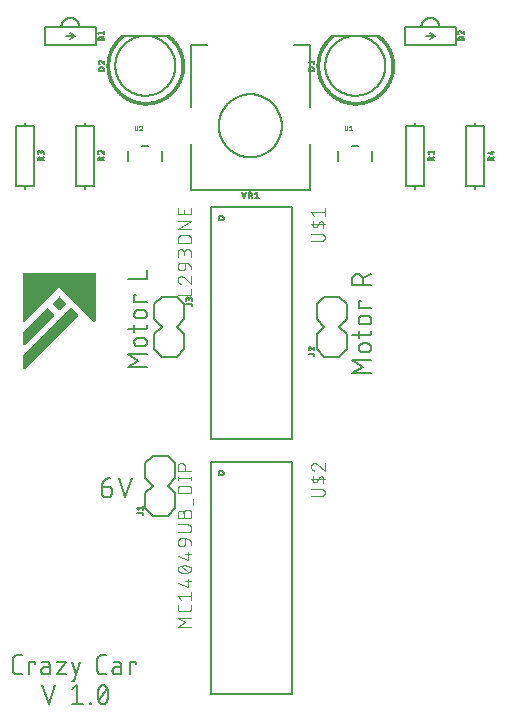
<source format=gbr>
G04 EAGLE Gerber RS-274X export*
G75*
%MOMM*%
%FSLAX34Y34*%
%LPD*%
%INSilkscreen Top*%
%IPPOS*%
%AMOC8*
5,1,8,0,0,1.08239X$1,22.5*%
G01*
%ADD10C,0.152400*%
%ADD11C,0.203200*%
%ADD12C,0.025400*%
%ADD13C,0.127000*%
%ADD14C,0.101600*%

G36*
X135090Y329251D02*
X135090Y329251D01*
X135142Y329252D01*
X135210Y329277D01*
X135280Y329292D01*
X135324Y329319D01*
X135373Y329337D01*
X135429Y329382D01*
X135491Y329418D01*
X135525Y329458D01*
X135565Y329490D01*
X135604Y329551D01*
X135651Y329605D01*
X135670Y329653D01*
X135698Y329697D01*
X135716Y329767D01*
X135743Y329833D01*
X135751Y329905D01*
X135759Y329936D01*
X135757Y329959D01*
X135761Y330000D01*
X135761Y370000D01*
X135758Y370020D01*
X135760Y370039D01*
X135738Y370141D01*
X135722Y370243D01*
X135712Y370260D01*
X135708Y370280D01*
X135655Y370369D01*
X135606Y370460D01*
X135592Y370474D01*
X135582Y370491D01*
X135503Y370558D01*
X135428Y370630D01*
X135410Y370638D01*
X135395Y370651D01*
X135299Y370690D01*
X135205Y370733D01*
X135185Y370735D01*
X135167Y370743D01*
X135000Y370761D01*
X75000Y370761D01*
X74980Y370758D01*
X74961Y370760D01*
X74859Y370738D01*
X74757Y370722D01*
X74740Y370712D01*
X74720Y370708D01*
X74631Y370655D01*
X74540Y370606D01*
X74526Y370592D01*
X74509Y370582D01*
X74442Y370503D01*
X74371Y370428D01*
X74362Y370410D01*
X74349Y370395D01*
X74310Y370299D01*
X74267Y370205D01*
X74265Y370185D01*
X74257Y370167D01*
X74239Y370000D01*
X74239Y330000D01*
X74250Y329929D01*
X74252Y329858D01*
X74270Y329809D01*
X74279Y329757D01*
X74312Y329694D01*
X74337Y329627D01*
X74369Y329586D01*
X74394Y329540D01*
X74445Y329491D01*
X74490Y329435D01*
X74534Y329406D01*
X74572Y329371D01*
X74637Y329340D01*
X74697Y329302D01*
X74748Y329289D01*
X74795Y329267D01*
X74866Y329259D01*
X74936Y329241D01*
X74988Y329246D01*
X75039Y329240D01*
X75110Y329255D01*
X75181Y329261D01*
X75229Y329281D01*
X75280Y329292D01*
X75341Y329329D01*
X75407Y329357D01*
X75463Y329402D01*
X75491Y329418D01*
X75506Y329436D01*
X75538Y329462D01*
X105000Y358923D01*
X134462Y329462D01*
X134520Y329420D01*
X134572Y329371D01*
X134619Y329349D01*
X134661Y329318D01*
X134730Y329297D01*
X134795Y329267D01*
X134847Y329261D01*
X134897Y329246D01*
X134968Y329248D01*
X135039Y329240D01*
X135090Y329251D01*
G37*
G36*
X75110Y289255D02*
X75110Y289255D01*
X75181Y289261D01*
X75229Y289281D01*
X75280Y289292D01*
X75341Y289329D01*
X75407Y289357D01*
X75463Y289402D01*
X75491Y289418D01*
X75506Y289436D01*
X75538Y289462D01*
X120538Y334462D01*
X120550Y334478D01*
X120565Y334490D01*
X120622Y334578D01*
X120682Y334661D01*
X120688Y334680D01*
X120698Y334697D01*
X120724Y334798D01*
X120754Y334897D01*
X120754Y334916D01*
X120759Y334936D01*
X120751Y335039D01*
X120748Y335142D01*
X120741Y335161D01*
X120739Y335181D01*
X120699Y335276D01*
X120663Y335373D01*
X120651Y335389D01*
X120643Y335407D01*
X120538Y335538D01*
X115538Y340538D01*
X115522Y340550D01*
X115510Y340565D01*
X115422Y340622D01*
X115339Y340682D01*
X115320Y340688D01*
X115303Y340698D01*
X115202Y340724D01*
X115103Y340754D01*
X115084Y340754D01*
X115064Y340759D01*
X114961Y340751D01*
X114858Y340748D01*
X114839Y340741D01*
X114819Y340739D01*
X114724Y340699D01*
X114627Y340663D01*
X114611Y340651D01*
X114593Y340643D01*
X114462Y340538D01*
X74462Y300538D01*
X74409Y300464D01*
X74349Y300395D01*
X74337Y300365D01*
X74318Y300339D01*
X74291Y300252D01*
X74257Y300167D01*
X74253Y300126D01*
X74246Y300103D01*
X74247Y300071D01*
X74239Y300000D01*
X74239Y290000D01*
X74250Y289929D01*
X74252Y289858D01*
X74270Y289809D01*
X74279Y289757D01*
X74312Y289694D01*
X74337Y289627D01*
X74369Y289586D01*
X74394Y289540D01*
X74445Y289491D01*
X74490Y289435D01*
X74534Y289406D01*
X74572Y289371D01*
X74637Y289340D01*
X74697Y289302D01*
X74748Y289289D01*
X74795Y289267D01*
X74866Y289259D01*
X74936Y289241D01*
X74988Y289246D01*
X75039Y289240D01*
X75110Y289255D01*
G37*
G36*
X75110Y309255D02*
X75110Y309255D01*
X75181Y309261D01*
X75229Y309281D01*
X75280Y309292D01*
X75341Y309329D01*
X75407Y309357D01*
X75463Y309402D01*
X75491Y309418D01*
X75506Y309436D01*
X75538Y309462D01*
X100538Y334462D01*
X100550Y334478D01*
X100565Y334490D01*
X100622Y334578D01*
X100682Y334661D01*
X100688Y334680D01*
X100698Y334697D01*
X100724Y334798D01*
X100754Y334897D01*
X100754Y334916D01*
X100759Y334936D01*
X100751Y335039D01*
X100748Y335142D01*
X100741Y335161D01*
X100739Y335181D01*
X100699Y335276D01*
X100663Y335373D01*
X100651Y335389D01*
X100643Y335407D01*
X100538Y335538D01*
X95538Y340538D01*
X95522Y340550D01*
X95510Y340565D01*
X95422Y340622D01*
X95339Y340682D01*
X95320Y340688D01*
X95303Y340698D01*
X95202Y340724D01*
X95103Y340754D01*
X95084Y340754D01*
X95064Y340759D01*
X94961Y340751D01*
X94858Y340748D01*
X94839Y340741D01*
X94819Y340739D01*
X94724Y340699D01*
X94627Y340663D01*
X94611Y340651D01*
X94593Y340643D01*
X94462Y340538D01*
X74462Y320538D01*
X74409Y320464D01*
X74349Y320395D01*
X74337Y320365D01*
X74318Y320339D01*
X74291Y320252D01*
X74257Y320167D01*
X74253Y320126D01*
X74246Y320103D01*
X74247Y320071D01*
X74239Y320000D01*
X74239Y310000D01*
X74250Y309929D01*
X74252Y309858D01*
X74270Y309809D01*
X74279Y309757D01*
X74312Y309694D01*
X74337Y309627D01*
X74369Y309586D01*
X74394Y309540D01*
X74445Y309491D01*
X74490Y309435D01*
X74534Y309406D01*
X74572Y309371D01*
X74637Y309340D01*
X74697Y309302D01*
X74748Y309289D01*
X74795Y309267D01*
X74866Y309259D01*
X74936Y309241D01*
X74988Y309246D01*
X75039Y309240D01*
X75110Y309255D01*
G37*
G36*
X105039Y339250D02*
X105039Y339250D01*
X105142Y339252D01*
X105161Y339259D01*
X105181Y339261D01*
X105276Y339301D01*
X105373Y339337D01*
X105389Y339349D01*
X105407Y339357D01*
X105538Y339462D01*
X110538Y344462D01*
X110550Y344478D01*
X110565Y344490D01*
X110622Y344578D01*
X110682Y344661D01*
X110688Y344680D01*
X110698Y344697D01*
X110724Y344798D01*
X110754Y344897D01*
X110754Y344916D01*
X110759Y344936D01*
X110751Y345039D01*
X110748Y345142D01*
X110741Y345161D01*
X110739Y345181D01*
X110699Y345276D01*
X110663Y345373D01*
X110651Y345389D01*
X110643Y345407D01*
X110538Y345538D01*
X105538Y350538D01*
X105522Y350550D01*
X105510Y350565D01*
X105422Y350622D01*
X105339Y350682D01*
X105320Y350688D01*
X105303Y350698D01*
X105202Y350724D01*
X105103Y350754D01*
X105084Y350754D01*
X105064Y350759D01*
X104961Y350751D01*
X104858Y350748D01*
X104839Y350741D01*
X104819Y350739D01*
X104724Y350699D01*
X104627Y350663D01*
X104611Y350651D01*
X104593Y350643D01*
X104462Y350538D01*
X99462Y345538D01*
X99450Y345522D01*
X99435Y345510D01*
X99378Y345422D01*
X99318Y345339D01*
X99312Y345320D01*
X99302Y345303D01*
X99276Y345202D01*
X99246Y345103D01*
X99246Y345084D01*
X99241Y345064D01*
X99250Y344961D01*
X99252Y344858D01*
X99259Y344839D01*
X99261Y344819D01*
X99301Y344724D01*
X99337Y344627D01*
X99349Y344611D01*
X99357Y344593D01*
X99462Y344462D01*
X104462Y339462D01*
X104478Y339450D01*
X104490Y339435D01*
X104578Y339378D01*
X104661Y339318D01*
X104680Y339312D01*
X104697Y339302D01*
X104798Y339276D01*
X104897Y339246D01*
X104916Y339246D01*
X104936Y339241D01*
X105039Y339250D01*
G37*
D10*
X72987Y30762D02*
X69374Y30762D01*
X69256Y30764D01*
X69138Y30770D01*
X69020Y30779D01*
X68903Y30793D01*
X68786Y30810D01*
X68669Y30831D01*
X68554Y30856D01*
X68439Y30885D01*
X68325Y30918D01*
X68213Y30954D01*
X68102Y30994D01*
X67992Y31037D01*
X67883Y31084D01*
X67776Y31134D01*
X67671Y31189D01*
X67568Y31246D01*
X67467Y31307D01*
X67367Y31371D01*
X67270Y31438D01*
X67175Y31508D01*
X67083Y31582D01*
X66992Y31658D01*
X66905Y31738D01*
X66820Y31820D01*
X66738Y31905D01*
X66658Y31992D01*
X66582Y32083D01*
X66508Y32175D01*
X66438Y32270D01*
X66371Y32367D01*
X66307Y32467D01*
X66246Y32568D01*
X66189Y32671D01*
X66134Y32776D01*
X66084Y32883D01*
X66037Y32992D01*
X65994Y33102D01*
X65954Y33213D01*
X65918Y33325D01*
X65885Y33439D01*
X65856Y33554D01*
X65831Y33669D01*
X65810Y33786D01*
X65793Y33903D01*
X65779Y34020D01*
X65770Y34138D01*
X65764Y34256D01*
X65762Y34374D01*
X65762Y43406D01*
X65764Y43524D01*
X65770Y43642D01*
X65779Y43760D01*
X65793Y43877D01*
X65810Y43994D01*
X65831Y44111D01*
X65856Y44226D01*
X65885Y44341D01*
X65918Y44455D01*
X65954Y44567D01*
X65994Y44678D01*
X66037Y44788D01*
X66084Y44897D01*
X66134Y45004D01*
X66188Y45109D01*
X66246Y45212D01*
X66307Y45313D01*
X66371Y45413D01*
X66438Y45510D01*
X66508Y45605D01*
X66582Y45697D01*
X66658Y45788D01*
X66738Y45875D01*
X66820Y45960D01*
X66905Y46042D01*
X66992Y46122D01*
X67083Y46198D01*
X67175Y46272D01*
X67270Y46342D01*
X67367Y46409D01*
X67467Y46473D01*
X67568Y46534D01*
X67671Y46591D01*
X67776Y46645D01*
X67883Y46696D01*
X67992Y46743D01*
X68102Y46786D01*
X68213Y46826D01*
X68325Y46862D01*
X68439Y46895D01*
X68554Y46924D01*
X68669Y46949D01*
X68786Y46970D01*
X68903Y46987D01*
X69020Y47001D01*
X69138Y47010D01*
X69256Y47016D01*
X69374Y47018D01*
X72987Y47018D01*
X79294Y41599D02*
X79294Y30762D01*
X79294Y41599D02*
X84713Y41599D01*
X84713Y39793D01*
X92718Y37084D02*
X96782Y37084D01*
X92718Y37084D02*
X92606Y37082D01*
X92495Y37076D01*
X92384Y37066D01*
X92273Y37053D01*
X92163Y37035D01*
X92054Y37013D01*
X91945Y36988D01*
X91837Y36959D01*
X91731Y36926D01*
X91625Y36889D01*
X91521Y36849D01*
X91419Y36805D01*
X91318Y36757D01*
X91219Y36706D01*
X91121Y36651D01*
X91026Y36593D01*
X90933Y36532D01*
X90842Y36467D01*
X90753Y36399D01*
X90667Y36328D01*
X90584Y36255D01*
X90503Y36178D01*
X90424Y36098D01*
X90349Y36016D01*
X90277Y35931D01*
X90207Y35844D01*
X90141Y35754D01*
X90078Y35662D01*
X90018Y35567D01*
X89962Y35471D01*
X89909Y35373D01*
X89860Y35273D01*
X89814Y35171D01*
X89772Y35068D01*
X89733Y34963D01*
X89698Y34857D01*
X89667Y34750D01*
X89640Y34642D01*
X89616Y34533D01*
X89597Y34423D01*
X89581Y34313D01*
X89569Y34202D01*
X89561Y34090D01*
X89557Y33979D01*
X89557Y33867D01*
X89561Y33756D01*
X89569Y33644D01*
X89581Y33533D01*
X89597Y33423D01*
X89616Y33313D01*
X89640Y33204D01*
X89667Y33096D01*
X89698Y32989D01*
X89733Y32883D01*
X89772Y32778D01*
X89814Y32675D01*
X89860Y32573D01*
X89909Y32473D01*
X89962Y32375D01*
X90018Y32279D01*
X90078Y32184D01*
X90141Y32092D01*
X90207Y32002D01*
X90277Y31915D01*
X90349Y31830D01*
X90424Y31748D01*
X90503Y31668D01*
X90584Y31591D01*
X90667Y31518D01*
X90753Y31447D01*
X90842Y31379D01*
X90933Y31314D01*
X91026Y31253D01*
X91121Y31195D01*
X91219Y31140D01*
X91318Y31089D01*
X91419Y31041D01*
X91521Y30997D01*
X91625Y30957D01*
X91731Y30920D01*
X91837Y30887D01*
X91945Y30858D01*
X92054Y30833D01*
X92163Y30811D01*
X92273Y30793D01*
X92384Y30780D01*
X92495Y30770D01*
X92606Y30764D01*
X92718Y30762D01*
X96782Y30762D01*
X96782Y38890D01*
X96780Y38991D01*
X96774Y39092D01*
X96765Y39193D01*
X96752Y39294D01*
X96735Y39394D01*
X96714Y39493D01*
X96690Y39591D01*
X96662Y39688D01*
X96630Y39785D01*
X96595Y39880D01*
X96556Y39973D01*
X96514Y40065D01*
X96468Y40156D01*
X96419Y40245D01*
X96367Y40331D01*
X96311Y40416D01*
X96253Y40499D01*
X96191Y40579D01*
X96126Y40657D01*
X96059Y40733D01*
X95989Y40806D01*
X95916Y40876D01*
X95840Y40943D01*
X95762Y41008D01*
X95682Y41070D01*
X95599Y41128D01*
X95514Y41184D01*
X95428Y41236D01*
X95339Y41285D01*
X95248Y41331D01*
X95156Y41373D01*
X95063Y41412D01*
X94968Y41447D01*
X94871Y41479D01*
X94774Y41507D01*
X94676Y41531D01*
X94577Y41552D01*
X94477Y41569D01*
X94376Y41582D01*
X94275Y41591D01*
X94174Y41597D01*
X94073Y41599D01*
X90460Y41599D01*
X103177Y41599D02*
X110402Y41599D01*
X103177Y30762D01*
X110402Y30762D01*
X115682Y25343D02*
X117489Y25343D01*
X122907Y41599D01*
X115682Y41599D02*
X119295Y30762D01*
X140757Y30762D02*
X144369Y30762D01*
X140757Y30762D02*
X140639Y30764D01*
X140521Y30770D01*
X140403Y30779D01*
X140286Y30793D01*
X140169Y30810D01*
X140052Y30831D01*
X139937Y30856D01*
X139822Y30885D01*
X139708Y30918D01*
X139596Y30954D01*
X139485Y30994D01*
X139375Y31037D01*
X139266Y31084D01*
X139159Y31134D01*
X139054Y31189D01*
X138951Y31246D01*
X138850Y31307D01*
X138750Y31371D01*
X138653Y31438D01*
X138558Y31508D01*
X138466Y31582D01*
X138375Y31658D01*
X138288Y31738D01*
X138203Y31820D01*
X138121Y31905D01*
X138041Y31992D01*
X137965Y32083D01*
X137891Y32175D01*
X137821Y32270D01*
X137754Y32367D01*
X137690Y32467D01*
X137629Y32568D01*
X137572Y32671D01*
X137517Y32776D01*
X137467Y32883D01*
X137420Y32992D01*
X137377Y33102D01*
X137337Y33213D01*
X137301Y33325D01*
X137268Y33439D01*
X137239Y33554D01*
X137214Y33669D01*
X137193Y33786D01*
X137176Y33903D01*
X137162Y34020D01*
X137153Y34138D01*
X137147Y34256D01*
X137145Y34374D01*
X137144Y34374D02*
X137144Y43406D01*
X137145Y43406D02*
X137147Y43524D01*
X137153Y43642D01*
X137162Y43760D01*
X137176Y43877D01*
X137193Y43994D01*
X137214Y44111D01*
X137239Y44226D01*
X137268Y44341D01*
X137301Y44455D01*
X137337Y44567D01*
X137377Y44678D01*
X137420Y44788D01*
X137467Y44897D01*
X137517Y45004D01*
X137571Y45109D01*
X137629Y45212D01*
X137690Y45313D01*
X137754Y45413D01*
X137821Y45510D01*
X137891Y45605D01*
X137965Y45697D01*
X138041Y45788D01*
X138121Y45875D01*
X138203Y45960D01*
X138288Y46042D01*
X138375Y46122D01*
X138466Y46198D01*
X138558Y46272D01*
X138653Y46342D01*
X138750Y46409D01*
X138850Y46473D01*
X138951Y46534D01*
X139054Y46591D01*
X139159Y46645D01*
X139266Y46696D01*
X139375Y46743D01*
X139485Y46786D01*
X139596Y46826D01*
X139708Y46862D01*
X139822Y46895D01*
X139937Y46924D01*
X140052Y46949D01*
X140169Y46970D01*
X140286Y46987D01*
X140403Y47001D01*
X140521Y47010D01*
X140639Y47016D01*
X140757Y47018D01*
X144369Y47018D01*
X153159Y37084D02*
X157223Y37084D01*
X153159Y37084D02*
X153047Y37082D01*
X152936Y37076D01*
X152825Y37066D01*
X152714Y37053D01*
X152604Y37035D01*
X152495Y37013D01*
X152386Y36988D01*
X152278Y36959D01*
X152172Y36926D01*
X152066Y36889D01*
X151962Y36849D01*
X151860Y36805D01*
X151759Y36757D01*
X151660Y36706D01*
X151562Y36651D01*
X151467Y36593D01*
X151374Y36532D01*
X151283Y36467D01*
X151194Y36399D01*
X151108Y36328D01*
X151025Y36255D01*
X150944Y36178D01*
X150865Y36098D01*
X150790Y36016D01*
X150718Y35931D01*
X150648Y35844D01*
X150582Y35754D01*
X150519Y35662D01*
X150459Y35567D01*
X150403Y35471D01*
X150350Y35373D01*
X150301Y35273D01*
X150255Y35171D01*
X150213Y35068D01*
X150174Y34963D01*
X150139Y34857D01*
X150108Y34750D01*
X150081Y34642D01*
X150057Y34533D01*
X150038Y34423D01*
X150022Y34313D01*
X150010Y34202D01*
X150002Y34090D01*
X149998Y33979D01*
X149998Y33867D01*
X150002Y33756D01*
X150010Y33644D01*
X150022Y33533D01*
X150038Y33423D01*
X150057Y33313D01*
X150081Y33204D01*
X150108Y33096D01*
X150139Y32989D01*
X150174Y32883D01*
X150213Y32778D01*
X150255Y32675D01*
X150301Y32573D01*
X150350Y32473D01*
X150403Y32375D01*
X150459Y32279D01*
X150519Y32184D01*
X150582Y32092D01*
X150648Y32002D01*
X150718Y31915D01*
X150790Y31830D01*
X150865Y31748D01*
X150944Y31668D01*
X151025Y31591D01*
X151108Y31518D01*
X151194Y31447D01*
X151283Y31379D01*
X151374Y31314D01*
X151467Y31253D01*
X151562Y31195D01*
X151660Y31140D01*
X151759Y31089D01*
X151860Y31041D01*
X151962Y30997D01*
X152066Y30957D01*
X152172Y30920D01*
X152278Y30887D01*
X152386Y30858D01*
X152495Y30833D01*
X152604Y30811D01*
X152714Y30793D01*
X152825Y30780D01*
X152936Y30770D01*
X153047Y30764D01*
X153159Y30762D01*
X157223Y30762D01*
X157223Y38890D01*
X157222Y38890D02*
X157220Y38991D01*
X157214Y39092D01*
X157205Y39193D01*
X157192Y39294D01*
X157175Y39394D01*
X157154Y39493D01*
X157130Y39591D01*
X157102Y39688D01*
X157070Y39785D01*
X157035Y39880D01*
X156996Y39973D01*
X156954Y40065D01*
X156908Y40156D01*
X156859Y40245D01*
X156807Y40331D01*
X156751Y40416D01*
X156693Y40499D01*
X156631Y40579D01*
X156566Y40657D01*
X156499Y40733D01*
X156429Y40806D01*
X156356Y40876D01*
X156280Y40943D01*
X156202Y41008D01*
X156122Y41070D01*
X156039Y41128D01*
X155954Y41184D01*
X155868Y41236D01*
X155779Y41285D01*
X155688Y41331D01*
X155596Y41373D01*
X155503Y41412D01*
X155408Y41447D01*
X155311Y41479D01*
X155214Y41507D01*
X155116Y41531D01*
X155017Y41552D01*
X154917Y41569D01*
X154816Y41582D01*
X154715Y41591D01*
X154614Y41597D01*
X154513Y41599D01*
X150901Y41599D01*
X164745Y41599D02*
X164745Y30762D01*
X164745Y41599D02*
X170164Y41599D01*
X170164Y39793D01*
X90762Y22018D02*
X96181Y5762D01*
X101599Y22018D01*
X115633Y18406D02*
X120149Y22018D01*
X120149Y5762D01*
X124664Y5762D02*
X115633Y5762D01*
X130639Y5762D02*
X130639Y6665D01*
X131542Y6665D01*
X131542Y5762D01*
X130639Y5762D01*
X137517Y13890D02*
X137521Y14210D01*
X137532Y14529D01*
X137551Y14849D01*
X137578Y15167D01*
X137612Y15485D01*
X137654Y15802D01*
X137704Y16118D01*
X137761Y16433D01*
X137825Y16746D01*
X137897Y17058D01*
X137976Y17368D01*
X138063Y17675D01*
X138157Y17981D01*
X138258Y18284D01*
X138367Y18585D01*
X138482Y18883D01*
X138605Y19179D01*
X138735Y19471D01*
X138872Y19760D01*
X138871Y19761D02*
X138910Y19869D01*
X138953Y19976D01*
X138999Y20081D01*
X139050Y20185D01*
X139103Y20287D01*
X139160Y20387D01*
X139221Y20485D01*
X139285Y20580D01*
X139352Y20674D01*
X139423Y20765D01*
X139496Y20854D01*
X139573Y20940D01*
X139652Y21023D01*
X139734Y21104D01*
X139819Y21182D01*
X139907Y21256D01*
X139997Y21328D01*
X140089Y21396D01*
X140184Y21462D01*
X140281Y21524D01*
X140380Y21582D01*
X140482Y21638D01*
X140584Y21689D01*
X140689Y21737D01*
X140795Y21782D01*
X140903Y21823D01*
X141012Y21860D01*
X141122Y21893D01*
X141234Y21922D01*
X141346Y21948D01*
X141459Y21970D01*
X141573Y21987D01*
X141687Y22001D01*
X141802Y22011D01*
X141917Y22017D01*
X142032Y22019D01*
X142032Y22018D02*
X142147Y22016D01*
X142262Y22010D01*
X142377Y22000D01*
X142491Y21986D01*
X142605Y21969D01*
X142718Y21947D01*
X142830Y21921D01*
X142942Y21892D01*
X143052Y21859D01*
X143161Y21822D01*
X143269Y21781D01*
X143375Y21736D01*
X143480Y21688D01*
X143582Y21637D01*
X143683Y21581D01*
X143783Y21523D01*
X143880Y21461D01*
X143974Y21396D01*
X144067Y21327D01*
X144157Y21255D01*
X144245Y21181D01*
X144330Y21103D01*
X144412Y21022D01*
X144491Y20939D01*
X144568Y20853D01*
X144641Y20764D01*
X144712Y20673D01*
X144779Y20579D01*
X144843Y20484D01*
X144904Y20386D01*
X144961Y20286D01*
X145014Y20184D01*
X145065Y20080D01*
X145111Y19975D01*
X145154Y19868D01*
X145193Y19760D01*
X145330Y19471D01*
X145460Y19179D01*
X145583Y18883D01*
X145698Y18585D01*
X145807Y18284D01*
X145908Y17981D01*
X146002Y17675D01*
X146089Y17368D01*
X146168Y17058D01*
X146240Y16746D01*
X146304Y16433D01*
X146361Y16118D01*
X146411Y15802D01*
X146453Y15485D01*
X146487Y15167D01*
X146514Y14849D01*
X146533Y14529D01*
X146544Y14210D01*
X146548Y13890D01*
X137517Y13890D02*
X137521Y13570D01*
X137532Y13251D01*
X137551Y12931D01*
X137578Y12613D01*
X137612Y12295D01*
X137654Y11978D01*
X137704Y11662D01*
X137761Y11347D01*
X137825Y11034D01*
X137897Y10722D01*
X137976Y10412D01*
X138063Y10105D01*
X138157Y9799D01*
X138258Y9496D01*
X138367Y9195D01*
X138482Y8897D01*
X138605Y8601D01*
X138735Y8309D01*
X138872Y8020D01*
X138871Y8020D02*
X138910Y7912D01*
X138953Y7805D01*
X138999Y7700D01*
X139050Y7596D01*
X139103Y7494D01*
X139160Y7394D01*
X139221Y7296D01*
X139285Y7201D01*
X139352Y7107D01*
X139423Y7016D01*
X139496Y6927D01*
X139573Y6841D01*
X139652Y6758D01*
X139734Y6677D01*
X139819Y6599D01*
X139907Y6525D01*
X139997Y6453D01*
X140090Y6384D01*
X140184Y6319D01*
X140281Y6257D01*
X140381Y6199D01*
X140482Y6143D01*
X140584Y6092D01*
X140689Y6044D01*
X140795Y5999D01*
X140903Y5958D01*
X141012Y5921D01*
X141122Y5888D01*
X141234Y5859D01*
X141346Y5833D01*
X141459Y5811D01*
X141573Y5794D01*
X141687Y5780D01*
X141802Y5770D01*
X141917Y5764D01*
X142032Y5762D01*
X145192Y8020D02*
X145329Y8309D01*
X145459Y8601D01*
X145582Y8897D01*
X145697Y9195D01*
X145806Y9496D01*
X145907Y9799D01*
X146001Y10105D01*
X146088Y10412D01*
X146167Y10722D01*
X146239Y11034D01*
X146303Y11347D01*
X146360Y11662D01*
X146410Y11978D01*
X146452Y12295D01*
X146486Y12613D01*
X146513Y12931D01*
X146532Y13251D01*
X146543Y13570D01*
X146547Y13890D01*
X145193Y8020D02*
X145154Y7912D01*
X145111Y7805D01*
X145065Y7700D01*
X145014Y7596D01*
X144961Y7494D01*
X144904Y7394D01*
X144843Y7296D01*
X144779Y7201D01*
X144712Y7107D01*
X144641Y7016D01*
X144568Y6927D01*
X144491Y6841D01*
X144412Y6758D01*
X144330Y6677D01*
X144245Y6599D01*
X144157Y6525D01*
X144067Y6453D01*
X143974Y6384D01*
X143880Y6319D01*
X143783Y6257D01*
X143683Y6199D01*
X143582Y6143D01*
X143479Y6092D01*
X143375Y6044D01*
X143269Y5999D01*
X143161Y5958D01*
X143052Y5921D01*
X142942Y5888D01*
X142830Y5859D01*
X142718Y5833D01*
X142605Y5811D01*
X142491Y5794D01*
X142377Y5780D01*
X142262Y5770D01*
X142147Y5764D01*
X142032Y5762D01*
X138420Y9374D02*
X145645Y18406D01*
X146181Y189793D02*
X140762Y189793D01*
X146181Y189793D02*
X146299Y189791D01*
X146417Y189785D01*
X146535Y189776D01*
X146652Y189762D01*
X146769Y189745D01*
X146886Y189724D01*
X147001Y189699D01*
X147116Y189670D01*
X147230Y189637D01*
X147342Y189601D01*
X147453Y189561D01*
X147563Y189518D01*
X147672Y189471D01*
X147779Y189421D01*
X147884Y189366D01*
X147987Y189309D01*
X148088Y189248D01*
X148188Y189184D01*
X148285Y189117D01*
X148380Y189047D01*
X148472Y188973D01*
X148563Y188897D01*
X148650Y188817D01*
X148735Y188735D01*
X148817Y188650D01*
X148897Y188563D01*
X148973Y188472D01*
X149047Y188380D01*
X149117Y188285D01*
X149184Y188188D01*
X149248Y188088D01*
X149309Y187987D01*
X149366Y187884D01*
X149421Y187779D01*
X149471Y187672D01*
X149518Y187563D01*
X149561Y187453D01*
X149601Y187342D01*
X149637Y187230D01*
X149670Y187116D01*
X149699Y187001D01*
X149724Y186886D01*
X149745Y186769D01*
X149762Y186652D01*
X149776Y186535D01*
X149785Y186417D01*
X149791Y186299D01*
X149793Y186181D01*
X149793Y185278D01*
X149794Y185278D02*
X149792Y185145D01*
X149786Y185013D01*
X149776Y184881D01*
X149763Y184749D01*
X149745Y184617D01*
X149724Y184487D01*
X149699Y184356D01*
X149670Y184227D01*
X149637Y184099D01*
X149601Y183971D01*
X149561Y183845D01*
X149517Y183720D01*
X149469Y183596D01*
X149418Y183474D01*
X149363Y183353D01*
X149305Y183234D01*
X149243Y183116D01*
X149178Y183001D01*
X149109Y182887D01*
X149038Y182776D01*
X148962Y182667D01*
X148884Y182560D01*
X148803Y182455D01*
X148718Y182353D01*
X148631Y182253D01*
X148541Y182156D01*
X148448Y182061D01*
X148352Y181970D01*
X148254Y181881D01*
X148153Y181795D01*
X148049Y181712D01*
X147943Y181632D01*
X147835Y181556D01*
X147725Y181482D01*
X147612Y181412D01*
X147498Y181345D01*
X147381Y181282D01*
X147263Y181222D01*
X147143Y181165D01*
X147021Y181112D01*
X146898Y181063D01*
X146774Y181017D01*
X146648Y180975D01*
X146521Y180937D01*
X146393Y180902D01*
X146264Y180871D01*
X146135Y180844D01*
X146004Y180821D01*
X145873Y180801D01*
X145741Y180786D01*
X145609Y180774D01*
X145477Y180766D01*
X145344Y180762D01*
X145212Y180762D01*
X145079Y180766D01*
X144947Y180774D01*
X144815Y180786D01*
X144683Y180801D01*
X144552Y180821D01*
X144421Y180844D01*
X144292Y180871D01*
X144163Y180902D01*
X144035Y180937D01*
X143908Y180975D01*
X143782Y181017D01*
X143658Y181063D01*
X143535Y181112D01*
X143413Y181165D01*
X143293Y181222D01*
X143175Y181282D01*
X143058Y181345D01*
X142944Y181412D01*
X142831Y181482D01*
X142721Y181556D01*
X142613Y181632D01*
X142507Y181712D01*
X142403Y181795D01*
X142302Y181881D01*
X142204Y181970D01*
X142108Y182061D01*
X142015Y182156D01*
X141925Y182253D01*
X141838Y182353D01*
X141753Y182455D01*
X141672Y182560D01*
X141594Y182667D01*
X141518Y182776D01*
X141447Y182887D01*
X141378Y183001D01*
X141313Y183116D01*
X141251Y183234D01*
X141193Y183353D01*
X141138Y183474D01*
X141087Y183596D01*
X141039Y183720D01*
X140995Y183845D01*
X140955Y183971D01*
X140919Y184099D01*
X140886Y184227D01*
X140857Y184356D01*
X140832Y184487D01*
X140811Y184617D01*
X140793Y184749D01*
X140780Y184881D01*
X140770Y185013D01*
X140764Y185145D01*
X140762Y185278D01*
X140762Y189793D01*
X140764Y189970D01*
X140771Y190148D01*
X140782Y190325D01*
X140797Y190501D01*
X140816Y190677D01*
X140840Y190853D01*
X140868Y191028D01*
X140901Y191203D01*
X140938Y191376D01*
X140979Y191549D01*
X141024Y191720D01*
X141073Y191890D01*
X141127Y192059D01*
X141184Y192227D01*
X141246Y192393D01*
X141312Y192558D01*
X141382Y192721D01*
X141456Y192882D01*
X141533Y193041D01*
X141615Y193199D01*
X141701Y193354D01*
X141790Y193507D01*
X141883Y193658D01*
X141980Y193807D01*
X142080Y193953D01*
X142184Y194097D01*
X142291Y194238D01*
X142402Y194376D01*
X142516Y194512D01*
X142634Y194645D01*
X142754Y194775D01*
X142878Y194902D01*
X143005Y195026D01*
X143135Y195146D01*
X143268Y195264D01*
X143403Y195378D01*
X143542Y195489D01*
X143683Y195596D01*
X143827Y195700D01*
X143973Y195800D01*
X144122Y195897D01*
X144273Y195990D01*
X144426Y196079D01*
X144581Y196165D01*
X144739Y196247D01*
X144898Y196324D01*
X145059Y196398D01*
X145222Y196468D01*
X145387Y196534D01*
X145553Y196596D01*
X145721Y196653D01*
X145890Y196707D01*
X146060Y196756D01*
X146231Y196801D01*
X146404Y196842D01*
X146577Y196879D01*
X146752Y196912D01*
X146927Y196940D01*
X147103Y196964D01*
X147279Y196983D01*
X147455Y196998D01*
X147632Y197009D01*
X147810Y197016D01*
X147987Y197018D01*
X155490Y197018D02*
X160909Y180762D01*
X166327Y197018D01*
X352982Y285762D02*
X369238Y285762D01*
X362013Y291181D02*
X352982Y285762D01*
X362013Y291181D02*
X352982Y296599D01*
X369238Y296599D01*
X365626Y303721D02*
X362013Y303721D01*
X361894Y303723D01*
X361774Y303729D01*
X361655Y303739D01*
X361537Y303753D01*
X361418Y303770D01*
X361301Y303792D01*
X361184Y303817D01*
X361069Y303847D01*
X360954Y303880D01*
X360840Y303917D01*
X360728Y303957D01*
X360617Y304002D01*
X360508Y304050D01*
X360400Y304101D01*
X360294Y304156D01*
X360190Y304215D01*
X360088Y304277D01*
X359988Y304342D01*
X359890Y304411D01*
X359794Y304483D01*
X359701Y304558D01*
X359611Y304635D01*
X359523Y304716D01*
X359438Y304800D01*
X359356Y304887D01*
X359276Y304976D01*
X359200Y305068D01*
X359126Y305162D01*
X359056Y305259D01*
X358989Y305357D01*
X358925Y305458D01*
X358865Y305562D01*
X358808Y305667D01*
X358755Y305774D01*
X358705Y305882D01*
X358659Y305992D01*
X358617Y306104D01*
X358578Y306217D01*
X358543Y306331D01*
X358512Y306446D01*
X358484Y306563D01*
X358461Y306680D01*
X358441Y306797D01*
X358425Y306916D01*
X358413Y307035D01*
X358405Y307154D01*
X358401Y307273D01*
X358401Y307393D01*
X358405Y307512D01*
X358413Y307631D01*
X358425Y307750D01*
X358441Y307869D01*
X358461Y307986D01*
X358484Y308103D01*
X358512Y308220D01*
X358543Y308335D01*
X358578Y308449D01*
X358617Y308562D01*
X358659Y308674D01*
X358705Y308784D01*
X358755Y308892D01*
X358808Y308999D01*
X358865Y309104D01*
X358925Y309208D01*
X358989Y309309D01*
X359056Y309407D01*
X359126Y309504D01*
X359200Y309598D01*
X359276Y309690D01*
X359356Y309779D01*
X359438Y309866D01*
X359523Y309950D01*
X359611Y310031D01*
X359701Y310108D01*
X359794Y310183D01*
X359890Y310255D01*
X359988Y310324D01*
X360088Y310389D01*
X360190Y310451D01*
X360294Y310510D01*
X360400Y310565D01*
X360508Y310616D01*
X360617Y310664D01*
X360728Y310709D01*
X360840Y310749D01*
X360954Y310786D01*
X361069Y310819D01*
X361184Y310849D01*
X361301Y310874D01*
X361418Y310896D01*
X361537Y310913D01*
X361655Y310927D01*
X361774Y310937D01*
X361894Y310943D01*
X362013Y310945D01*
X365626Y310945D01*
X365745Y310943D01*
X365865Y310937D01*
X365984Y310927D01*
X366102Y310913D01*
X366221Y310896D01*
X366338Y310874D01*
X366455Y310849D01*
X366570Y310819D01*
X366685Y310786D01*
X366799Y310749D01*
X366911Y310709D01*
X367022Y310664D01*
X367131Y310616D01*
X367239Y310565D01*
X367345Y310510D01*
X367449Y310451D01*
X367551Y310389D01*
X367651Y310324D01*
X367749Y310255D01*
X367845Y310183D01*
X367938Y310108D01*
X368028Y310031D01*
X368116Y309950D01*
X368201Y309866D01*
X368283Y309779D01*
X368363Y309690D01*
X368439Y309598D01*
X368513Y309504D01*
X368583Y309407D01*
X368650Y309309D01*
X368714Y309208D01*
X368774Y309104D01*
X368831Y308999D01*
X368884Y308892D01*
X368934Y308784D01*
X368980Y308674D01*
X369022Y308562D01*
X369061Y308449D01*
X369096Y308335D01*
X369127Y308220D01*
X369155Y308103D01*
X369178Y307986D01*
X369198Y307869D01*
X369214Y307750D01*
X369226Y307631D01*
X369234Y307512D01*
X369238Y307393D01*
X369238Y307273D01*
X369234Y307154D01*
X369226Y307035D01*
X369214Y306916D01*
X369198Y306797D01*
X369178Y306680D01*
X369155Y306563D01*
X369127Y306446D01*
X369096Y306331D01*
X369061Y306217D01*
X369022Y306104D01*
X368980Y305992D01*
X368934Y305882D01*
X368884Y305774D01*
X368831Y305667D01*
X368774Y305562D01*
X368714Y305458D01*
X368650Y305357D01*
X368583Y305259D01*
X368513Y305162D01*
X368439Y305068D01*
X368363Y304976D01*
X368283Y304887D01*
X368201Y304800D01*
X368116Y304716D01*
X368028Y304635D01*
X367938Y304558D01*
X367845Y304483D01*
X367749Y304411D01*
X367651Y304342D01*
X367551Y304277D01*
X367449Y304215D01*
X367345Y304156D01*
X367239Y304101D01*
X367131Y304050D01*
X367022Y304002D01*
X366911Y303957D01*
X366799Y303917D01*
X366685Y303880D01*
X366570Y303847D01*
X366455Y303817D01*
X366338Y303792D01*
X366221Y303770D01*
X366102Y303753D01*
X365984Y303739D01*
X365865Y303729D01*
X365745Y303723D01*
X365626Y303721D01*
X358401Y315970D02*
X358401Y321389D01*
X352982Y317777D02*
X366529Y317777D01*
X366630Y317779D01*
X366731Y317785D01*
X366832Y317794D01*
X366933Y317807D01*
X367033Y317824D01*
X367132Y317845D01*
X367230Y317869D01*
X367327Y317897D01*
X367424Y317929D01*
X367519Y317964D01*
X367612Y318003D01*
X367704Y318045D01*
X367795Y318091D01*
X367884Y318140D01*
X367970Y318192D01*
X368055Y318248D01*
X368138Y318306D01*
X368218Y318368D01*
X368296Y318433D01*
X368372Y318500D01*
X368445Y318570D01*
X368515Y318643D01*
X368582Y318719D01*
X368647Y318797D01*
X368709Y318877D01*
X368767Y318960D01*
X368823Y319045D01*
X368875Y319132D01*
X368924Y319220D01*
X368970Y319311D01*
X369012Y319403D01*
X369051Y319496D01*
X369086Y319591D01*
X369118Y319688D01*
X369146Y319785D01*
X369170Y319883D01*
X369191Y319982D01*
X369208Y320082D01*
X369221Y320183D01*
X369230Y320284D01*
X369236Y320385D01*
X369238Y320486D01*
X369238Y321389D01*
X365626Y327167D02*
X362013Y327167D01*
X362013Y327168D02*
X361894Y327170D01*
X361774Y327176D01*
X361655Y327186D01*
X361537Y327200D01*
X361418Y327217D01*
X361301Y327239D01*
X361184Y327264D01*
X361069Y327294D01*
X360954Y327327D01*
X360840Y327364D01*
X360728Y327404D01*
X360617Y327449D01*
X360508Y327497D01*
X360400Y327548D01*
X360294Y327603D01*
X360190Y327662D01*
X360088Y327724D01*
X359988Y327789D01*
X359890Y327858D01*
X359794Y327930D01*
X359701Y328005D01*
X359611Y328082D01*
X359523Y328163D01*
X359438Y328247D01*
X359356Y328334D01*
X359276Y328423D01*
X359200Y328515D01*
X359126Y328609D01*
X359056Y328706D01*
X358989Y328804D01*
X358925Y328905D01*
X358865Y329009D01*
X358808Y329114D01*
X358755Y329221D01*
X358705Y329329D01*
X358659Y329439D01*
X358617Y329551D01*
X358578Y329664D01*
X358543Y329778D01*
X358512Y329893D01*
X358484Y330010D01*
X358461Y330127D01*
X358441Y330244D01*
X358425Y330363D01*
X358413Y330482D01*
X358405Y330601D01*
X358401Y330720D01*
X358401Y330840D01*
X358405Y330959D01*
X358413Y331078D01*
X358425Y331197D01*
X358441Y331316D01*
X358461Y331433D01*
X358484Y331550D01*
X358512Y331667D01*
X358543Y331782D01*
X358578Y331896D01*
X358617Y332009D01*
X358659Y332121D01*
X358705Y332231D01*
X358755Y332339D01*
X358808Y332446D01*
X358865Y332551D01*
X358925Y332655D01*
X358989Y332756D01*
X359056Y332854D01*
X359126Y332951D01*
X359200Y333045D01*
X359276Y333137D01*
X359356Y333226D01*
X359438Y333313D01*
X359523Y333397D01*
X359611Y333478D01*
X359701Y333555D01*
X359794Y333630D01*
X359890Y333702D01*
X359988Y333771D01*
X360088Y333836D01*
X360190Y333898D01*
X360294Y333957D01*
X360400Y334012D01*
X360508Y334063D01*
X360617Y334111D01*
X360728Y334156D01*
X360840Y334196D01*
X360954Y334233D01*
X361069Y334266D01*
X361184Y334296D01*
X361301Y334321D01*
X361418Y334343D01*
X361537Y334360D01*
X361655Y334374D01*
X361774Y334384D01*
X361894Y334390D01*
X362013Y334392D01*
X365626Y334392D01*
X365745Y334390D01*
X365865Y334384D01*
X365984Y334374D01*
X366102Y334360D01*
X366221Y334343D01*
X366338Y334321D01*
X366455Y334296D01*
X366570Y334266D01*
X366685Y334233D01*
X366799Y334196D01*
X366911Y334156D01*
X367022Y334111D01*
X367131Y334063D01*
X367239Y334012D01*
X367345Y333957D01*
X367449Y333898D01*
X367551Y333836D01*
X367651Y333771D01*
X367749Y333702D01*
X367845Y333630D01*
X367938Y333555D01*
X368028Y333478D01*
X368116Y333397D01*
X368201Y333313D01*
X368283Y333226D01*
X368363Y333137D01*
X368439Y333045D01*
X368513Y332951D01*
X368583Y332854D01*
X368650Y332756D01*
X368714Y332655D01*
X368774Y332551D01*
X368831Y332446D01*
X368884Y332339D01*
X368934Y332231D01*
X368980Y332121D01*
X369022Y332009D01*
X369061Y331896D01*
X369096Y331782D01*
X369127Y331667D01*
X369155Y331550D01*
X369178Y331433D01*
X369198Y331316D01*
X369214Y331197D01*
X369226Y331078D01*
X369234Y330959D01*
X369238Y330840D01*
X369238Y330720D01*
X369234Y330601D01*
X369226Y330482D01*
X369214Y330363D01*
X369198Y330244D01*
X369178Y330127D01*
X369155Y330010D01*
X369127Y329893D01*
X369096Y329778D01*
X369061Y329664D01*
X369022Y329551D01*
X368980Y329439D01*
X368934Y329329D01*
X368884Y329221D01*
X368831Y329114D01*
X368774Y329009D01*
X368714Y328905D01*
X368650Y328804D01*
X368583Y328706D01*
X368513Y328609D01*
X368439Y328515D01*
X368363Y328423D01*
X368283Y328334D01*
X368201Y328247D01*
X368116Y328163D01*
X368028Y328082D01*
X367938Y328005D01*
X367845Y327930D01*
X367749Y327858D01*
X367651Y327789D01*
X367551Y327724D01*
X367449Y327662D01*
X367345Y327603D01*
X367239Y327548D01*
X367131Y327497D01*
X367022Y327449D01*
X366911Y327404D01*
X366799Y327364D01*
X366685Y327327D01*
X366570Y327294D01*
X366455Y327264D01*
X366338Y327239D01*
X366221Y327217D01*
X366102Y327200D01*
X365984Y327186D01*
X365865Y327176D01*
X365745Y327170D01*
X365626Y327168D01*
X369238Y341320D02*
X358401Y341320D01*
X358401Y346739D01*
X360207Y346739D01*
X352982Y360744D02*
X369238Y360744D01*
X352982Y360744D02*
X352982Y365260D01*
X352984Y365393D01*
X352990Y365525D01*
X353000Y365657D01*
X353013Y365789D01*
X353031Y365921D01*
X353052Y366051D01*
X353077Y366182D01*
X353106Y366311D01*
X353139Y366439D01*
X353175Y366567D01*
X353215Y366693D01*
X353259Y366818D01*
X353307Y366942D01*
X353358Y367064D01*
X353413Y367185D01*
X353471Y367304D01*
X353533Y367422D01*
X353598Y367537D01*
X353667Y367651D01*
X353738Y367762D01*
X353814Y367871D01*
X353892Y367978D01*
X353973Y368083D01*
X354058Y368185D01*
X354145Y368285D01*
X354235Y368382D01*
X354328Y368477D01*
X354424Y368568D01*
X354522Y368657D01*
X354623Y368743D01*
X354727Y368826D01*
X354833Y368906D01*
X354941Y368982D01*
X355051Y369056D01*
X355164Y369126D01*
X355278Y369193D01*
X355395Y369256D01*
X355513Y369316D01*
X355633Y369373D01*
X355755Y369426D01*
X355878Y369475D01*
X356002Y369521D01*
X356128Y369563D01*
X356255Y369601D01*
X356383Y369636D01*
X356512Y369667D01*
X356641Y369694D01*
X356772Y369717D01*
X356903Y369737D01*
X357035Y369752D01*
X357167Y369764D01*
X357299Y369772D01*
X357432Y369776D01*
X357564Y369776D01*
X357697Y369772D01*
X357829Y369764D01*
X357961Y369752D01*
X358093Y369737D01*
X358224Y369717D01*
X358355Y369694D01*
X358484Y369667D01*
X358613Y369636D01*
X358741Y369601D01*
X358868Y369563D01*
X358994Y369521D01*
X359118Y369475D01*
X359241Y369426D01*
X359363Y369373D01*
X359483Y369316D01*
X359601Y369256D01*
X359718Y369193D01*
X359832Y369126D01*
X359945Y369056D01*
X360055Y368982D01*
X360163Y368906D01*
X360269Y368826D01*
X360373Y368743D01*
X360474Y368657D01*
X360572Y368568D01*
X360668Y368477D01*
X360761Y368382D01*
X360851Y368285D01*
X360938Y368185D01*
X361023Y368083D01*
X361104Y367978D01*
X361182Y367871D01*
X361258Y367762D01*
X361329Y367651D01*
X361398Y367537D01*
X361463Y367422D01*
X361525Y367304D01*
X361583Y367185D01*
X361638Y367064D01*
X361689Y366942D01*
X361737Y366818D01*
X361781Y366693D01*
X361821Y366567D01*
X361857Y366439D01*
X361890Y366311D01*
X361919Y366182D01*
X361944Y366051D01*
X361965Y365921D01*
X361983Y365789D01*
X361996Y365657D01*
X362006Y365525D01*
X362012Y365393D01*
X362014Y365260D01*
X362013Y365260D02*
X362013Y360744D01*
X362013Y366163D02*
X369238Y369776D01*
X179238Y290762D02*
X162982Y290762D01*
X172013Y296181D01*
X162982Y301599D01*
X179238Y301599D01*
X175626Y308721D02*
X172013Y308721D01*
X171894Y308723D01*
X171774Y308729D01*
X171655Y308739D01*
X171537Y308753D01*
X171418Y308770D01*
X171301Y308792D01*
X171184Y308817D01*
X171069Y308847D01*
X170954Y308880D01*
X170840Y308917D01*
X170728Y308957D01*
X170617Y309002D01*
X170508Y309050D01*
X170400Y309101D01*
X170294Y309156D01*
X170190Y309215D01*
X170088Y309277D01*
X169988Y309342D01*
X169890Y309411D01*
X169794Y309483D01*
X169701Y309558D01*
X169611Y309635D01*
X169523Y309716D01*
X169438Y309800D01*
X169356Y309887D01*
X169276Y309976D01*
X169200Y310068D01*
X169126Y310162D01*
X169056Y310259D01*
X168989Y310357D01*
X168925Y310458D01*
X168865Y310562D01*
X168808Y310667D01*
X168755Y310774D01*
X168705Y310882D01*
X168659Y310992D01*
X168617Y311104D01*
X168578Y311217D01*
X168543Y311331D01*
X168512Y311446D01*
X168484Y311563D01*
X168461Y311680D01*
X168441Y311797D01*
X168425Y311916D01*
X168413Y312035D01*
X168405Y312154D01*
X168401Y312273D01*
X168401Y312393D01*
X168405Y312512D01*
X168413Y312631D01*
X168425Y312750D01*
X168441Y312869D01*
X168461Y312986D01*
X168484Y313103D01*
X168512Y313220D01*
X168543Y313335D01*
X168578Y313449D01*
X168617Y313562D01*
X168659Y313674D01*
X168705Y313784D01*
X168755Y313892D01*
X168808Y313999D01*
X168865Y314104D01*
X168925Y314208D01*
X168989Y314309D01*
X169056Y314407D01*
X169126Y314504D01*
X169200Y314598D01*
X169276Y314690D01*
X169356Y314779D01*
X169438Y314866D01*
X169523Y314950D01*
X169611Y315031D01*
X169701Y315108D01*
X169794Y315183D01*
X169890Y315255D01*
X169988Y315324D01*
X170088Y315389D01*
X170190Y315451D01*
X170294Y315510D01*
X170400Y315565D01*
X170508Y315616D01*
X170617Y315664D01*
X170728Y315709D01*
X170840Y315749D01*
X170954Y315786D01*
X171069Y315819D01*
X171184Y315849D01*
X171301Y315874D01*
X171418Y315896D01*
X171537Y315913D01*
X171655Y315927D01*
X171774Y315937D01*
X171894Y315943D01*
X172013Y315945D01*
X175626Y315945D01*
X175745Y315943D01*
X175865Y315937D01*
X175984Y315927D01*
X176102Y315913D01*
X176221Y315896D01*
X176338Y315874D01*
X176455Y315849D01*
X176570Y315819D01*
X176685Y315786D01*
X176799Y315749D01*
X176911Y315709D01*
X177022Y315664D01*
X177131Y315616D01*
X177239Y315565D01*
X177345Y315510D01*
X177449Y315451D01*
X177551Y315389D01*
X177651Y315324D01*
X177749Y315255D01*
X177845Y315183D01*
X177938Y315108D01*
X178028Y315031D01*
X178116Y314950D01*
X178201Y314866D01*
X178283Y314779D01*
X178363Y314690D01*
X178439Y314598D01*
X178513Y314504D01*
X178583Y314407D01*
X178650Y314309D01*
X178714Y314208D01*
X178774Y314104D01*
X178831Y313999D01*
X178884Y313892D01*
X178934Y313784D01*
X178980Y313674D01*
X179022Y313562D01*
X179061Y313449D01*
X179096Y313335D01*
X179127Y313220D01*
X179155Y313103D01*
X179178Y312986D01*
X179198Y312869D01*
X179214Y312750D01*
X179226Y312631D01*
X179234Y312512D01*
X179238Y312393D01*
X179238Y312273D01*
X179234Y312154D01*
X179226Y312035D01*
X179214Y311916D01*
X179198Y311797D01*
X179178Y311680D01*
X179155Y311563D01*
X179127Y311446D01*
X179096Y311331D01*
X179061Y311217D01*
X179022Y311104D01*
X178980Y310992D01*
X178934Y310882D01*
X178884Y310774D01*
X178831Y310667D01*
X178774Y310562D01*
X178714Y310458D01*
X178650Y310357D01*
X178583Y310259D01*
X178513Y310162D01*
X178439Y310068D01*
X178363Y309976D01*
X178283Y309887D01*
X178201Y309800D01*
X178116Y309716D01*
X178028Y309635D01*
X177938Y309558D01*
X177845Y309483D01*
X177749Y309411D01*
X177651Y309342D01*
X177551Y309277D01*
X177449Y309215D01*
X177345Y309156D01*
X177239Y309101D01*
X177131Y309050D01*
X177022Y309002D01*
X176911Y308957D01*
X176799Y308917D01*
X176685Y308880D01*
X176570Y308847D01*
X176455Y308817D01*
X176338Y308792D01*
X176221Y308770D01*
X176102Y308753D01*
X175984Y308739D01*
X175865Y308729D01*
X175745Y308723D01*
X175626Y308721D01*
X168401Y320970D02*
X168401Y326389D01*
X162982Y322777D02*
X176529Y322777D01*
X176630Y322779D01*
X176731Y322785D01*
X176832Y322794D01*
X176933Y322807D01*
X177033Y322824D01*
X177132Y322845D01*
X177230Y322869D01*
X177327Y322897D01*
X177424Y322929D01*
X177519Y322964D01*
X177612Y323003D01*
X177704Y323045D01*
X177795Y323091D01*
X177884Y323140D01*
X177970Y323192D01*
X178055Y323248D01*
X178138Y323306D01*
X178218Y323368D01*
X178296Y323433D01*
X178372Y323500D01*
X178445Y323570D01*
X178515Y323643D01*
X178582Y323719D01*
X178647Y323797D01*
X178709Y323877D01*
X178767Y323960D01*
X178823Y324045D01*
X178875Y324132D01*
X178924Y324220D01*
X178970Y324311D01*
X179012Y324403D01*
X179051Y324496D01*
X179086Y324591D01*
X179118Y324688D01*
X179146Y324785D01*
X179170Y324883D01*
X179191Y324982D01*
X179208Y325082D01*
X179221Y325183D01*
X179230Y325284D01*
X179236Y325385D01*
X179238Y325486D01*
X179238Y326389D01*
X175626Y332167D02*
X172013Y332167D01*
X172013Y332168D02*
X171894Y332170D01*
X171774Y332176D01*
X171655Y332186D01*
X171537Y332200D01*
X171418Y332217D01*
X171301Y332239D01*
X171184Y332264D01*
X171069Y332294D01*
X170954Y332327D01*
X170840Y332364D01*
X170728Y332404D01*
X170617Y332449D01*
X170508Y332497D01*
X170400Y332548D01*
X170294Y332603D01*
X170190Y332662D01*
X170088Y332724D01*
X169988Y332789D01*
X169890Y332858D01*
X169794Y332930D01*
X169701Y333005D01*
X169611Y333082D01*
X169523Y333163D01*
X169438Y333247D01*
X169356Y333334D01*
X169276Y333423D01*
X169200Y333515D01*
X169126Y333609D01*
X169056Y333706D01*
X168989Y333804D01*
X168925Y333905D01*
X168865Y334009D01*
X168808Y334114D01*
X168755Y334221D01*
X168705Y334329D01*
X168659Y334439D01*
X168617Y334551D01*
X168578Y334664D01*
X168543Y334778D01*
X168512Y334893D01*
X168484Y335010D01*
X168461Y335127D01*
X168441Y335244D01*
X168425Y335363D01*
X168413Y335482D01*
X168405Y335601D01*
X168401Y335720D01*
X168401Y335840D01*
X168405Y335959D01*
X168413Y336078D01*
X168425Y336197D01*
X168441Y336316D01*
X168461Y336433D01*
X168484Y336550D01*
X168512Y336667D01*
X168543Y336782D01*
X168578Y336896D01*
X168617Y337009D01*
X168659Y337121D01*
X168705Y337231D01*
X168755Y337339D01*
X168808Y337446D01*
X168865Y337551D01*
X168925Y337655D01*
X168989Y337756D01*
X169056Y337854D01*
X169126Y337951D01*
X169200Y338045D01*
X169276Y338137D01*
X169356Y338226D01*
X169438Y338313D01*
X169523Y338397D01*
X169611Y338478D01*
X169701Y338555D01*
X169794Y338630D01*
X169890Y338702D01*
X169988Y338771D01*
X170088Y338836D01*
X170190Y338898D01*
X170294Y338957D01*
X170400Y339012D01*
X170508Y339063D01*
X170617Y339111D01*
X170728Y339156D01*
X170840Y339196D01*
X170954Y339233D01*
X171069Y339266D01*
X171184Y339296D01*
X171301Y339321D01*
X171418Y339343D01*
X171537Y339360D01*
X171655Y339374D01*
X171774Y339384D01*
X171894Y339390D01*
X172013Y339392D01*
X175626Y339392D01*
X175745Y339390D01*
X175865Y339384D01*
X175984Y339374D01*
X176102Y339360D01*
X176221Y339343D01*
X176338Y339321D01*
X176455Y339296D01*
X176570Y339266D01*
X176685Y339233D01*
X176799Y339196D01*
X176911Y339156D01*
X177022Y339111D01*
X177131Y339063D01*
X177239Y339012D01*
X177345Y338957D01*
X177449Y338898D01*
X177551Y338836D01*
X177651Y338771D01*
X177749Y338702D01*
X177845Y338630D01*
X177938Y338555D01*
X178028Y338478D01*
X178116Y338397D01*
X178201Y338313D01*
X178283Y338226D01*
X178363Y338137D01*
X178439Y338045D01*
X178513Y337951D01*
X178583Y337854D01*
X178650Y337756D01*
X178714Y337655D01*
X178774Y337551D01*
X178831Y337446D01*
X178884Y337339D01*
X178934Y337231D01*
X178980Y337121D01*
X179022Y337009D01*
X179061Y336896D01*
X179096Y336782D01*
X179127Y336667D01*
X179155Y336550D01*
X179178Y336433D01*
X179198Y336316D01*
X179214Y336197D01*
X179226Y336078D01*
X179234Y335959D01*
X179238Y335840D01*
X179238Y335720D01*
X179234Y335601D01*
X179226Y335482D01*
X179214Y335363D01*
X179198Y335244D01*
X179178Y335127D01*
X179155Y335010D01*
X179127Y334893D01*
X179096Y334778D01*
X179061Y334664D01*
X179022Y334551D01*
X178980Y334439D01*
X178934Y334329D01*
X178884Y334221D01*
X178831Y334114D01*
X178774Y334009D01*
X178714Y333905D01*
X178650Y333804D01*
X178583Y333706D01*
X178513Y333609D01*
X178439Y333515D01*
X178363Y333423D01*
X178283Y333334D01*
X178201Y333247D01*
X178116Y333163D01*
X178028Y333082D01*
X177938Y333005D01*
X177845Y332930D01*
X177749Y332858D01*
X177651Y332789D01*
X177551Y332724D01*
X177449Y332662D01*
X177345Y332603D01*
X177239Y332548D01*
X177131Y332497D01*
X177022Y332449D01*
X176911Y332404D01*
X176799Y332364D01*
X176685Y332327D01*
X176570Y332294D01*
X176455Y332264D01*
X176338Y332239D01*
X176221Y332217D01*
X176102Y332200D01*
X175984Y332186D01*
X175865Y332176D01*
X175745Y332170D01*
X175626Y332168D01*
X179238Y346320D02*
X168401Y346320D01*
X168401Y351739D01*
X170207Y351739D01*
X162982Y365683D02*
X179238Y365683D01*
X179238Y372908D01*
D11*
X336550Y571500D02*
X374650Y571500D01*
D12*
X335763Y572338D02*
X337135Y570509D01*
X337134Y570509D02*
X336543Y570050D01*
X335963Y569577D01*
X335395Y569090D01*
X334839Y568589D01*
X334296Y568075D01*
X333765Y567548D01*
X333247Y567008D01*
X332742Y566455D01*
X332252Y565890D01*
X331775Y565313D01*
X331312Y564725D01*
X330864Y564126D01*
X330431Y563515D01*
X330012Y562895D01*
X329610Y562264D01*
X329222Y561624D01*
X328850Y560975D01*
X328495Y560316D01*
X328155Y559649D01*
X327832Y558974D01*
X327526Y558291D01*
X327236Y557601D01*
X326963Y556905D01*
X326708Y556201D01*
X326470Y555492D01*
X326249Y554777D01*
X326045Y554057D01*
X325860Y553332D01*
X325692Y552603D01*
X325542Y551869D01*
X325410Y551133D01*
X325296Y550393D01*
X325200Y549651D01*
X325122Y548907D01*
X325062Y548161D01*
X325021Y547414D01*
X324998Y546666D01*
X324994Y545917D01*
X325007Y545169D01*
X325039Y544421D01*
X325089Y543675D01*
X325158Y542930D01*
X325244Y542186D01*
X325349Y541445D01*
X325472Y540707D01*
X325613Y539972D01*
X325771Y539241D01*
X325948Y538514D01*
X326142Y537791D01*
X326354Y537073D01*
X326584Y536361D01*
X326831Y535655D01*
X327095Y534954D01*
X327376Y534261D01*
X327673Y533574D01*
X327988Y532895D01*
X328319Y532224D01*
X328666Y531561D01*
X329030Y530907D01*
X329409Y530262D01*
X329804Y529627D01*
X330215Y529001D01*
X330640Y528385D01*
X331081Y527780D01*
X331536Y527186D01*
X332006Y526604D01*
X332490Y526033D01*
X332987Y525474D01*
X333498Y524927D01*
X334022Y524393D01*
X334559Y523872D01*
X335109Y523364D01*
X335671Y522870D01*
X336245Y522390D01*
X336830Y521924D01*
X337427Y521472D01*
X338035Y521035D01*
X338653Y520613D01*
X339281Y520206D01*
X339919Y519815D01*
X340566Y519440D01*
X341222Y519080D01*
X341887Y518737D01*
X342560Y518410D01*
X343241Y518099D01*
X343929Y517805D01*
X344625Y517529D01*
X345326Y517269D01*
X346034Y517026D01*
X346748Y516801D01*
X347467Y516593D01*
X348191Y516403D01*
X348919Y516231D01*
X349651Y516077D01*
X350387Y515940D01*
X351126Y515822D01*
X351868Y515721D01*
X352611Y515639D01*
X353357Y515575D01*
X354104Y515530D01*
X354852Y515502D01*
X355600Y515493D01*
X356348Y515502D01*
X357096Y515530D01*
X357843Y515575D01*
X358589Y515639D01*
X359332Y515721D01*
X360074Y515822D01*
X360813Y515940D01*
X361549Y516077D01*
X362281Y516231D01*
X363009Y516403D01*
X363733Y516593D01*
X364452Y516801D01*
X365166Y517026D01*
X365874Y517269D01*
X366575Y517529D01*
X367271Y517805D01*
X367959Y518099D01*
X368640Y518410D01*
X369313Y518737D01*
X369978Y519080D01*
X370634Y519440D01*
X371281Y519815D01*
X371919Y520206D01*
X372547Y520613D01*
X373165Y521035D01*
X373773Y521472D01*
X374370Y521924D01*
X374955Y522390D01*
X375529Y522870D01*
X376091Y523364D01*
X376641Y523872D01*
X377178Y524393D01*
X377702Y524927D01*
X378213Y525474D01*
X378710Y526033D01*
X379194Y526604D01*
X379664Y527186D01*
X380119Y527780D01*
X380560Y528385D01*
X380985Y529001D01*
X381396Y529627D01*
X381791Y530262D01*
X382170Y530907D01*
X382534Y531561D01*
X382881Y532224D01*
X383212Y532895D01*
X383527Y533574D01*
X383824Y534261D01*
X384105Y534954D01*
X384369Y535655D01*
X384616Y536361D01*
X384846Y537073D01*
X385058Y537791D01*
X385252Y538514D01*
X385429Y539241D01*
X385587Y539972D01*
X385728Y540707D01*
X385851Y541445D01*
X385956Y542186D01*
X386042Y542930D01*
X386111Y543675D01*
X386161Y544421D01*
X386193Y545169D01*
X386206Y545917D01*
X386202Y546666D01*
X386179Y547414D01*
X386138Y548161D01*
X386078Y548907D01*
X386000Y549651D01*
X385904Y550393D01*
X385790Y551133D01*
X385658Y551869D01*
X385508Y552603D01*
X385340Y553332D01*
X385155Y554057D01*
X384951Y554777D01*
X384730Y555492D01*
X384492Y556201D01*
X384237Y556905D01*
X383964Y557601D01*
X383674Y558291D01*
X383368Y558974D01*
X383045Y559649D01*
X382705Y560316D01*
X382350Y560975D01*
X381978Y561624D01*
X381590Y562264D01*
X381188Y562895D01*
X380769Y563515D01*
X380336Y564126D01*
X379888Y564725D01*
X379425Y565313D01*
X378948Y565890D01*
X378458Y566455D01*
X377953Y567008D01*
X377435Y567548D01*
X376904Y568075D01*
X376361Y568589D01*
X375805Y569090D01*
X375237Y569577D01*
X374657Y570050D01*
X374066Y570509D01*
X375437Y572338D01*
X376073Y571845D01*
X376696Y571337D01*
X377307Y570813D01*
X377905Y570275D01*
X378489Y569723D01*
X379060Y569156D01*
X379617Y568576D01*
X380159Y567982D01*
X380687Y567375D01*
X381199Y566755D01*
X381697Y566123D01*
X382179Y565479D01*
X382644Y564823D01*
X383094Y564156D01*
X383527Y563478D01*
X383944Y562790D01*
X384344Y562092D01*
X384726Y561385D01*
X385091Y560668D01*
X385438Y559943D01*
X385768Y559209D01*
X386079Y558467D01*
X386373Y557718D01*
X386648Y556963D01*
X386904Y556200D01*
X387142Y555432D01*
X387360Y554658D01*
X387560Y553879D01*
X387741Y553095D01*
X387902Y552307D01*
X388044Y551515D01*
X388167Y550720D01*
X388270Y549923D01*
X388354Y549123D01*
X388418Y548321D01*
X388462Y547518D01*
X388487Y546714D01*
X388492Y545910D01*
X388478Y545105D01*
X388444Y544302D01*
X388390Y543499D01*
X388317Y542698D01*
X388224Y541899D01*
X388111Y541103D01*
X387979Y540310D01*
X387828Y539520D01*
X387658Y538734D01*
X387468Y537952D01*
X387259Y537175D01*
X387031Y536404D01*
X386785Y535638D01*
X386520Y534879D01*
X386236Y534126D01*
X385934Y533381D01*
X385614Y532643D01*
X385276Y531913D01*
X384920Y531191D01*
X384547Y530479D01*
X384156Y529776D01*
X383749Y529083D01*
X383324Y528399D01*
X382883Y527727D01*
X382426Y527065D01*
X381952Y526415D01*
X381463Y525777D01*
X380959Y525150D01*
X380439Y524536D01*
X379904Y523936D01*
X379355Y523348D01*
X378791Y522774D01*
X378214Y522214D01*
X377623Y521668D01*
X377019Y521137D01*
X376403Y520621D01*
X375773Y520120D01*
X375132Y519634D01*
X374479Y519164D01*
X373815Y518711D01*
X373140Y518274D01*
X372454Y517853D01*
X371759Y517449D01*
X371053Y517063D01*
X370339Y516694D01*
X369615Y516342D01*
X368883Y516008D01*
X368144Y515693D01*
X367396Y515395D01*
X366642Y515116D01*
X365881Y514855D01*
X365114Y514613D01*
X364341Y514390D01*
X363563Y514186D01*
X362781Y514000D01*
X361994Y513834D01*
X361203Y513688D01*
X360409Y513560D01*
X359612Y513453D01*
X358812Y513364D01*
X358011Y513295D01*
X357208Y513246D01*
X356404Y513217D01*
X355600Y513207D01*
X354796Y513217D01*
X353992Y513246D01*
X353189Y513295D01*
X352388Y513364D01*
X351588Y513453D01*
X350791Y513560D01*
X349997Y513688D01*
X349206Y513834D01*
X348419Y514000D01*
X347637Y514186D01*
X346859Y514390D01*
X346086Y514613D01*
X345319Y514855D01*
X344558Y515116D01*
X343804Y515395D01*
X343056Y515693D01*
X342317Y516008D01*
X341585Y516342D01*
X340861Y516694D01*
X340147Y517063D01*
X339441Y517449D01*
X338746Y517853D01*
X338060Y518274D01*
X337385Y518711D01*
X336721Y519164D01*
X336068Y519634D01*
X335427Y520120D01*
X334797Y520621D01*
X334181Y521137D01*
X333577Y521668D01*
X332986Y522214D01*
X332409Y522774D01*
X331845Y523348D01*
X331296Y523936D01*
X330761Y524536D01*
X330241Y525150D01*
X329737Y525777D01*
X329248Y526415D01*
X328774Y527065D01*
X328317Y527727D01*
X327876Y528399D01*
X327451Y529083D01*
X327044Y529776D01*
X326653Y530479D01*
X326280Y531191D01*
X325924Y531913D01*
X325586Y532643D01*
X325266Y533381D01*
X324964Y534126D01*
X324680Y534879D01*
X324415Y535638D01*
X324169Y536404D01*
X323941Y537175D01*
X323732Y537952D01*
X323542Y538734D01*
X323372Y539520D01*
X323221Y540310D01*
X323089Y541103D01*
X322976Y541899D01*
X322883Y542698D01*
X322810Y543499D01*
X322756Y544302D01*
X322722Y545105D01*
X322708Y545910D01*
X322713Y546714D01*
X322738Y547518D01*
X322782Y548321D01*
X322846Y549123D01*
X322930Y549923D01*
X323033Y550720D01*
X323156Y551515D01*
X323298Y552307D01*
X323459Y553095D01*
X323640Y553879D01*
X323840Y554658D01*
X324058Y555432D01*
X324296Y556200D01*
X324552Y556963D01*
X324827Y557718D01*
X325121Y558467D01*
X325432Y559209D01*
X325762Y559943D01*
X326109Y560668D01*
X326474Y561385D01*
X326856Y562092D01*
X327256Y562790D01*
X327673Y563478D01*
X328106Y564156D01*
X328556Y564823D01*
X329021Y565479D01*
X329503Y566123D01*
X330001Y566755D01*
X330513Y567375D01*
X331041Y567982D01*
X331583Y568576D01*
X332140Y569156D01*
X332711Y569723D01*
X333295Y570275D01*
X333893Y570813D01*
X334504Y571337D01*
X335127Y571845D01*
X335763Y572338D01*
X335907Y572146D01*
X335276Y571657D01*
X334657Y571152D01*
X334051Y570633D01*
X333457Y570098D01*
X332877Y569550D01*
X332311Y568987D01*
X331758Y568411D01*
X331220Y567821D01*
X330696Y567219D01*
X330187Y566603D01*
X329693Y565976D01*
X329215Y565337D01*
X328752Y564686D01*
X328306Y564024D01*
X327876Y563351D01*
X327462Y562668D01*
X327066Y561975D01*
X326686Y561273D01*
X326324Y560561D01*
X325979Y559841D01*
X325652Y559113D01*
X325343Y558376D01*
X325052Y557633D01*
X324779Y556883D01*
X324524Y556126D01*
X324288Y555363D01*
X324071Y554595D01*
X323873Y553821D01*
X323694Y553043D01*
X323533Y552261D01*
X323392Y551475D01*
X323271Y550686D01*
X323168Y549894D01*
X323085Y549100D01*
X323021Y548304D01*
X322977Y547507D01*
X322953Y546709D01*
X322948Y545910D01*
X322962Y545112D01*
X322996Y544314D01*
X323049Y543518D01*
X323122Y542723D01*
X323214Y541930D01*
X323326Y541139D01*
X323457Y540351D01*
X323607Y539567D01*
X323776Y538787D01*
X323965Y538011D01*
X324172Y537240D01*
X324398Y536474D01*
X324643Y535714D01*
X324906Y534960D01*
X325188Y534213D01*
X325487Y533473D01*
X325805Y532740D01*
X326141Y532016D01*
X326494Y531300D01*
X326864Y530593D01*
X327252Y529895D01*
X327657Y529206D01*
X328078Y528528D01*
X328516Y527861D01*
X328970Y527204D01*
X329440Y526558D01*
X329926Y525925D01*
X330427Y525303D01*
X330943Y524694D01*
X331473Y524097D01*
X332019Y523514D01*
X332578Y522944D01*
X333151Y522388D01*
X333738Y521846D01*
X334337Y521319D01*
X334949Y520806D01*
X335574Y520309D01*
X336211Y519827D01*
X336859Y519361D01*
X337518Y518911D01*
X338188Y518477D01*
X338869Y518059D01*
X339560Y517658D01*
X340260Y517275D01*
X340969Y516908D01*
X341687Y516559D01*
X342414Y516228D01*
X343148Y515914D01*
X343890Y515619D01*
X344639Y515342D01*
X345394Y515083D01*
X346155Y514843D01*
X346922Y514621D01*
X347695Y514418D01*
X348472Y514235D01*
X349253Y514070D01*
X350038Y513924D01*
X350826Y513798D01*
X351618Y513691D01*
X352411Y513603D01*
X353207Y513535D01*
X354004Y513486D01*
X354802Y513457D01*
X355600Y513447D01*
X356398Y513457D01*
X357196Y513486D01*
X357993Y513535D01*
X358789Y513603D01*
X359582Y513691D01*
X360374Y513798D01*
X361162Y513924D01*
X361947Y514070D01*
X362728Y514235D01*
X363505Y514418D01*
X364278Y514621D01*
X365045Y514843D01*
X365806Y515083D01*
X366561Y515342D01*
X367310Y515619D01*
X368052Y515914D01*
X368786Y516228D01*
X369513Y516559D01*
X370231Y516908D01*
X370940Y517275D01*
X371640Y517658D01*
X372331Y518059D01*
X373012Y518477D01*
X373682Y518911D01*
X374341Y519361D01*
X374989Y519827D01*
X375626Y520309D01*
X376251Y520806D01*
X376863Y521319D01*
X377462Y521846D01*
X378049Y522388D01*
X378622Y522944D01*
X379181Y523514D01*
X379727Y524097D01*
X380257Y524694D01*
X380773Y525303D01*
X381274Y525925D01*
X381760Y526558D01*
X382230Y527204D01*
X382684Y527861D01*
X383122Y528528D01*
X383543Y529206D01*
X383948Y529895D01*
X384336Y530593D01*
X384706Y531300D01*
X385059Y532016D01*
X385395Y532740D01*
X385713Y533473D01*
X386012Y534213D01*
X386294Y534960D01*
X386557Y535714D01*
X386802Y536474D01*
X387028Y537240D01*
X387235Y538011D01*
X387424Y538787D01*
X387593Y539567D01*
X387743Y540351D01*
X387874Y541139D01*
X387986Y541930D01*
X388078Y542723D01*
X388151Y543518D01*
X388204Y544314D01*
X388238Y545112D01*
X388252Y545910D01*
X388247Y546709D01*
X388223Y547507D01*
X388179Y548304D01*
X388115Y549100D01*
X388032Y549894D01*
X387929Y550686D01*
X387808Y551475D01*
X387667Y552261D01*
X387506Y553043D01*
X387327Y553821D01*
X387129Y554595D01*
X386912Y555363D01*
X386676Y556126D01*
X386421Y556883D01*
X386148Y557633D01*
X385857Y558376D01*
X385548Y559113D01*
X385221Y559841D01*
X384876Y560561D01*
X384514Y561273D01*
X384134Y561975D01*
X383738Y562668D01*
X383324Y563351D01*
X382894Y564024D01*
X382448Y564686D01*
X381985Y565337D01*
X381507Y565976D01*
X381013Y566603D01*
X380504Y567219D01*
X379980Y567821D01*
X379442Y568411D01*
X378889Y568987D01*
X378323Y569550D01*
X377743Y570098D01*
X377149Y570633D01*
X376543Y571152D01*
X375924Y571657D01*
X375293Y572146D01*
X375149Y571954D01*
X375776Y571468D01*
X376390Y570967D01*
X376992Y570452D01*
X377581Y569921D01*
X378156Y569377D01*
X378719Y568818D01*
X379267Y568246D01*
X379802Y567661D01*
X380322Y567063D01*
X380827Y566452D01*
X381317Y565829D01*
X381792Y565195D01*
X382251Y564548D01*
X382694Y563891D01*
X383121Y563224D01*
X383531Y562545D01*
X383925Y561858D01*
X384302Y561160D01*
X384661Y560454D01*
X385004Y559739D01*
X385328Y559016D01*
X385635Y558286D01*
X385924Y557548D01*
X386195Y556803D01*
X386448Y556051D01*
X386682Y555294D01*
X386897Y554532D01*
X387094Y553764D01*
X387272Y552991D01*
X387431Y552215D01*
X387571Y551435D01*
X387692Y550652D01*
X387794Y549866D01*
X387876Y549077D01*
X387939Y548287D01*
X387983Y547496D01*
X388007Y546704D01*
X388012Y545911D01*
X387998Y545119D01*
X387964Y544327D01*
X387911Y543536D01*
X387839Y542747D01*
X387747Y541960D01*
X387637Y541175D01*
X387507Y540393D01*
X387358Y539615D01*
X387189Y538840D01*
X387003Y538070D01*
X386797Y537304D01*
X386572Y536544D01*
X386330Y535790D01*
X386068Y535042D01*
X385789Y534300D01*
X385491Y533565D01*
X385176Y532838D01*
X384843Y532119D01*
X384492Y531408D01*
X384124Y530706D01*
X383739Y530013D01*
X383338Y529330D01*
X382919Y528657D01*
X382485Y527994D01*
X382034Y527342D01*
X381567Y526702D01*
X381085Y526073D01*
X380588Y525455D01*
X380076Y524851D01*
X379549Y524259D01*
X379008Y523680D01*
X378453Y523114D01*
X377884Y522562D01*
X377302Y522024D01*
X376706Y521501D01*
X376099Y520992D01*
X375479Y520498D01*
X374847Y520020D01*
X374203Y519557D01*
X373549Y519110D01*
X372884Y518680D01*
X372208Y518265D01*
X371522Y517867D01*
X370827Y517487D01*
X370123Y517123D01*
X369410Y516776D01*
X368689Y516447D01*
X367960Y516136D01*
X367224Y515843D01*
X366481Y515568D01*
X365731Y515311D01*
X364975Y515072D01*
X364214Y514852D01*
X363447Y514651D01*
X362676Y514469D01*
X361900Y514305D01*
X361121Y514161D01*
X360338Y514035D01*
X359553Y513929D01*
X358765Y513842D01*
X357976Y513774D01*
X357185Y513726D01*
X356393Y513697D01*
X355600Y513687D01*
X354807Y513697D01*
X354015Y513726D01*
X353224Y513774D01*
X352435Y513842D01*
X351647Y513929D01*
X350862Y514035D01*
X350079Y514161D01*
X349300Y514305D01*
X348524Y514469D01*
X347753Y514651D01*
X346986Y514852D01*
X346225Y515072D01*
X345469Y515311D01*
X344719Y515568D01*
X343976Y515843D01*
X343240Y516136D01*
X342511Y516447D01*
X341790Y516776D01*
X341077Y517123D01*
X340373Y517487D01*
X339678Y517867D01*
X338992Y518265D01*
X338316Y518680D01*
X337651Y519110D01*
X336997Y519557D01*
X336353Y520020D01*
X335721Y520498D01*
X335101Y520992D01*
X334494Y521501D01*
X333898Y522024D01*
X333316Y522562D01*
X332747Y523114D01*
X332192Y523680D01*
X331651Y524259D01*
X331124Y524851D01*
X330612Y525455D01*
X330115Y526073D01*
X329633Y526702D01*
X329166Y527342D01*
X328715Y527994D01*
X328281Y528657D01*
X327862Y529330D01*
X327461Y530013D01*
X327076Y530706D01*
X326708Y531408D01*
X326357Y532119D01*
X326024Y532838D01*
X325709Y533565D01*
X325411Y534300D01*
X325132Y535042D01*
X324870Y535790D01*
X324628Y536544D01*
X324403Y537304D01*
X324197Y538070D01*
X324011Y538840D01*
X323842Y539615D01*
X323693Y540393D01*
X323563Y541175D01*
X323453Y541960D01*
X323361Y542747D01*
X323289Y543536D01*
X323236Y544327D01*
X323202Y545119D01*
X323188Y545911D01*
X323193Y546704D01*
X323217Y547496D01*
X323261Y548287D01*
X323324Y549077D01*
X323406Y549866D01*
X323508Y550652D01*
X323629Y551435D01*
X323769Y552215D01*
X323928Y552991D01*
X324106Y553764D01*
X324303Y554532D01*
X324518Y555294D01*
X324752Y556051D01*
X325005Y556803D01*
X325276Y557548D01*
X325565Y558286D01*
X325872Y559016D01*
X326196Y559739D01*
X326539Y560454D01*
X326898Y561160D01*
X327275Y561858D01*
X327669Y562545D01*
X328079Y563224D01*
X328506Y563891D01*
X328949Y564548D01*
X329408Y565195D01*
X329883Y565829D01*
X330373Y566452D01*
X330878Y567063D01*
X331398Y567661D01*
X331933Y568246D01*
X332481Y568818D01*
X333044Y569377D01*
X333619Y569921D01*
X334208Y570452D01*
X334810Y570967D01*
X335424Y571468D01*
X336051Y571954D01*
X336195Y571762D01*
X335573Y571280D01*
X334963Y570783D01*
X334366Y570271D01*
X333782Y569744D01*
X333210Y569204D01*
X332652Y568649D01*
X332107Y568082D01*
X331577Y567501D01*
X331061Y566907D01*
X330559Y566301D01*
X330073Y565682D01*
X329602Y565052D01*
X329146Y564411D01*
X328706Y563759D01*
X328283Y563096D01*
X327875Y562423D01*
X327484Y561740D01*
X327110Y561048D01*
X326754Y560347D01*
X326414Y559638D01*
X326092Y558920D01*
X325787Y558195D01*
X325500Y557462D01*
X325231Y556723D01*
X324981Y555977D01*
X324748Y555225D01*
X324534Y554468D01*
X324339Y553706D01*
X324162Y552940D01*
X324005Y552169D01*
X323866Y551395D01*
X323746Y550617D01*
X323645Y549837D01*
X323563Y549055D01*
X323500Y548270D01*
X323457Y547485D01*
X323433Y546699D01*
X323428Y545912D01*
X323442Y545125D01*
X323475Y544339D01*
X323528Y543555D01*
X323600Y542771D01*
X323691Y541990D01*
X323801Y541211D01*
X323930Y540435D01*
X324078Y539662D01*
X324245Y538893D01*
X324430Y538129D01*
X324634Y537369D01*
X324857Y536615D01*
X325098Y535866D01*
X325357Y535123D01*
X325635Y534387D01*
X325930Y533658D01*
X326243Y532936D01*
X326574Y532222D01*
X326922Y531517D01*
X327287Y530820D01*
X327669Y530132D01*
X328068Y529454D01*
X328483Y528786D01*
X328915Y528128D01*
X329362Y527481D01*
X329825Y526845D01*
X330304Y526221D01*
X330797Y525608D01*
X331306Y525008D01*
X331829Y524420D01*
X332366Y523845D01*
X332917Y523284D01*
X333481Y522736D01*
X334059Y522202D01*
X334650Y521683D01*
X335253Y521178D01*
X335869Y520688D01*
X336496Y520213D01*
X337135Y519754D01*
X337784Y519310D01*
X338445Y518882D01*
X339115Y518471D01*
X339796Y518076D01*
X340486Y517698D01*
X341185Y517337D01*
X341892Y516993D01*
X342608Y516667D01*
X343331Y516358D01*
X344062Y516067D01*
X344800Y515794D01*
X345544Y515539D01*
X346294Y515302D01*
X347050Y515084D01*
X347811Y514884D01*
X348577Y514703D01*
X349346Y514541D01*
X350120Y514397D01*
X350897Y514273D01*
X351676Y514167D01*
X352458Y514081D01*
X353242Y514014D01*
X354027Y513965D01*
X354813Y513937D01*
X355600Y513927D01*
X356387Y513937D01*
X357173Y513965D01*
X357958Y514014D01*
X358742Y514081D01*
X359524Y514167D01*
X360303Y514273D01*
X361080Y514397D01*
X361854Y514541D01*
X362623Y514703D01*
X363389Y514884D01*
X364150Y515084D01*
X364906Y515302D01*
X365656Y515539D01*
X366400Y515794D01*
X367138Y516067D01*
X367869Y516358D01*
X368592Y516667D01*
X369308Y516993D01*
X370015Y517337D01*
X370714Y517698D01*
X371404Y518076D01*
X372085Y518471D01*
X372755Y518882D01*
X373416Y519310D01*
X374065Y519754D01*
X374704Y520213D01*
X375331Y520688D01*
X375947Y521178D01*
X376550Y521683D01*
X377141Y522202D01*
X377719Y522736D01*
X378283Y523284D01*
X378834Y523845D01*
X379371Y524420D01*
X379894Y525008D01*
X380403Y525608D01*
X380896Y526221D01*
X381375Y526845D01*
X381838Y527481D01*
X382285Y528128D01*
X382717Y528786D01*
X383132Y529454D01*
X383531Y530132D01*
X383913Y530820D01*
X384278Y531517D01*
X384626Y532222D01*
X384957Y532936D01*
X385270Y533658D01*
X385565Y534387D01*
X385843Y535123D01*
X386102Y535866D01*
X386343Y536615D01*
X386566Y537369D01*
X386770Y538129D01*
X386955Y538893D01*
X387122Y539662D01*
X387270Y540435D01*
X387399Y541211D01*
X387509Y541990D01*
X387600Y542771D01*
X387672Y543555D01*
X387725Y544339D01*
X387758Y545125D01*
X387772Y545912D01*
X387767Y546699D01*
X387743Y547485D01*
X387700Y548270D01*
X387637Y549055D01*
X387555Y549837D01*
X387454Y550617D01*
X387334Y551395D01*
X387195Y552169D01*
X387038Y552940D01*
X386861Y553706D01*
X386666Y554468D01*
X386452Y555225D01*
X386219Y555977D01*
X385969Y556723D01*
X385700Y557462D01*
X385413Y558195D01*
X385108Y558920D01*
X384786Y559638D01*
X384446Y560347D01*
X384090Y561048D01*
X383716Y561740D01*
X383325Y562423D01*
X382917Y563096D01*
X382494Y563759D01*
X382054Y564411D01*
X381598Y565052D01*
X381127Y565682D01*
X380641Y566301D01*
X380139Y566907D01*
X379623Y567501D01*
X379093Y568082D01*
X378548Y568649D01*
X377990Y569204D01*
X377418Y569744D01*
X376834Y570271D01*
X376237Y570783D01*
X375627Y571280D01*
X375005Y571762D01*
X374861Y571570D01*
X375478Y571091D01*
X376083Y570598D01*
X376676Y570090D01*
X377256Y569567D01*
X377824Y569031D01*
X378378Y568481D01*
X378918Y567917D01*
X379445Y567340D01*
X379957Y566751D01*
X380454Y566149D01*
X380937Y565536D01*
X381405Y564910D01*
X381857Y564274D01*
X382293Y563626D01*
X382714Y562969D01*
X383118Y562301D01*
X383506Y561623D01*
X383877Y560936D01*
X384232Y560240D01*
X384569Y559536D01*
X384889Y558824D01*
X385191Y558104D01*
X385476Y557377D01*
X385742Y556643D01*
X385991Y555903D01*
X386222Y555157D01*
X386434Y554405D01*
X386628Y553649D01*
X386803Y552888D01*
X386960Y552123D01*
X387098Y551355D01*
X387217Y550583D01*
X387317Y549809D01*
X387398Y549032D01*
X387460Y548254D01*
X387503Y547474D01*
X387527Y546694D01*
X387532Y545913D01*
X387518Y545132D01*
X387485Y544352D01*
X387433Y543573D01*
X387362Y542795D01*
X387271Y542020D01*
X387162Y541247D01*
X387034Y540476D01*
X386887Y539710D01*
X386721Y538947D01*
X386537Y538188D01*
X386335Y537434D01*
X386113Y536685D01*
X385874Y535942D01*
X385617Y535205D01*
X385341Y534474D01*
X385048Y533750D01*
X384737Y533034D01*
X384409Y532325D01*
X384064Y531625D01*
X383701Y530934D01*
X383322Y530251D01*
X382926Y529578D01*
X382514Y528915D01*
X382086Y528262D01*
X381642Y527620D01*
X381182Y526988D01*
X380708Y526369D01*
X380218Y525761D01*
X379713Y525165D01*
X379194Y524582D01*
X378661Y524011D01*
X378114Y523454D01*
X377553Y522910D01*
X376980Y522380D01*
X376393Y521865D01*
X375795Y521364D01*
X375184Y520877D01*
X374561Y520406D01*
X373927Y519950D01*
X373283Y519510D01*
X372627Y519085D01*
X371962Y518677D01*
X371286Y518285D01*
X370601Y517910D01*
X369908Y517552D01*
X369206Y517210D01*
X368495Y516886D01*
X367777Y516580D01*
X367052Y516291D01*
X366319Y516020D01*
X365581Y515767D01*
X364836Y515532D01*
X364086Y515315D01*
X363331Y515117D01*
X362571Y514937D01*
X361807Y514776D01*
X361039Y514634D01*
X360268Y514510D01*
X359494Y514405D01*
X358718Y514320D01*
X357940Y514253D01*
X357161Y514205D01*
X356381Y514177D01*
X355600Y514167D01*
X354819Y514177D01*
X354039Y514205D01*
X353260Y514253D01*
X352482Y514320D01*
X351706Y514405D01*
X350932Y514510D01*
X350161Y514634D01*
X349393Y514776D01*
X348629Y514937D01*
X347869Y515117D01*
X347114Y515315D01*
X346364Y515532D01*
X345619Y515767D01*
X344881Y516020D01*
X344148Y516291D01*
X343423Y516580D01*
X342705Y516886D01*
X341994Y517210D01*
X341292Y517552D01*
X340599Y517910D01*
X339914Y518285D01*
X339238Y518677D01*
X338573Y519085D01*
X337917Y519510D01*
X337273Y519950D01*
X336639Y520406D01*
X336016Y520877D01*
X335405Y521364D01*
X334807Y521865D01*
X334220Y522380D01*
X333647Y522910D01*
X333086Y523454D01*
X332539Y524011D01*
X332006Y524582D01*
X331487Y525165D01*
X330982Y525761D01*
X330492Y526369D01*
X330018Y526988D01*
X329558Y527620D01*
X329114Y528262D01*
X328686Y528915D01*
X328274Y529578D01*
X327878Y530251D01*
X327499Y530934D01*
X327136Y531625D01*
X326791Y532325D01*
X326463Y533034D01*
X326152Y533750D01*
X325859Y534474D01*
X325583Y535205D01*
X325326Y535942D01*
X325087Y536685D01*
X324865Y537434D01*
X324663Y538188D01*
X324479Y538947D01*
X324313Y539710D01*
X324166Y540476D01*
X324038Y541247D01*
X323929Y542020D01*
X323838Y542795D01*
X323767Y543573D01*
X323715Y544352D01*
X323682Y545132D01*
X323668Y545913D01*
X323673Y546694D01*
X323697Y547474D01*
X323740Y548254D01*
X323802Y549032D01*
X323883Y549809D01*
X323983Y550583D01*
X324102Y551355D01*
X324240Y552123D01*
X324397Y552888D01*
X324572Y553649D01*
X324766Y554405D01*
X324978Y555157D01*
X325209Y555903D01*
X325458Y556643D01*
X325724Y557377D01*
X326009Y558104D01*
X326311Y558824D01*
X326631Y559536D01*
X326968Y560240D01*
X327323Y560936D01*
X327694Y561623D01*
X328082Y562301D01*
X328486Y562969D01*
X328907Y563626D01*
X329343Y564274D01*
X329795Y564910D01*
X330263Y565536D01*
X330746Y566149D01*
X331243Y566751D01*
X331755Y567340D01*
X332282Y567917D01*
X332822Y568481D01*
X333376Y569031D01*
X333944Y569567D01*
X334524Y570090D01*
X335117Y570598D01*
X335722Y571091D01*
X336339Y571570D01*
X336483Y571378D01*
X335870Y570903D01*
X335270Y570413D01*
X334682Y569909D01*
X334106Y569390D01*
X333543Y568858D01*
X332993Y568312D01*
X332457Y567752D01*
X331934Y567180D01*
X331426Y566595D01*
X330932Y565998D01*
X330453Y565389D01*
X329989Y564768D01*
X329540Y564137D01*
X329107Y563494D01*
X328689Y562841D01*
X328288Y562178D01*
X327903Y561506D01*
X327535Y560824D01*
X327183Y560133D01*
X326849Y559434D01*
X326531Y558727D01*
X326231Y558013D01*
X325949Y557291D01*
X325684Y556563D01*
X325437Y555828D01*
X325208Y555088D01*
X324998Y554342D01*
X324805Y553592D01*
X324631Y552836D01*
X324476Y552077D01*
X324339Y551314D01*
X324221Y550549D01*
X324121Y549780D01*
X324041Y549009D01*
X323979Y548237D01*
X323936Y547463D01*
X323912Y546689D01*
X323908Y545914D01*
X323922Y545139D01*
X323955Y544365D01*
X324006Y543591D01*
X324077Y542820D01*
X324167Y542050D01*
X324275Y541283D01*
X324402Y540518D01*
X324548Y539757D01*
X324713Y539000D01*
X324895Y538247D01*
X325097Y537498D01*
X325316Y536755D01*
X325554Y536018D01*
X325809Y535286D01*
X326082Y534561D01*
X326373Y533843D01*
X326682Y533132D01*
X327007Y532429D01*
X327350Y531734D01*
X327710Y531047D01*
X328086Y530370D01*
X328479Y529702D01*
X328888Y529044D01*
X329313Y528396D01*
X329754Y527758D01*
X330210Y527132D01*
X330681Y526517D01*
X331168Y525913D01*
X331668Y525322D01*
X332184Y524743D01*
X332713Y524177D01*
X333256Y523624D01*
X333812Y523084D01*
X334381Y522558D01*
X334963Y522047D01*
X335557Y521549D01*
X336164Y521067D01*
X336781Y520599D01*
X337410Y520146D01*
X338050Y519709D01*
X338701Y519288D01*
X339362Y518883D01*
X340032Y518494D01*
X340711Y518122D01*
X341400Y517766D01*
X342097Y517427D01*
X342802Y517106D01*
X343515Y516802D01*
X344235Y516515D01*
X344961Y516246D01*
X345694Y515995D01*
X346433Y515762D01*
X347178Y515547D01*
X347927Y515350D01*
X348682Y515171D01*
X349440Y515011D01*
X350202Y514870D01*
X350967Y514747D01*
X351735Y514644D01*
X352505Y514558D01*
X353277Y514492D01*
X354051Y514445D01*
X354825Y514416D01*
X355600Y514407D01*
X356375Y514416D01*
X357149Y514445D01*
X357923Y514492D01*
X358695Y514558D01*
X359465Y514644D01*
X360233Y514747D01*
X360998Y514870D01*
X361760Y515011D01*
X362518Y515171D01*
X363273Y515350D01*
X364022Y515547D01*
X364767Y515762D01*
X365506Y515995D01*
X366239Y516246D01*
X366965Y516515D01*
X367685Y516802D01*
X368398Y517106D01*
X369103Y517427D01*
X369800Y517766D01*
X370489Y518122D01*
X371168Y518494D01*
X371838Y518883D01*
X372499Y519288D01*
X373150Y519709D01*
X373790Y520146D01*
X374419Y520599D01*
X375036Y521067D01*
X375643Y521549D01*
X376237Y522047D01*
X376819Y522558D01*
X377388Y523084D01*
X377944Y523624D01*
X378487Y524177D01*
X379016Y524743D01*
X379532Y525322D01*
X380032Y525913D01*
X380519Y526517D01*
X380990Y527132D01*
X381446Y527758D01*
X381887Y528396D01*
X382312Y529044D01*
X382721Y529702D01*
X383114Y530370D01*
X383490Y531047D01*
X383850Y531734D01*
X384193Y532429D01*
X384518Y533132D01*
X384827Y533843D01*
X385118Y534561D01*
X385391Y535286D01*
X385646Y536018D01*
X385884Y536755D01*
X386103Y537498D01*
X386305Y538247D01*
X386487Y539000D01*
X386652Y539757D01*
X386798Y540518D01*
X386925Y541283D01*
X387033Y542050D01*
X387123Y542820D01*
X387194Y543591D01*
X387245Y544365D01*
X387278Y545139D01*
X387292Y545914D01*
X387288Y546689D01*
X387264Y547463D01*
X387221Y548237D01*
X387159Y549009D01*
X387079Y549780D01*
X386979Y550549D01*
X386861Y551314D01*
X386724Y552077D01*
X386569Y552836D01*
X386395Y553592D01*
X386202Y554342D01*
X385992Y555088D01*
X385763Y555828D01*
X385516Y556563D01*
X385251Y557291D01*
X384969Y558013D01*
X384669Y558727D01*
X384351Y559434D01*
X384017Y560133D01*
X383665Y560824D01*
X383297Y561506D01*
X382912Y562178D01*
X382511Y562841D01*
X382093Y563494D01*
X381660Y564137D01*
X381211Y564768D01*
X380747Y565389D01*
X380268Y565998D01*
X379774Y566595D01*
X379266Y567180D01*
X378743Y567752D01*
X378207Y568312D01*
X377657Y568858D01*
X377094Y569390D01*
X376518Y569909D01*
X375930Y570413D01*
X375330Y570903D01*
X374717Y571378D01*
X374573Y571186D01*
X375181Y570715D01*
X375777Y570229D01*
X376361Y569728D01*
X376932Y569213D01*
X377491Y568685D01*
X378037Y568143D01*
X378569Y567588D01*
X379087Y567020D01*
X379592Y566439D01*
X380082Y565847D01*
X380557Y565242D01*
X381018Y564626D01*
X381463Y563999D01*
X381893Y563362D01*
X382307Y562714D01*
X382705Y562056D01*
X383087Y561388D01*
X383453Y560712D01*
X383802Y560026D01*
X384134Y559333D01*
X384449Y558631D01*
X384747Y557922D01*
X385027Y557206D01*
X385290Y556483D01*
X385535Y555754D01*
X385762Y555019D01*
X385971Y554279D01*
X386162Y553534D01*
X386334Y552785D01*
X386489Y552031D01*
X386624Y551274D01*
X386742Y550514D01*
X386840Y549752D01*
X386920Y548987D01*
X386981Y548220D01*
X387024Y547452D01*
X387048Y546683D01*
X387052Y545914D01*
X387039Y545146D01*
X387006Y544377D01*
X386954Y543610D01*
X386884Y542844D01*
X386795Y542080D01*
X386687Y541319D01*
X386561Y540560D01*
X386417Y539805D01*
X386253Y539053D01*
X386072Y538306D01*
X385872Y537563D01*
X385655Y536826D01*
X385419Y536093D01*
X385165Y535367D01*
X384894Y534648D01*
X384605Y533935D01*
X384299Y533229D01*
X383976Y532532D01*
X383636Y531842D01*
X383279Y531161D01*
X382905Y530489D01*
X382515Y529826D01*
X382109Y529172D01*
X381688Y528529D01*
X381250Y527897D01*
X380797Y527275D01*
X380330Y526665D01*
X379847Y526066D01*
X379350Y525479D01*
X378839Y524905D01*
X378314Y524343D01*
X377775Y523794D01*
X377223Y523258D01*
X376658Y522737D01*
X376081Y522229D01*
X375491Y521735D01*
X374889Y521256D01*
X374276Y520792D01*
X373652Y520343D01*
X373016Y519909D01*
X372371Y519491D01*
X371715Y519089D01*
X371050Y518703D01*
X370376Y518334D01*
X369692Y517981D01*
X369001Y517645D01*
X368301Y517325D01*
X367594Y517023D01*
X366879Y516739D01*
X366158Y516472D01*
X365430Y516223D01*
X364697Y515991D01*
X363958Y515778D01*
X363214Y515583D01*
X362466Y515406D01*
X361713Y515247D01*
X360957Y515107D01*
X360198Y514985D01*
X359436Y514882D01*
X358671Y514797D01*
X357905Y514732D01*
X357138Y514685D01*
X356369Y514656D01*
X355600Y514647D01*
X354831Y514656D01*
X354062Y514685D01*
X353295Y514732D01*
X352529Y514797D01*
X351764Y514882D01*
X351002Y514985D01*
X350243Y515107D01*
X349487Y515247D01*
X348734Y515406D01*
X347986Y515583D01*
X347242Y515778D01*
X346503Y515991D01*
X345770Y516223D01*
X345042Y516472D01*
X344321Y516739D01*
X343606Y517023D01*
X342899Y517325D01*
X342199Y517645D01*
X341508Y517981D01*
X340824Y518334D01*
X340150Y518703D01*
X339485Y519089D01*
X338829Y519491D01*
X338184Y519909D01*
X337548Y520343D01*
X336924Y520792D01*
X336311Y521256D01*
X335709Y521735D01*
X335119Y522229D01*
X334542Y522737D01*
X333977Y523258D01*
X333425Y523794D01*
X332886Y524343D01*
X332361Y524905D01*
X331850Y525479D01*
X331353Y526066D01*
X330870Y526665D01*
X330403Y527275D01*
X329950Y527897D01*
X329512Y528529D01*
X329091Y529172D01*
X328685Y529826D01*
X328295Y530489D01*
X327921Y531161D01*
X327564Y531842D01*
X327224Y532532D01*
X326901Y533229D01*
X326595Y533935D01*
X326306Y534648D01*
X326035Y535367D01*
X325781Y536093D01*
X325545Y536826D01*
X325328Y537563D01*
X325128Y538306D01*
X324947Y539053D01*
X324783Y539805D01*
X324639Y540560D01*
X324513Y541319D01*
X324405Y542080D01*
X324316Y542844D01*
X324246Y543610D01*
X324194Y544377D01*
X324161Y545146D01*
X324148Y545914D01*
X324152Y546683D01*
X324176Y547452D01*
X324219Y548220D01*
X324280Y548987D01*
X324360Y549752D01*
X324458Y550514D01*
X324576Y551274D01*
X324711Y552031D01*
X324866Y552785D01*
X325038Y553534D01*
X325229Y554279D01*
X325438Y555019D01*
X325665Y555754D01*
X325910Y556483D01*
X326173Y557206D01*
X326453Y557922D01*
X326751Y558631D01*
X327066Y559333D01*
X327398Y560026D01*
X327747Y560712D01*
X328113Y561388D01*
X328495Y562056D01*
X328893Y562714D01*
X329307Y563362D01*
X329737Y563999D01*
X330182Y564626D01*
X330643Y565242D01*
X331118Y565847D01*
X331608Y566439D01*
X332113Y567020D01*
X332631Y567588D01*
X333163Y568143D01*
X333709Y568685D01*
X334268Y569213D01*
X334839Y569728D01*
X335423Y570229D01*
X336019Y570715D01*
X336627Y571186D01*
X336771Y570994D01*
X336168Y570526D01*
X335576Y570044D01*
X334997Y569547D01*
X334430Y569036D01*
X333875Y568512D01*
X333334Y567974D01*
X332806Y567423D01*
X332291Y566860D01*
X331791Y566283D01*
X331304Y565695D01*
X330833Y565095D01*
X330376Y564484D01*
X329934Y563862D01*
X329507Y563229D01*
X329096Y562586D01*
X328701Y561933D01*
X328322Y561271D01*
X327959Y560599D01*
X327613Y559919D01*
X327283Y559231D01*
X326971Y558535D01*
X326675Y557831D01*
X326397Y557120D01*
X326136Y556403D01*
X325893Y555680D01*
X325668Y554950D01*
X325461Y554216D01*
X325271Y553477D01*
X325100Y552733D01*
X324947Y551985D01*
X324812Y551234D01*
X324696Y550480D01*
X324598Y549723D01*
X324519Y548964D01*
X324458Y548203D01*
X324416Y547441D01*
X324392Y546678D01*
X324388Y545915D01*
X324401Y545152D01*
X324434Y544390D01*
X324485Y543628D01*
X324555Y542868D01*
X324643Y542110D01*
X324750Y541355D01*
X324875Y540602D01*
X325019Y539852D01*
X325181Y539106D01*
X325361Y538365D01*
X325559Y537628D01*
X325775Y536896D01*
X326009Y536169D01*
X326261Y535449D01*
X326530Y534735D01*
X326816Y534027D01*
X327120Y533327D01*
X327441Y532635D01*
X327778Y531950D01*
X328133Y531274D01*
X328503Y530607D01*
X328890Y529949D01*
X329293Y529301D01*
X329712Y528663D01*
X330146Y528035D01*
X330595Y527418D01*
X331059Y526813D01*
X331538Y526218D01*
X332031Y525636D01*
X332539Y525066D01*
X333060Y524508D01*
X333594Y523964D01*
X334142Y523432D01*
X334703Y522915D01*
X335276Y522411D01*
X335861Y521921D01*
X336458Y521445D01*
X337067Y520985D01*
X337686Y520539D01*
X338317Y520109D01*
X338957Y519694D01*
X339608Y519295D01*
X340268Y518912D01*
X340937Y518545D01*
X341615Y518195D01*
X342302Y517862D01*
X342996Y517545D01*
X343698Y517245D01*
X344407Y516963D01*
X345123Y516698D01*
X345845Y516451D01*
X346573Y516221D01*
X347306Y516009D01*
X348044Y515815D01*
X348787Y515640D01*
X349533Y515482D01*
X350284Y515343D01*
X351037Y515222D01*
X351794Y515120D01*
X352552Y515036D01*
X353312Y514971D01*
X354074Y514924D01*
X354837Y514896D01*
X355600Y514887D01*
X356363Y514896D01*
X357126Y514924D01*
X357888Y514971D01*
X358648Y515036D01*
X359406Y515120D01*
X360163Y515222D01*
X360916Y515343D01*
X361667Y515482D01*
X362413Y515640D01*
X363156Y515815D01*
X363894Y516009D01*
X364627Y516221D01*
X365355Y516451D01*
X366077Y516698D01*
X366793Y516963D01*
X367502Y517245D01*
X368204Y517545D01*
X368898Y517862D01*
X369585Y518195D01*
X370263Y518545D01*
X370932Y518912D01*
X371592Y519295D01*
X372243Y519694D01*
X372883Y520109D01*
X373514Y520539D01*
X374133Y520985D01*
X374742Y521445D01*
X375339Y521921D01*
X375924Y522411D01*
X376497Y522915D01*
X377058Y523432D01*
X377606Y523964D01*
X378140Y524508D01*
X378661Y525066D01*
X379169Y525636D01*
X379662Y526218D01*
X380141Y526813D01*
X380605Y527418D01*
X381054Y528035D01*
X381488Y528663D01*
X381907Y529301D01*
X382310Y529949D01*
X382697Y530607D01*
X383067Y531274D01*
X383422Y531950D01*
X383759Y532635D01*
X384080Y533327D01*
X384384Y534027D01*
X384670Y534735D01*
X384939Y535449D01*
X385191Y536169D01*
X385425Y536896D01*
X385641Y537628D01*
X385839Y538365D01*
X386019Y539106D01*
X386181Y539852D01*
X386325Y540602D01*
X386450Y541355D01*
X386557Y542110D01*
X386645Y542868D01*
X386715Y543628D01*
X386766Y544390D01*
X386799Y545152D01*
X386812Y545915D01*
X386808Y546678D01*
X386784Y547441D01*
X386742Y548203D01*
X386681Y548964D01*
X386602Y549723D01*
X386504Y550480D01*
X386388Y551234D01*
X386253Y551985D01*
X386100Y552733D01*
X385929Y553477D01*
X385739Y554216D01*
X385532Y554950D01*
X385307Y555680D01*
X385064Y556403D01*
X384803Y557120D01*
X384525Y557831D01*
X384229Y558535D01*
X383917Y559231D01*
X383587Y559919D01*
X383241Y560599D01*
X382878Y561271D01*
X382499Y561933D01*
X382104Y562586D01*
X381693Y563229D01*
X381266Y563862D01*
X380824Y564484D01*
X380367Y565095D01*
X379896Y565695D01*
X379409Y566283D01*
X378909Y566860D01*
X378394Y567423D01*
X377866Y567974D01*
X377325Y568512D01*
X376770Y569036D01*
X376203Y569547D01*
X375624Y570044D01*
X375032Y570526D01*
X374429Y570994D01*
X374285Y570802D01*
X374884Y570338D01*
X375470Y569859D01*
X376045Y569366D01*
X376608Y568859D01*
X377158Y568339D01*
X377695Y567805D01*
X378220Y567259D01*
X378730Y566699D01*
X379227Y566128D01*
X379709Y565544D01*
X380177Y564949D01*
X380631Y564342D01*
X381069Y563725D01*
X381493Y563097D01*
X381901Y562459D01*
X382293Y561811D01*
X382669Y561153D01*
X383029Y560487D01*
X383372Y559812D01*
X383699Y559129D01*
X384009Y558438D01*
X384303Y557740D01*
X384579Y557035D01*
X384837Y556323D01*
X385078Y555605D01*
X385302Y554882D01*
X385508Y554153D01*
X385696Y553419D01*
X385866Y552681D01*
X386018Y551939D01*
X386151Y551194D01*
X386267Y550446D01*
X386364Y549695D01*
X386442Y548941D01*
X386503Y548186D01*
X386544Y547430D01*
X386568Y546673D01*
X386572Y545916D01*
X386559Y545159D01*
X386526Y544402D01*
X386476Y543647D01*
X386406Y542893D01*
X386319Y542140D01*
X386213Y541390D01*
X386089Y540643D01*
X385946Y539900D01*
X385785Y539160D01*
X385607Y538424D01*
X385410Y537692D01*
X385196Y536966D01*
X384963Y536245D01*
X384714Y535530D01*
X384447Y534822D01*
X384162Y534120D01*
X383861Y533425D01*
X383542Y532738D01*
X383207Y532059D01*
X382856Y531388D01*
X382488Y530726D01*
X382104Y530073D01*
X381704Y529430D01*
X381289Y528797D01*
X380858Y528174D01*
X380413Y527562D01*
X379952Y526961D01*
X379477Y526371D01*
X378987Y525793D01*
X378484Y525227D01*
X377967Y524674D01*
X377436Y524134D01*
X376893Y523607D01*
X376336Y523093D01*
X375768Y522593D01*
X375187Y522107D01*
X374594Y521635D01*
X373991Y521178D01*
X373376Y520736D01*
X372750Y520309D01*
X372115Y519897D01*
X371469Y519501D01*
X370814Y519121D01*
X370150Y518757D01*
X369477Y518410D01*
X368796Y518079D01*
X368107Y517764D01*
X367410Y517467D01*
X366707Y517187D01*
X365997Y516924D01*
X365280Y516679D01*
X364558Y516451D01*
X363830Y516241D01*
X363098Y516048D01*
X362361Y515874D01*
X361620Y515718D01*
X360875Y515580D01*
X360128Y515460D01*
X359377Y515358D01*
X358624Y515275D01*
X357870Y515210D01*
X357114Y515164D01*
X356357Y515136D01*
X355600Y515127D01*
X354843Y515136D01*
X354086Y515164D01*
X353330Y515210D01*
X352576Y515275D01*
X351823Y515358D01*
X351072Y515460D01*
X350325Y515580D01*
X349580Y515718D01*
X348839Y515874D01*
X348102Y516048D01*
X347370Y516241D01*
X346642Y516451D01*
X345920Y516679D01*
X345203Y516924D01*
X344493Y517187D01*
X343790Y517467D01*
X343093Y517764D01*
X342404Y518079D01*
X341723Y518410D01*
X341050Y518757D01*
X340386Y519121D01*
X339731Y519501D01*
X339085Y519897D01*
X338450Y520309D01*
X337824Y520736D01*
X337209Y521178D01*
X336606Y521635D01*
X336013Y522107D01*
X335432Y522593D01*
X334864Y523093D01*
X334307Y523607D01*
X333764Y524134D01*
X333233Y524674D01*
X332716Y525227D01*
X332213Y525793D01*
X331723Y526371D01*
X331248Y526961D01*
X330787Y527562D01*
X330342Y528174D01*
X329911Y528797D01*
X329496Y529430D01*
X329096Y530073D01*
X328712Y530726D01*
X328344Y531388D01*
X327993Y532059D01*
X327658Y532738D01*
X327339Y533425D01*
X327038Y534120D01*
X326753Y534822D01*
X326486Y535530D01*
X326237Y536245D01*
X326004Y536966D01*
X325790Y537692D01*
X325593Y538424D01*
X325415Y539160D01*
X325254Y539900D01*
X325111Y540643D01*
X324987Y541390D01*
X324881Y542140D01*
X324794Y542893D01*
X324724Y543647D01*
X324674Y544402D01*
X324641Y545159D01*
X324628Y545916D01*
X324632Y546673D01*
X324656Y547430D01*
X324697Y548186D01*
X324758Y548941D01*
X324836Y549695D01*
X324933Y550446D01*
X325049Y551194D01*
X325182Y551939D01*
X325334Y552681D01*
X325504Y553419D01*
X325692Y554153D01*
X325898Y554882D01*
X326122Y555605D01*
X326363Y556323D01*
X326621Y557035D01*
X326897Y557740D01*
X327191Y558438D01*
X327501Y559129D01*
X327828Y559812D01*
X328171Y560487D01*
X328531Y561153D01*
X328907Y561811D01*
X329299Y562459D01*
X329707Y563097D01*
X330131Y563725D01*
X330569Y564342D01*
X331023Y564949D01*
X331491Y565544D01*
X331973Y566128D01*
X332470Y566699D01*
X332980Y567259D01*
X333505Y567805D01*
X334042Y568339D01*
X334592Y568859D01*
X335155Y569366D01*
X335730Y569859D01*
X336316Y570338D01*
X336915Y570802D01*
X337059Y570610D01*
X336465Y570149D01*
X335883Y569674D01*
X335312Y569185D01*
X334754Y568682D01*
X334208Y568166D01*
X333675Y567636D01*
X333155Y567094D01*
X332649Y566539D01*
X332156Y565972D01*
X331677Y565393D01*
X331212Y564802D01*
X330762Y564200D01*
X330327Y563587D01*
X329907Y562964D01*
X329503Y562331D01*
X329114Y561688D01*
X328741Y561036D01*
X328383Y560375D01*
X328043Y559705D01*
X327718Y559028D01*
X327410Y558342D01*
X327120Y557649D01*
X326846Y556949D01*
X326589Y556243D01*
X326350Y555531D01*
X326128Y554813D01*
X325924Y554090D01*
X325737Y553362D01*
X325569Y552630D01*
X325418Y551893D01*
X325285Y551154D01*
X325171Y550411D01*
X325075Y549666D01*
X324997Y548919D01*
X324937Y548170D01*
X324895Y547419D01*
X324872Y546668D01*
X324868Y545917D01*
X324881Y545166D01*
X324913Y544415D01*
X324964Y543665D01*
X325032Y542917D01*
X325119Y542170D01*
X325224Y541426D01*
X325348Y540685D01*
X325489Y539947D01*
X325649Y539213D01*
X325826Y538483D01*
X326021Y537757D01*
X326234Y537036D01*
X326464Y536321D01*
X326712Y535612D01*
X326977Y534909D01*
X327259Y534212D01*
X327558Y533523D01*
X327874Y532841D01*
X328207Y532167D01*
X328555Y531502D01*
X328920Y530845D01*
X329301Y530197D01*
X329698Y529559D01*
X330110Y528931D01*
X330538Y528313D01*
X330980Y527705D01*
X331437Y527109D01*
X331909Y526524D01*
X332394Y525950D01*
X332894Y525389D01*
X333407Y524840D01*
X333933Y524304D01*
X334473Y523781D01*
X335025Y523271D01*
X335589Y522775D01*
X336165Y522292D01*
X336753Y521824D01*
X337352Y521371D01*
X337962Y520932D01*
X338583Y520508D01*
X339214Y520100D01*
X339854Y519707D01*
X340504Y519330D01*
X341163Y518969D01*
X341831Y518624D01*
X342507Y518296D01*
X343190Y517984D01*
X343881Y517689D01*
X344579Y517411D01*
X345284Y517150D01*
X345995Y516907D01*
X346712Y516680D01*
X347433Y516472D01*
X348160Y516281D01*
X348891Y516108D01*
X349627Y515953D01*
X350366Y515816D01*
X351108Y515697D01*
X351852Y515596D01*
X352599Y515514D01*
X353348Y515450D01*
X354098Y515404D01*
X354849Y515376D01*
X355600Y515367D01*
X356351Y515376D01*
X357102Y515404D01*
X357852Y515450D01*
X358601Y515514D01*
X359348Y515596D01*
X360092Y515697D01*
X360834Y515816D01*
X361573Y515953D01*
X362309Y516108D01*
X363040Y516281D01*
X363767Y516472D01*
X364488Y516680D01*
X365205Y516907D01*
X365916Y517150D01*
X366621Y517411D01*
X367319Y517689D01*
X368010Y517984D01*
X368693Y518296D01*
X369369Y518624D01*
X370037Y518969D01*
X370696Y519330D01*
X371346Y519707D01*
X371986Y520100D01*
X372617Y520508D01*
X373238Y520932D01*
X373848Y521371D01*
X374447Y521824D01*
X375035Y522292D01*
X375611Y522775D01*
X376175Y523271D01*
X376727Y523781D01*
X377267Y524304D01*
X377793Y524840D01*
X378306Y525389D01*
X378806Y525950D01*
X379291Y526524D01*
X379763Y527109D01*
X380220Y527705D01*
X380662Y528313D01*
X381090Y528931D01*
X381502Y529559D01*
X381899Y530197D01*
X382280Y530845D01*
X382645Y531502D01*
X382993Y532167D01*
X383326Y532841D01*
X383642Y533523D01*
X383941Y534212D01*
X384223Y534909D01*
X384488Y535612D01*
X384736Y536321D01*
X384966Y537036D01*
X385179Y537757D01*
X385374Y538483D01*
X385551Y539213D01*
X385711Y539947D01*
X385852Y540685D01*
X385976Y541426D01*
X386081Y542170D01*
X386168Y542917D01*
X386236Y543665D01*
X386287Y544415D01*
X386319Y545166D01*
X386332Y545917D01*
X386328Y546668D01*
X386305Y547419D01*
X386263Y548170D01*
X386203Y548919D01*
X386125Y549666D01*
X386029Y550411D01*
X385915Y551154D01*
X385782Y551893D01*
X385631Y552630D01*
X385463Y553362D01*
X385276Y554090D01*
X385072Y554813D01*
X384850Y555531D01*
X384611Y556243D01*
X384354Y556949D01*
X384080Y557649D01*
X383790Y558342D01*
X383482Y559028D01*
X383157Y559705D01*
X382817Y560375D01*
X382459Y561036D01*
X382086Y561688D01*
X381697Y562331D01*
X381293Y562964D01*
X380873Y563587D01*
X380438Y564200D01*
X379988Y564802D01*
X379523Y565393D01*
X379044Y565972D01*
X378551Y566539D01*
X378045Y567094D01*
X377525Y567636D01*
X376992Y568166D01*
X376446Y568682D01*
X375888Y569185D01*
X375317Y569674D01*
X374735Y570149D01*
X374141Y570610D01*
D10*
X330200Y546100D02*
X330208Y546723D01*
X330231Y547346D01*
X330269Y547969D01*
X330322Y548590D01*
X330391Y549209D01*
X330475Y549827D01*
X330574Y550442D01*
X330688Y551055D01*
X330817Y551665D01*
X330961Y552272D01*
X331120Y552875D01*
X331294Y553473D01*
X331482Y554068D01*
X331685Y554657D01*
X331902Y555241D01*
X332133Y555820D01*
X332379Y556393D01*
X332639Y556960D01*
X332912Y557520D01*
X333199Y558073D01*
X333500Y558620D01*
X333814Y559158D01*
X334141Y559689D01*
X334481Y560211D01*
X334833Y560726D01*
X335199Y561231D01*
X335576Y561727D01*
X335966Y562214D01*
X336367Y562691D01*
X336780Y563158D01*
X337204Y563614D01*
X337639Y564061D01*
X338086Y564496D01*
X338542Y564920D01*
X339009Y565333D01*
X339486Y565734D01*
X339973Y566124D01*
X340469Y566501D01*
X340974Y566867D01*
X341489Y567219D01*
X342011Y567559D01*
X342542Y567886D01*
X343080Y568200D01*
X343627Y568501D01*
X344180Y568788D01*
X344740Y569061D01*
X345307Y569321D01*
X345880Y569567D01*
X346459Y569798D01*
X347043Y570015D01*
X347632Y570218D01*
X348227Y570406D01*
X348825Y570580D01*
X349428Y570739D01*
X350035Y570883D01*
X350645Y571012D01*
X351258Y571126D01*
X351873Y571225D01*
X352491Y571309D01*
X353110Y571378D01*
X353731Y571431D01*
X354354Y571469D01*
X354977Y571492D01*
X355600Y571500D01*
X356223Y571492D01*
X356846Y571469D01*
X357469Y571431D01*
X358090Y571378D01*
X358709Y571309D01*
X359327Y571225D01*
X359942Y571126D01*
X360555Y571012D01*
X361165Y570883D01*
X361772Y570739D01*
X362375Y570580D01*
X362973Y570406D01*
X363568Y570218D01*
X364157Y570015D01*
X364741Y569798D01*
X365320Y569567D01*
X365893Y569321D01*
X366460Y569061D01*
X367020Y568788D01*
X367573Y568501D01*
X368120Y568200D01*
X368658Y567886D01*
X369189Y567559D01*
X369711Y567219D01*
X370226Y566867D01*
X370731Y566501D01*
X371227Y566124D01*
X371714Y565734D01*
X372191Y565333D01*
X372658Y564920D01*
X373114Y564496D01*
X373561Y564061D01*
X373996Y563614D01*
X374420Y563158D01*
X374833Y562691D01*
X375234Y562214D01*
X375624Y561727D01*
X376001Y561231D01*
X376367Y560726D01*
X376719Y560211D01*
X377059Y559689D01*
X377386Y559158D01*
X377700Y558620D01*
X378001Y558073D01*
X378288Y557520D01*
X378561Y556960D01*
X378821Y556393D01*
X379067Y555820D01*
X379298Y555241D01*
X379515Y554657D01*
X379718Y554068D01*
X379906Y553473D01*
X380080Y552875D01*
X380239Y552272D01*
X380383Y551665D01*
X380512Y551055D01*
X380626Y550442D01*
X380725Y549827D01*
X380809Y549209D01*
X380878Y548590D01*
X380931Y547969D01*
X380969Y547346D01*
X380992Y546723D01*
X381000Y546100D01*
X380992Y545477D01*
X380969Y544854D01*
X380931Y544231D01*
X380878Y543610D01*
X380809Y542991D01*
X380725Y542373D01*
X380626Y541758D01*
X380512Y541145D01*
X380383Y540535D01*
X380239Y539928D01*
X380080Y539325D01*
X379906Y538727D01*
X379718Y538132D01*
X379515Y537543D01*
X379298Y536959D01*
X379067Y536380D01*
X378821Y535807D01*
X378561Y535240D01*
X378288Y534680D01*
X378001Y534127D01*
X377700Y533580D01*
X377386Y533042D01*
X377059Y532511D01*
X376719Y531989D01*
X376367Y531474D01*
X376001Y530969D01*
X375624Y530473D01*
X375234Y529986D01*
X374833Y529509D01*
X374420Y529042D01*
X373996Y528586D01*
X373561Y528139D01*
X373114Y527704D01*
X372658Y527280D01*
X372191Y526867D01*
X371714Y526466D01*
X371227Y526076D01*
X370731Y525699D01*
X370226Y525333D01*
X369711Y524981D01*
X369189Y524641D01*
X368658Y524314D01*
X368120Y524000D01*
X367573Y523699D01*
X367020Y523412D01*
X366460Y523139D01*
X365893Y522879D01*
X365320Y522633D01*
X364741Y522402D01*
X364157Y522185D01*
X363568Y521982D01*
X362973Y521794D01*
X362375Y521620D01*
X361772Y521461D01*
X361165Y521317D01*
X360555Y521188D01*
X359942Y521074D01*
X359327Y520975D01*
X358709Y520891D01*
X358090Y520822D01*
X357469Y520769D01*
X356846Y520731D01*
X356223Y520708D01*
X355600Y520700D01*
X354977Y520708D01*
X354354Y520731D01*
X353731Y520769D01*
X353110Y520822D01*
X352491Y520891D01*
X351873Y520975D01*
X351258Y521074D01*
X350645Y521188D01*
X350035Y521317D01*
X349428Y521461D01*
X348825Y521620D01*
X348227Y521794D01*
X347632Y521982D01*
X347043Y522185D01*
X346459Y522402D01*
X345880Y522633D01*
X345307Y522879D01*
X344740Y523139D01*
X344180Y523412D01*
X343627Y523699D01*
X343080Y524000D01*
X342542Y524314D01*
X342011Y524641D01*
X341489Y524981D01*
X340974Y525333D01*
X340469Y525699D01*
X339973Y526076D01*
X339486Y526466D01*
X339009Y526867D01*
X338542Y527280D01*
X338086Y527704D01*
X337639Y528139D01*
X337204Y528586D01*
X336780Y529042D01*
X336367Y529509D01*
X335966Y529986D01*
X335576Y530473D01*
X335199Y530969D01*
X334833Y531474D01*
X334481Y531989D01*
X334141Y532511D01*
X333814Y533042D01*
X333500Y533580D01*
X333199Y534127D01*
X332912Y534680D01*
X332639Y535240D01*
X332379Y535807D01*
X332133Y536380D01*
X331902Y536959D01*
X331685Y537543D01*
X331482Y538132D01*
X331294Y538727D01*
X331120Y539325D01*
X330961Y539928D01*
X330817Y540535D01*
X330688Y541145D01*
X330574Y541758D01*
X330475Y542373D01*
X330391Y542991D01*
X330322Y543610D01*
X330269Y544231D01*
X330231Y544854D01*
X330208Y545477D01*
X330200Y546100D01*
D13*
X321056Y541925D02*
X316230Y541925D01*
X316230Y543265D01*
X316232Y543335D01*
X316237Y543405D01*
X316247Y543475D01*
X316259Y543544D01*
X316276Y543612D01*
X316296Y543679D01*
X316319Y543746D01*
X316346Y543810D01*
X316376Y543874D01*
X316410Y543936D01*
X316446Y543995D01*
X316486Y544053D01*
X316529Y544109D01*
X316574Y544162D01*
X316623Y544213D01*
X316674Y544262D01*
X316727Y544307D01*
X316783Y544350D01*
X316841Y544390D01*
X316901Y544426D01*
X316962Y544460D01*
X317026Y544490D01*
X317090Y544517D01*
X317157Y544540D01*
X317224Y544560D01*
X317292Y544577D01*
X317361Y544589D01*
X317431Y544599D01*
X317501Y544604D01*
X317571Y544606D01*
X319715Y544606D01*
X319785Y544604D01*
X319855Y544599D01*
X319925Y544589D01*
X319994Y544577D01*
X320062Y544560D01*
X320129Y544540D01*
X320196Y544517D01*
X320260Y544490D01*
X320324Y544460D01*
X320386Y544426D01*
X320445Y544390D01*
X320503Y544350D01*
X320559Y544307D01*
X320612Y544262D01*
X320663Y544213D01*
X320712Y544162D01*
X320757Y544109D01*
X320800Y544053D01*
X320840Y543995D01*
X320876Y543935D01*
X320910Y543874D01*
X320940Y543810D01*
X320967Y543746D01*
X320990Y543679D01*
X321010Y543612D01*
X321027Y543544D01*
X321039Y543475D01*
X321049Y543405D01*
X321054Y543335D01*
X321056Y543265D01*
X321056Y541925D01*
X317302Y547594D02*
X316230Y548935D01*
X321056Y548935D01*
X321056Y550275D02*
X321056Y547594D01*
D11*
X196850Y571500D02*
X158750Y571500D01*
D12*
X157963Y572338D02*
X159335Y570509D01*
X159334Y570509D02*
X158743Y570050D01*
X158163Y569577D01*
X157595Y569090D01*
X157039Y568589D01*
X156496Y568075D01*
X155965Y567548D01*
X155447Y567008D01*
X154942Y566455D01*
X154452Y565890D01*
X153975Y565313D01*
X153512Y564725D01*
X153064Y564126D01*
X152631Y563515D01*
X152212Y562895D01*
X151810Y562264D01*
X151422Y561624D01*
X151050Y560975D01*
X150695Y560316D01*
X150355Y559649D01*
X150032Y558974D01*
X149726Y558291D01*
X149436Y557601D01*
X149163Y556905D01*
X148908Y556201D01*
X148670Y555492D01*
X148449Y554777D01*
X148245Y554057D01*
X148060Y553332D01*
X147892Y552603D01*
X147742Y551869D01*
X147610Y551133D01*
X147496Y550393D01*
X147400Y549651D01*
X147322Y548907D01*
X147262Y548161D01*
X147221Y547414D01*
X147198Y546666D01*
X147194Y545917D01*
X147207Y545169D01*
X147239Y544421D01*
X147289Y543675D01*
X147358Y542930D01*
X147444Y542186D01*
X147549Y541445D01*
X147672Y540707D01*
X147813Y539972D01*
X147971Y539241D01*
X148148Y538514D01*
X148342Y537791D01*
X148554Y537073D01*
X148784Y536361D01*
X149031Y535655D01*
X149295Y534954D01*
X149576Y534261D01*
X149873Y533574D01*
X150188Y532895D01*
X150519Y532224D01*
X150866Y531561D01*
X151230Y530907D01*
X151609Y530262D01*
X152004Y529627D01*
X152415Y529001D01*
X152840Y528385D01*
X153281Y527780D01*
X153736Y527186D01*
X154206Y526604D01*
X154690Y526033D01*
X155187Y525474D01*
X155698Y524927D01*
X156222Y524393D01*
X156759Y523872D01*
X157309Y523364D01*
X157871Y522870D01*
X158445Y522390D01*
X159030Y521924D01*
X159627Y521472D01*
X160235Y521035D01*
X160853Y520613D01*
X161481Y520206D01*
X162119Y519815D01*
X162766Y519440D01*
X163422Y519080D01*
X164087Y518737D01*
X164760Y518410D01*
X165441Y518099D01*
X166129Y517805D01*
X166825Y517529D01*
X167526Y517269D01*
X168234Y517026D01*
X168948Y516801D01*
X169667Y516593D01*
X170391Y516403D01*
X171119Y516231D01*
X171851Y516077D01*
X172587Y515940D01*
X173326Y515822D01*
X174068Y515721D01*
X174811Y515639D01*
X175557Y515575D01*
X176304Y515530D01*
X177052Y515502D01*
X177800Y515493D01*
X178548Y515502D01*
X179296Y515530D01*
X180043Y515575D01*
X180789Y515639D01*
X181532Y515721D01*
X182274Y515822D01*
X183013Y515940D01*
X183749Y516077D01*
X184481Y516231D01*
X185209Y516403D01*
X185933Y516593D01*
X186652Y516801D01*
X187366Y517026D01*
X188074Y517269D01*
X188775Y517529D01*
X189471Y517805D01*
X190159Y518099D01*
X190840Y518410D01*
X191513Y518737D01*
X192178Y519080D01*
X192834Y519440D01*
X193481Y519815D01*
X194119Y520206D01*
X194747Y520613D01*
X195365Y521035D01*
X195973Y521472D01*
X196570Y521924D01*
X197155Y522390D01*
X197729Y522870D01*
X198291Y523364D01*
X198841Y523872D01*
X199378Y524393D01*
X199902Y524927D01*
X200413Y525474D01*
X200910Y526033D01*
X201394Y526604D01*
X201864Y527186D01*
X202319Y527780D01*
X202760Y528385D01*
X203185Y529001D01*
X203596Y529627D01*
X203991Y530262D01*
X204370Y530907D01*
X204734Y531561D01*
X205081Y532224D01*
X205412Y532895D01*
X205727Y533574D01*
X206024Y534261D01*
X206305Y534954D01*
X206569Y535655D01*
X206816Y536361D01*
X207046Y537073D01*
X207258Y537791D01*
X207452Y538514D01*
X207629Y539241D01*
X207787Y539972D01*
X207928Y540707D01*
X208051Y541445D01*
X208156Y542186D01*
X208242Y542930D01*
X208311Y543675D01*
X208361Y544421D01*
X208393Y545169D01*
X208406Y545917D01*
X208402Y546666D01*
X208379Y547414D01*
X208338Y548161D01*
X208278Y548907D01*
X208200Y549651D01*
X208104Y550393D01*
X207990Y551133D01*
X207858Y551869D01*
X207708Y552603D01*
X207540Y553332D01*
X207355Y554057D01*
X207151Y554777D01*
X206930Y555492D01*
X206692Y556201D01*
X206437Y556905D01*
X206164Y557601D01*
X205874Y558291D01*
X205568Y558974D01*
X205245Y559649D01*
X204905Y560316D01*
X204550Y560975D01*
X204178Y561624D01*
X203790Y562264D01*
X203388Y562895D01*
X202969Y563515D01*
X202536Y564126D01*
X202088Y564725D01*
X201625Y565313D01*
X201148Y565890D01*
X200658Y566455D01*
X200153Y567008D01*
X199635Y567548D01*
X199104Y568075D01*
X198561Y568589D01*
X198005Y569090D01*
X197437Y569577D01*
X196857Y570050D01*
X196266Y570509D01*
X197637Y572338D01*
X198273Y571845D01*
X198896Y571337D01*
X199507Y570813D01*
X200105Y570275D01*
X200689Y569723D01*
X201260Y569156D01*
X201817Y568576D01*
X202359Y567982D01*
X202887Y567375D01*
X203399Y566755D01*
X203897Y566123D01*
X204379Y565479D01*
X204844Y564823D01*
X205294Y564156D01*
X205727Y563478D01*
X206144Y562790D01*
X206544Y562092D01*
X206926Y561385D01*
X207291Y560668D01*
X207638Y559943D01*
X207968Y559209D01*
X208279Y558467D01*
X208573Y557718D01*
X208848Y556963D01*
X209104Y556200D01*
X209342Y555432D01*
X209560Y554658D01*
X209760Y553879D01*
X209941Y553095D01*
X210102Y552307D01*
X210244Y551515D01*
X210367Y550720D01*
X210470Y549923D01*
X210554Y549123D01*
X210618Y548321D01*
X210662Y547518D01*
X210687Y546714D01*
X210692Y545910D01*
X210678Y545105D01*
X210644Y544302D01*
X210590Y543499D01*
X210517Y542698D01*
X210424Y541899D01*
X210311Y541103D01*
X210179Y540310D01*
X210028Y539520D01*
X209858Y538734D01*
X209668Y537952D01*
X209459Y537175D01*
X209231Y536404D01*
X208985Y535638D01*
X208720Y534879D01*
X208436Y534126D01*
X208134Y533381D01*
X207814Y532643D01*
X207476Y531913D01*
X207120Y531191D01*
X206747Y530479D01*
X206356Y529776D01*
X205949Y529083D01*
X205524Y528399D01*
X205083Y527727D01*
X204626Y527065D01*
X204152Y526415D01*
X203663Y525777D01*
X203159Y525150D01*
X202639Y524536D01*
X202104Y523936D01*
X201555Y523348D01*
X200991Y522774D01*
X200414Y522214D01*
X199823Y521668D01*
X199219Y521137D01*
X198603Y520621D01*
X197973Y520120D01*
X197332Y519634D01*
X196679Y519164D01*
X196015Y518711D01*
X195340Y518274D01*
X194654Y517853D01*
X193959Y517449D01*
X193253Y517063D01*
X192539Y516694D01*
X191815Y516342D01*
X191083Y516008D01*
X190344Y515693D01*
X189596Y515395D01*
X188842Y515116D01*
X188081Y514855D01*
X187314Y514613D01*
X186541Y514390D01*
X185763Y514186D01*
X184981Y514000D01*
X184194Y513834D01*
X183403Y513688D01*
X182609Y513560D01*
X181812Y513453D01*
X181012Y513364D01*
X180211Y513295D01*
X179408Y513246D01*
X178604Y513217D01*
X177800Y513207D01*
X176996Y513217D01*
X176192Y513246D01*
X175389Y513295D01*
X174588Y513364D01*
X173788Y513453D01*
X172991Y513560D01*
X172197Y513688D01*
X171406Y513834D01*
X170619Y514000D01*
X169837Y514186D01*
X169059Y514390D01*
X168286Y514613D01*
X167519Y514855D01*
X166758Y515116D01*
X166004Y515395D01*
X165256Y515693D01*
X164517Y516008D01*
X163785Y516342D01*
X163061Y516694D01*
X162347Y517063D01*
X161641Y517449D01*
X160946Y517853D01*
X160260Y518274D01*
X159585Y518711D01*
X158921Y519164D01*
X158268Y519634D01*
X157627Y520120D01*
X156997Y520621D01*
X156381Y521137D01*
X155777Y521668D01*
X155186Y522214D01*
X154609Y522774D01*
X154045Y523348D01*
X153496Y523936D01*
X152961Y524536D01*
X152441Y525150D01*
X151937Y525777D01*
X151448Y526415D01*
X150974Y527065D01*
X150517Y527727D01*
X150076Y528399D01*
X149651Y529083D01*
X149244Y529776D01*
X148853Y530479D01*
X148480Y531191D01*
X148124Y531913D01*
X147786Y532643D01*
X147466Y533381D01*
X147164Y534126D01*
X146880Y534879D01*
X146615Y535638D01*
X146369Y536404D01*
X146141Y537175D01*
X145932Y537952D01*
X145742Y538734D01*
X145572Y539520D01*
X145421Y540310D01*
X145289Y541103D01*
X145176Y541899D01*
X145083Y542698D01*
X145010Y543499D01*
X144956Y544302D01*
X144922Y545105D01*
X144908Y545910D01*
X144913Y546714D01*
X144938Y547518D01*
X144982Y548321D01*
X145046Y549123D01*
X145130Y549923D01*
X145233Y550720D01*
X145356Y551515D01*
X145498Y552307D01*
X145659Y553095D01*
X145840Y553879D01*
X146040Y554658D01*
X146258Y555432D01*
X146496Y556200D01*
X146752Y556963D01*
X147027Y557718D01*
X147321Y558467D01*
X147632Y559209D01*
X147962Y559943D01*
X148309Y560668D01*
X148674Y561385D01*
X149056Y562092D01*
X149456Y562790D01*
X149873Y563478D01*
X150306Y564156D01*
X150756Y564823D01*
X151221Y565479D01*
X151703Y566123D01*
X152201Y566755D01*
X152713Y567375D01*
X153241Y567982D01*
X153783Y568576D01*
X154340Y569156D01*
X154911Y569723D01*
X155495Y570275D01*
X156093Y570813D01*
X156704Y571337D01*
X157327Y571845D01*
X157963Y572338D01*
X158107Y572146D01*
X157476Y571657D01*
X156857Y571152D01*
X156251Y570633D01*
X155657Y570098D01*
X155077Y569550D01*
X154511Y568987D01*
X153958Y568411D01*
X153420Y567821D01*
X152896Y567219D01*
X152387Y566603D01*
X151893Y565976D01*
X151415Y565337D01*
X150952Y564686D01*
X150506Y564024D01*
X150076Y563351D01*
X149662Y562668D01*
X149266Y561975D01*
X148886Y561273D01*
X148524Y560561D01*
X148179Y559841D01*
X147852Y559113D01*
X147543Y558376D01*
X147252Y557633D01*
X146979Y556883D01*
X146724Y556126D01*
X146488Y555363D01*
X146271Y554595D01*
X146073Y553821D01*
X145894Y553043D01*
X145733Y552261D01*
X145592Y551475D01*
X145471Y550686D01*
X145368Y549894D01*
X145285Y549100D01*
X145221Y548304D01*
X145177Y547507D01*
X145153Y546709D01*
X145148Y545910D01*
X145162Y545112D01*
X145196Y544314D01*
X145249Y543518D01*
X145322Y542723D01*
X145414Y541930D01*
X145526Y541139D01*
X145657Y540351D01*
X145807Y539567D01*
X145976Y538787D01*
X146165Y538011D01*
X146372Y537240D01*
X146598Y536474D01*
X146843Y535714D01*
X147106Y534960D01*
X147388Y534213D01*
X147687Y533473D01*
X148005Y532740D01*
X148341Y532016D01*
X148694Y531300D01*
X149064Y530593D01*
X149452Y529895D01*
X149857Y529206D01*
X150278Y528528D01*
X150716Y527861D01*
X151170Y527204D01*
X151640Y526558D01*
X152126Y525925D01*
X152627Y525303D01*
X153143Y524694D01*
X153673Y524097D01*
X154219Y523514D01*
X154778Y522944D01*
X155351Y522388D01*
X155938Y521846D01*
X156537Y521319D01*
X157149Y520806D01*
X157774Y520309D01*
X158411Y519827D01*
X159059Y519361D01*
X159718Y518911D01*
X160388Y518477D01*
X161069Y518059D01*
X161760Y517658D01*
X162460Y517275D01*
X163169Y516908D01*
X163887Y516559D01*
X164614Y516228D01*
X165348Y515914D01*
X166090Y515619D01*
X166839Y515342D01*
X167594Y515083D01*
X168355Y514843D01*
X169122Y514621D01*
X169895Y514418D01*
X170672Y514235D01*
X171453Y514070D01*
X172238Y513924D01*
X173026Y513798D01*
X173818Y513691D01*
X174611Y513603D01*
X175407Y513535D01*
X176204Y513486D01*
X177002Y513457D01*
X177800Y513447D01*
X178598Y513457D01*
X179396Y513486D01*
X180193Y513535D01*
X180989Y513603D01*
X181782Y513691D01*
X182574Y513798D01*
X183362Y513924D01*
X184147Y514070D01*
X184928Y514235D01*
X185705Y514418D01*
X186478Y514621D01*
X187245Y514843D01*
X188006Y515083D01*
X188761Y515342D01*
X189510Y515619D01*
X190252Y515914D01*
X190986Y516228D01*
X191713Y516559D01*
X192431Y516908D01*
X193140Y517275D01*
X193840Y517658D01*
X194531Y518059D01*
X195212Y518477D01*
X195882Y518911D01*
X196541Y519361D01*
X197189Y519827D01*
X197826Y520309D01*
X198451Y520806D01*
X199063Y521319D01*
X199662Y521846D01*
X200249Y522388D01*
X200822Y522944D01*
X201381Y523514D01*
X201927Y524097D01*
X202457Y524694D01*
X202973Y525303D01*
X203474Y525925D01*
X203960Y526558D01*
X204430Y527204D01*
X204884Y527861D01*
X205322Y528528D01*
X205743Y529206D01*
X206148Y529895D01*
X206536Y530593D01*
X206906Y531300D01*
X207259Y532016D01*
X207595Y532740D01*
X207913Y533473D01*
X208212Y534213D01*
X208494Y534960D01*
X208757Y535714D01*
X209002Y536474D01*
X209228Y537240D01*
X209435Y538011D01*
X209624Y538787D01*
X209793Y539567D01*
X209943Y540351D01*
X210074Y541139D01*
X210186Y541930D01*
X210278Y542723D01*
X210351Y543518D01*
X210404Y544314D01*
X210438Y545112D01*
X210452Y545910D01*
X210447Y546709D01*
X210423Y547507D01*
X210379Y548304D01*
X210315Y549100D01*
X210232Y549894D01*
X210129Y550686D01*
X210008Y551475D01*
X209867Y552261D01*
X209706Y553043D01*
X209527Y553821D01*
X209329Y554595D01*
X209112Y555363D01*
X208876Y556126D01*
X208621Y556883D01*
X208348Y557633D01*
X208057Y558376D01*
X207748Y559113D01*
X207421Y559841D01*
X207076Y560561D01*
X206714Y561273D01*
X206334Y561975D01*
X205938Y562668D01*
X205524Y563351D01*
X205094Y564024D01*
X204648Y564686D01*
X204185Y565337D01*
X203707Y565976D01*
X203213Y566603D01*
X202704Y567219D01*
X202180Y567821D01*
X201642Y568411D01*
X201089Y568987D01*
X200523Y569550D01*
X199943Y570098D01*
X199349Y570633D01*
X198743Y571152D01*
X198124Y571657D01*
X197493Y572146D01*
X197349Y571954D01*
X197976Y571468D01*
X198590Y570967D01*
X199192Y570452D01*
X199781Y569921D01*
X200356Y569377D01*
X200919Y568818D01*
X201467Y568246D01*
X202002Y567661D01*
X202522Y567063D01*
X203027Y566452D01*
X203517Y565829D01*
X203992Y565195D01*
X204451Y564548D01*
X204894Y563891D01*
X205321Y563224D01*
X205731Y562545D01*
X206125Y561858D01*
X206502Y561160D01*
X206861Y560454D01*
X207204Y559739D01*
X207528Y559016D01*
X207835Y558286D01*
X208124Y557548D01*
X208395Y556803D01*
X208648Y556051D01*
X208882Y555294D01*
X209097Y554532D01*
X209294Y553764D01*
X209472Y552991D01*
X209631Y552215D01*
X209771Y551435D01*
X209892Y550652D01*
X209994Y549866D01*
X210076Y549077D01*
X210139Y548287D01*
X210183Y547496D01*
X210207Y546704D01*
X210212Y545911D01*
X210198Y545119D01*
X210164Y544327D01*
X210111Y543536D01*
X210039Y542747D01*
X209947Y541960D01*
X209837Y541175D01*
X209707Y540393D01*
X209558Y539615D01*
X209389Y538840D01*
X209203Y538070D01*
X208997Y537304D01*
X208772Y536544D01*
X208530Y535790D01*
X208268Y535042D01*
X207989Y534300D01*
X207691Y533565D01*
X207376Y532838D01*
X207043Y532119D01*
X206692Y531408D01*
X206324Y530706D01*
X205939Y530013D01*
X205538Y529330D01*
X205119Y528657D01*
X204685Y527994D01*
X204234Y527342D01*
X203767Y526702D01*
X203285Y526073D01*
X202788Y525455D01*
X202276Y524851D01*
X201749Y524259D01*
X201208Y523680D01*
X200653Y523114D01*
X200084Y522562D01*
X199502Y522024D01*
X198906Y521501D01*
X198299Y520992D01*
X197679Y520498D01*
X197047Y520020D01*
X196403Y519557D01*
X195749Y519110D01*
X195084Y518680D01*
X194408Y518265D01*
X193722Y517867D01*
X193027Y517487D01*
X192323Y517123D01*
X191610Y516776D01*
X190889Y516447D01*
X190160Y516136D01*
X189424Y515843D01*
X188681Y515568D01*
X187931Y515311D01*
X187175Y515072D01*
X186414Y514852D01*
X185647Y514651D01*
X184876Y514469D01*
X184100Y514305D01*
X183321Y514161D01*
X182538Y514035D01*
X181753Y513929D01*
X180965Y513842D01*
X180176Y513774D01*
X179385Y513726D01*
X178593Y513697D01*
X177800Y513687D01*
X177007Y513697D01*
X176215Y513726D01*
X175424Y513774D01*
X174635Y513842D01*
X173847Y513929D01*
X173062Y514035D01*
X172279Y514161D01*
X171500Y514305D01*
X170724Y514469D01*
X169953Y514651D01*
X169186Y514852D01*
X168425Y515072D01*
X167669Y515311D01*
X166919Y515568D01*
X166176Y515843D01*
X165440Y516136D01*
X164711Y516447D01*
X163990Y516776D01*
X163277Y517123D01*
X162573Y517487D01*
X161878Y517867D01*
X161192Y518265D01*
X160516Y518680D01*
X159851Y519110D01*
X159197Y519557D01*
X158553Y520020D01*
X157921Y520498D01*
X157301Y520992D01*
X156694Y521501D01*
X156098Y522024D01*
X155516Y522562D01*
X154947Y523114D01*
X154392Y523680D01*
X153851Y524259D01*
X153324Y524851D01*
X152812Y525455D01*
X152315Y526073D01*
X151833Y526702D01*
X151366Y527342D01*
X150915Y527994D01*
X150481Y528657D01*
X150062Y529330D01*
X149661Y530013D01*
X149276Y530706D01*
X148908Y531408D01*
X148557Y532119D01*
X148224Y532838D01*
X147909Y533565D01*
X147611Y534300D01*
X147332Y535042D01*
X147070Y535790D01*
X146828Y536544D01*
X146603Y537304D01*
X146397Y538070D01*
X146211Y538840D01*
X146042Y539615D01*
X145893Y540393D01*
X145763Y541175D01*
X145653Y541960D01*
X145561Y542747D01*
X145489Y543536D01*
X145436Y544327D01*
X145402Y545119D01*
X145388Y545911D01*
X145393Y546704D01*
X145417Y547496D01*
X145461Y548287D01*
X145524Y549077D01*
X145606Y549866D01*
X145708Y550652D01*
X145829Y551435D01*
X145969Y552215D01*
X146128Y552991D01*
X146306Y553764D01*
X146503Y554532D01*
X146718Y555294D01*
X146952Y556051D01*
X147205Y556803D01*
X147476Y557548D01*
X147765Y558286D01*
X148072Y559016D01*
X148396Y559739D01*
X148739Y560454D01*
X149098Y561160D01*
X149475Y561858D01*
X149869Y562545D01*
X150279Y563224D01*
X150706Y563891D01*
X151149Y564548D01*
X151608Y565195D01*
X152083Y565829D01*
X152573Y566452D01*
X153078Y567063D01*
X153598Y567661D01*
X154133Y568246D01*
X154681Y568818D01*
X155244Y569377D01*
X155819Y569921D01*
X156408Y570452D01*
X157010Y570967D01*
X157624Y571468D01*
X158251Y571954D01*
X158395Y571762D01*
X157773Y571280D01*
X157163Y570783D01*
X156566Y570271D01*
X155982Y569744D01*
X155410Y569204D01*
X154852Y568649D01*
X154307Y568082D01*
X153777Y567501D01*
X153261Y566907D01*
X152759Y566301D01*
X152273Y565682D01*
X151802Y565052D01*
X151346Y564411D01*
X150906Y563759D01*
X150483Y563096D01*
X150075Y562423D01*
X149684Y561740D01*
X149310Y561048D01*
X148954Y560347D01*
X148614Y559638D01*
X148292Y558920D01*
X147987Y558195D01*
X147700Y557462D01*
X147431Y556723D01*
X147181Y555977D01*
X146948Y555225D01*
X146734Y554468D01*
X146539Y553706D01*
X146362Y552940D01*
X146205Y552169D01*
X146066Y551395D01*
X145946Y550617D01*
X145845Y549837D01*
X145763Y549055D01*
X145700Y548270D01*
X145657Y547485D01*
X145633Y546699D01*
X145628Y545912D01*
X145642Y545125D01*
X145675Y544339D01*
X145728Y543555D01*
X145800Y542771D01*
X145891Y541990D01*
X146001Y541211D01*
X146130Y540435D01*
X146278Y539662D01*
X146445Y538893D01*
X146630Y538129D01*
X146834Y537369D01*
X147057Y536615D01*
X147298Y535866D01*
X147557Y535123D01*
X147835Y534387D01*
X148130Y533658D01*
X148443Y532936D01*
X148774Y532222D01*
X149122Y531517D01*
X149487Y530820D01*
X149869Y530132D01*
X150268Y529454D01*
X150683Y528786D01*
X151115Y528128D01*
X151562Y527481D01*
X152025Y526845D01*
X152504Y526221D01*
X152997Y525608D01*
X153506Y525008D01*
X154029Y524420D01*
X154566Y523845D01*
X155117Y523284D01*
X155681Y522736D01*
X156259Y522202D01*
X156850Y521683D01*
X157453Y521178D01*
X158069Y520688D01*
X158696Y520213D01*
X159335Y519754D01*
X159984Y519310D01*
X160645Y518882D01*
X161315Y518471D01*
X161996Y518076D01*
X162686Y517698D01*
X163385Y517337D01*
X164092Y516993D01*
X164808Y516667D01*
X165531Y516358D01*
X166262Y516067D01*
X167000Y515794D01*
X167744Y515539D01*
X168494Y515302D01*
X169250Y515084D01*
X170011Y514884D01*
X170777Y514703D01*
X171546Y514541D01*
X172320Y514397D01*
X173097Y514273D01*
X173876Y514167D01*
X174658Y514081D01*
X175442Y514014D01*
X176227Y513965D01*
X177013Y513937D01*
X177800Y513927D01*
X178587Y513937D01*
X179373Y513965D01*
X180158Y514014D01*
X180942Y514081D01*
X181724Y514167D01*
X182503Y514273D01*
X183280Y514397D01*
X184054Y514541D01*
X184823Y514703D01*
X185589Y514884D01*
X186350Y515084D01*
X187106Y515302D01*
X187856Y515539D01*
X188600Y515794D01*
X189338Y516067D01*
X190069Y516358D01*
X190792Y516667D01*
X191508Y516993D01*
X192215Y517337D01*
X192914Y517698D01*
X193604Y518076D01*
X194285Y518471D01*
X194955Y518882D01*
X195616Y519310D01*
X196265Y519754D01*
X196904Y520213D01*
X197531Y520688D01*
X198147Y521178D01*
X198750Y521683D01*
X199341Y522202D01*
X199919Y522736D01*
X200483Y523284D01*
X201034Y523845D01*
X201571Y524420D01*
X202094Y525008D01*
X202603Y525608D01*
X203096Y526221D01*
X203575Y526845D01*
X204038Y527481D01*
X204485Y528128D01*
X204917Y528786D01*
X205332Y529454D01*
X205731Y530132D01*
X206113Y530820D01*
X206478Y531517D01*
X206826Y532222D01*
X207157Y532936D01*
X207470Y533658D01*
X207765Y534387D01*
X208043Y535123D01*
X208302Y535866D01*
X208543Y536615D01*
X208766Y537369D01*
X208970Y538129D01*
X209155Y538893D01*
X209322Y539662D01*
X209470Y540435D01*
X209599Y541211D01*
X209709Y541990D01*
X209800Y542771D01*
X209872Y543555D01*
X209925Y544339D01*
X209958Y545125D01*
X209972Y545912D01*
X209967Y546699D01*
X209943Y547485D01*
X209900Y548270D01*
X209837Y549055D01*
X209755Y549837D01*
X209654Y550617D01*
X209534Y551395D01*
X209395Y552169D01*
X209238Y552940D01*
X209061Y553706D01*
X208866Y554468D01*
X208652Y555225D01*
X208419Y555977D01*
X208169Y556723D01*
X207900Y557462D01*
X207613Y558195D01*
X207308Y558920D01*
X206986Y559638D01*
X206646Y560347D01*
X206290Y561048D01*
X205916Y561740D01*
X205525Y562423D01*
X205117Y563096D01*
X204694Y563759D01*
X204254Y564411D01*
X203798Y565052D01*
X203327Y565682D01*
X202841Y566301D01*
X202339Y566907D01*
X201823Y567501D01*
X201293Y568082D01*
X200748Y568649D01*
X200190Y569204D01*
X199618Y569744D01*
X199034Y570271D01*
X198437Y570783D01*
X197827Y571280D01*
X197205Y571762D01*
X197061Y571570D01*
X197678Y571091D01*
X198283Y570598D01*
X198876Y570090D01*
X199456Y569567D01*
X200024Y569031D01*
X200578Y568481D01*
X201118Y567917D01*
X201645Y567340D01*
X202157Y566751D01*
X202654Y566149D01*
X203137Y565536D01*
X203605Y564910D01*
X204057Y564274D01*
X204493Y563626D01*
X204914Y562969D01*
X205318Y562301D01*
X205706Y561623D01*
X206077Y560936D01*
X206432Y560240D01*
X206769Y559536D01*
X207089Y558824D01*
X207391Y558104D01*
X207676Y557377D01*
X207942Y556643D01*
X208191Y555903D01*
X208422Y555157D01*
X208634Y554405D01*
X208828Y553649D01*
X209003Y552888D01*
X209160Y552123D01*
X209298Y551355D01*
X209417Y550583D01*
X209517Y549809D01*
X209598Y549032D01*
X209660Y548254D01*
X209703Y547474D01*
X209727Y546694D01*
X209732Y545913D01*
X209718Y545132D01*
X209685Y544352D01*
X209633Y543573D01*
X209562Y542795D01*
X209471Y542020D01*
X209362Y541247D01*
X209234Y540476D01*
X209087Y539710D01*
X208921Y538947D01*
X208737Y538188D01*
X208535Y537434D01*
X208313Y536685D01*
X208074Y535942D01*
X207817Y535205D01*
X207541Y534474D01*
X207248Y533750D01*
X206937Y533034D01*
X206609Y532325D01*
X206264Y531625D01*
X205901Y530934D01*
X205522Y530251D01*
X205126Y529578D01*
X204714Y528915D01*
X204286Y528262D01*
X203842Y527620D01*
X203382Y526988D01*
X202908Y526369D01*
X202418Y525761D01*
X201913Y525165D01*
X201394Y524582D01*
X200861Y524011D01*
X200314Y523454D01*
X199753Y522910D01*
X199180Y522380D01*
X198593Y521865D01*
X197995Y521364D01*
X197384Y520877D01*
X196761Y520406D01*
X196127Y519950D01*
X195483Y519510D01*
X194827Y519085D01*
X194162Y518677D01*
X193486Y518285D01*
X192801Y517910D01*
X192108Y517552D01*
X191406Y517210D01*
X190695Y516886D01*
X189977Y516580D01*
X189252Y516291D01*
X188519Y516020D01*
X187781Y515767D01*
X187036Y515532D01*
X186286Y515315D01*
X185531Y515117D01*
X184771Y514937D01*
X184007Y514776D01*
X183239Y514634D01*
X182468Y514510D01*
X181694Y514405D01*
X180918Y514320D01*
X180140Y514253D01*
X179361Y514205D01*
X178581Y514177D01*
X177800Y514167D01*
X177019Y514177D01*
X176239Y514205D01*
X175460Y514253D01*
X174682Y514320D01*
X173906Y514405D01*
X173132Y514510D01*
X172361Y514634D01*
X171593Y514776D01*
X170829Y514937D01*
X170069Y515117D01*
X169314Y515315D01*
X168564Y515532D01*
X167819Y515767D01*
X167081Y516020D01*
X166348Y516291D01*
X165623Y516580D01*
X164905Y516886D01*
X164194Y517210D01*
X163492Y517552D01*
X162799Y517910D01*
X162114Y518285D01*
X161438Y518677D01*
X160773Y519085D01*
X160117Y519510D01*
X159473Y519950D01*
X158839Y520406D01*
X158216Y520877D01*
X157605Y521364D01*
X157007Y521865D01*
X156420Y522380D01*
X155847Y522910D01*
X155286Y523454D01*
X154739Y524011D01*
X154206Y524582D01*
X153687Y525165D01*
X153182Y525761D01*
X152692Y526369D01*
X152218Y526988D01*
X151758Y527620D01*
X151314Y528262D01*
X150886Y528915D01*
X150474Y529578D01*
X150078Y530251D01*
X149699Y530934D01*
X149336Y531625D01*
X148991Y532325D01*
X148663Y533034D01*
X148352Y533750D01*
X148059Y534474D01*
X147783Y535205D01*
X147526Y535942D01*
X147287Y536685D01*
X147065Y537434D01*
X146863Y538188D01*
X146679Y538947D01*
X146513Y539710D01*
X146366Y540476D01*
X146238Y541247D01*
X146129Y542020D01*
X146038Y542795D01*
X145967Y543573D01*
X145915Y544352D01*
X145882Y545132D01*
X145868Y545913D01*
X145873Y546694D01*
X145897Y547474D01*
X145940Y548254D01*
X146002Y549032D01*
X146083Y549809D01*
X146183Y550583D01*
X146302Y551355D01*
X146440Y552123D01*
X146597Y552888D01*
X146772Y553649D01*
X146966Y554405D01*
X147178Y555157D01*
X147409Y555903D01*
X147658Y556643D01*
X147924Y557377D01*
X148209Y558104D01*
X148511Y558824D01*
X148831Y559536D01*
X149168Y560240D01*
X149523Y560936D01*
X149894Y561623D01*
X150282Y562301D01*
X150686Y562969D01*
X151107Y563626D01*
X151543Y564274D01*
X151995Y564910D01*
X152463Y565536D01*
X152946Y566149D01*
X153443Y566751D01*
X153955Y567340D01*
X154482Y567917D01*
X155022Y568481D01*
X155576Y569031D01*
X156144Y569567D01*
X156724Y570090D01*
X157317Y570598D01*
X157922Y571091D01*
X158539Y571570D01*
X158683Y571378D01*
X158070Y570903D01*
X157470Y570413D01*
X156882Y569909D01*
X156306Y569390D01*
X155743Y568858D01*
X155193Y568312D01*
X154657Y567752D01*
X154134Y567180D01*
X153626Y566595D01*
X153132Y565998D01*
X152653Y565389D01*
X152189Y564768D01*
X151740Y564137D01*
X151307Y563494D01*
X150889Y562841D01*
X150488Y562178D01*
X150103Y561506D01*
X149735Y560824D01*
X149383Y560133D01*
X149049Y559434D01*
X148731Y558727D01*
X148431Y558013D01*
X148149Y557291D01*
X147884Y556563D01*
X147637Y555828D01*
X147408Y555088D01*
X147198Y554342D01*
X147005Y553592D01*
X146831Y552836D01*
X146676Y552077D01*
X146539Y551314D01*
X146421Y550549D01*
X146321Y549780D01*
X146241Y549009D01*
X146179Y548237D01*
X146136Y547463D01*
X146112Y546689D01*
X146108Y545914D01*
X146122Y545139D01*
X146155Y544365D01*
X146206Y543591D01*
X146277Y542820D01*
X146367Y542050D01*
X146475Y541283D01*
X146602Y540518D01*
X146748Y539757D01*
X146913Y539000D01*
X147095Y538247D01*
X147297Y537498D01*
X147516Y536755D01*
X147754Y536018D01*
X148009Y535286D01*
X148282Y534561D01*
X148573Y533843D01*
X148882Y533132D01*
X149207Y532429D01*
X149550Y531734D01*
X149910Y531047D01*
X150286Y530370D01*
X150679Y529702D01*
X151088Y529044D01*
X151513Y528396D01*
X151954Y527758D01*
X152410Y527132D01*
X152881Y526517D01*
X153368Y525913D01*
X153868Y525322D01*
X154384Y524743D01*
X154913Y524177D01*
X155456Y523624D01*
X156012Y523084D01*
X156581Y522558D01*
X157163Y522047D01*
X157757Y521549D01*
X158364Y521067D01*
X158981Y520599D01*
X159610Y520146D01*
X160250Y519709D01*
X160901Y519288D01*
X161562Y518883D01*
X162232Y518494D01*
X162911Y518122D01*
X163600Y517766D01*
X164297Y517427D01*
X165002Y517106D01*
X165715Y516802D01*
X166435Y516515D01*
X167161Y516246D01*
X167894Y515995D01*
X168633Y515762D01*
X169378Y515547D01*
X170127Y515350D01*
X170882Y515171D01*
X171640Y515011D01*
X172402Y514870D01*
X173167Y514747D01*
X173935Y514644D01*
X174705Y514558D01*
X175477Y514492D01*
X176251Y514445D01*
X177025Y514416D01*
X177800Y514407D01*
X178575Y514416D01*
X179349Y514445D01*
X180123Y514492D01*
X180895Y514558D01*
X181665Y514644D01*
X182433Y514747D01*
X183198Y514870D01*
X183960Y515011D01*
X184718Y515171D01*
X185473Y515350D01*
X186222Y515547D01*
X186967Y515762D01*
X187706Y515995D01*
X188439Y516246D01*
X189165Y516515D01*
X189885Y516802D01*
X190598Y517106D01*
X191303Y517427D01*
X192000Y517766D01*
X192689Y518122D01*
X193368Y518494D01*
X194038Y518883D01*
X194699Y519288D01*
X195350Y519709D01*
X195990Y520146D01*
X196619Y520599D01*
X197236Y521067D01*
X197843Y521549D01*
X198437Y522047D01*
X199019Y522558D01*
X199588Y523084D01*
X200144Y523624D01*
X200687Y524177D01*
X201216Y524743D01*
X201732Y525322D01*
X202232Y525913D01*
X202719Y526517D01*
X203190Y527132D01*
X203646Y527758D01*
X204087Y528396D01*
X204512Y529044D01*
X204921Y529702D01*
X205314Y530370D01*
X205690Y531047D01*
X206050Y531734D01*
X206393Y532429D01*
X206718Y533132D01*
X207027Y533843D01*
X207318Y534561D01*
X207591Y535286D01*
X207846Y536018D01*
X208084Y536755D01*
X208303Y537498D01*
X208505Y538247D01*
X208687Y539000D01*
X208852Y539757D01*
X208998Y540518D01*
X209125Y541283D01*
X209233Y542050D01*
X209323Y542820D01*
X209394Y543591D01*
X209445Y544365D01*
X209478Y545139D01*
X209492Y545914D01*
X209488Y546689D01*
X209464Y547463D01*
X209421Y548237D01*
X209359Y549009D01*
X209279Y549780D01*
X209179Y550549D01*
X209061Y551314D01*
X208924Y552077D01*
X208769Y552836D01*
X208595Y553592D01*
X208402Y554342D01*
X208192Y555088D01*
X207963Y555828D01*
X207716Y556563D01*
X207451Y557291D01*
X207169Y558013D01*
X206869Y558727D01*
X206551Y559434D01*
X206217Y560133D01*
X205865Y560824D01*
X205497Y561506D01*
X205112Y562178D01*
X204711Y562841D01*
X204293Y563494D01*
X203860Y564137D01*
X203411Y564768D01*
X202947Y565389D01*
X202468Y565998D01*
X201974Y566595D01*
X201466Y567180D01*
X200943Y567752D01*
X200407Y568312D01*
X199857Y568858D01*
X199294Y569390D01*
X198718Y569909D01*
X198130Y570413D01*
X197530Y570903D01*
X196917Y571378D01*
X196773Y571186D01*
X197381Y570715D01*
X197977Y570229D01*
X198561Y569728D01*
X199132Y569213D01*
X199691Y568685D01*
X200237Y568143D01*
X200769Y567588D01*
X201287Y567020D01*
X201792Y566439D01*
X202282Y565847D01*
X202757Y565242D01*
X203218Y564626D01*
X203663Y563999D01*
X204093Y563362D01*
X204507Y562714D01*
X204905Y562056D01*
X205287Y561388D01*
X205653Y560712D01*
X206002Y560026D01*
X206334Y559333D01*
X206649Y558631D01*
X206947Y557922D01*
X207227Y557206D01*
X207490Y556483D01*
X207735Y555754D01*
X207962Y555019D01*
X208171Y554279D01*
X208362Y553534D01*
X208534Y552785D01*
X208689Y552031D01*
X208824Y551274D01*
X208942Y550514D01*
X209040Y549752D01*
X209120Y548987D01*
X209181Y548220D01*
X209224Y547452D01*
X209248Y546683D01*
X209252Y545914D01*
X209239Y545146D01*
X209206Y544377D01*
X209154Y543610D01*
X209084Y542844D01*
X208995Y542080D01*
X208887Y541319D01*
X208761Y540560D01*
X208617Y539805D01*
X208453Y539053D01*
X208272Y538306D01*
X208072Y537563D01*
X207855Y536826D01*
X207619Y536093D01*
X207365Y535367D01*
X207094Y534648D01*
X206805Y533935D01*
X206499Y533229D01*
X206176Y532532D01*
X205836Y531842D01*
X205479Y531161D01*
X205105Y530489D01*
X204715Y529826D01*
X204309Y529172D01*
X203888Y528529D01*
X203450Y527897D01*
X202997Y527275D01*
X202530Y526665D01*
X202047Y526066D01*
X201550Y525479D01*
X201039Y524905D01*
X200514Y524343D01*
X199975Y523794D01*
X199423Y523258D01*
X198858Y522737D01*
X198281Y522229D01*
X197691Y521735D01*
X197089Y521256D01*
X196476Y520792D01*
X195852Y520343D01*
X195216Y519909D01*
X194571Y519491D01*
X193915Y519089D01*
X193250Y518703D01*
X192576Y518334D01*
X191892Y517981D01*
X191201Y517645D01*
X190501Y517325D01*
X189794Y517023D01*
X189079Y516739D01*
X188358Y516472D01*
X187630Y516223D01*
X186897Y515991D01*
X186158Y515778D01*
X185414Y515583D01*
X184666Y515406D01*
X183913Y515247D01*
X183157Y515107D01*
X182398Y514985D01*
X181636Y514882D01*
X180871Y514797D01*
X180105Y514732D01*
X179338Y514685D01*
X178569Y514656D01*
X177800Y514647D01*
X177031Y514656D01*
X176262Y514685D01*
X175495Y514732D01*
X174729Y514797D01*
X173964Y514882D01*
X173202Y514985D01*
X172443Y515107D01*
X171687Y515247D01*
X170934Y515406D01*
X170186Y515583D01*
X169442Y515778D01*
X168703Y515991D01*
X167970Y516223D01*
X167242Y516472D01*
X166521Y516739D01*
X165806Y517023D01*
X165099Y517325D01*
X164399Y517645D01*
X163708Y517981D01*
X163024Y518334D01*
X162350Y518703D01*
X161685Y519089D01*
X161029Y519491D01*
X160384Y519909D01*
X159748Y520343D01*
X159124Y520792D01*
X158511Y521256D01*
X157909Y521735D01*
X157319Y522229D01*
X156742Y522737D01*
X156177Y523258D01*
X155625Y523794D01*
X155086Y524343D01*
X154561Y524905D01*
X154050Y525479D01*
X153553Y526066D01*
X153070Y526665D01*
X152603Y527275D01*
X152150Y527897D01*
X151712Y528529D01*
X151291Y529172D01*
X150885Y529826D01*
X150495Y530489D01*
X150121Y531161D01*
X149764Y531842D01*
X149424Y532532D01*
X149101Y533229D01*
X148795Y533935D01*
X148506Y534648D01*
X148235Y535367D01*
X147981Y536093D01*
X147745Y536826D01*
X147528Y537563D01*
X147328Y538306D01*
X147147Y539053D01*
X146983Y539805D01*
X146839Y540560D01*
X146713Y541319D01*
X146605Y542080D01*
X146516Y542844D01*
X146446Y543610D01*
X146394Y544377D01*
X146361Y545146D01*
X146348Y545914D01*
X146352Y546683D01*
X146376Y547452D01*
X146419Y548220D01*
X146480Y548987D01*
X146560Y549752D01*
X146658Y550514D01*
X146776Y551274D01*
X146911Y552031D01*
X147066Y552785D01*
X147238Y553534D01*
X147429Y554279D01*
X147638Y555019D01*
X147865Y555754D01*
X148110Y556483D01*
X148373Y557206D01*
X148653Y557922D01*
X148951Y558631D01*
X149266Y559333D01*
X149598Y560026D01*
X149947Y560712D01*
X150313Y561388D01*
X150695Y562056D01*
X151093Y562714D01*
X151507Y563362D01*
X151937Y563999D01*
X152382Y564626D01*
X152843Y565242D01*
X153318Y565847D01*
X153808Y566439D01*
X154313Y567020D01*
X154831Y567588D01*
X155363Y568143D01*
X155909Y568685D01*
X156468Y569213D01*
X157039Y569728D01*
X157623Y570229D01*
X158219Y570715D01*
X158827Y571186D01*
X158971Y570994D01*
X158368Y570526D01*
X157776Y570044D01*
X157197Y569547D01*
X156630Y569036D01*
X156075Y568512D01*
X155534Y567974D01*
X155006Y567423D01*
X154491Y566860D01*
X153991Y566283D01*
X153504Y565695D01*
X153033Y565095D01*
X152576Y564484D01*
X152134Y563862D01*
X151707Y563229D01*
X151296Y562586D01*
X150901Y561933D01*
X150522Y561271D01*
X150159Y560599D01*
X149813Y559919D01*
X149483Y559231D01*
X149171Y558535D01*
X148875Y557831D01*
X148597Y557120D01*
X148336Y556403D01*
X148093Y555680D01*
X147868Y554950D01*
X147661Y554216D01*
X147471Y553477D01*
X147300Y552733D01*
X147147Y551985D01*
X147012Y551234D01*
X146896Y550480D01*
X146798Y549723D01*
X146719Y548964D01*
X146658Y548203D01*
X146616Y547441D01*
X146592Y546678D01*
X146588Y545915D01*
X146601Y545152D01*
X146634Y544390D01*
X146685Y543628D01*
X146755Y542868D01*
X146843Y542110D01*
X146950Y541355D01*
X147075Y540602D01*
X147219Y539852D01*
X147381Y539106D01*
X147561Y538365D01*
X147759Y537628D01*
X147975Y536896D01*
X148209Y536169D01*
X148461Y535449D01*
X148730Y534735D01*
X149016Y534027D01*
X149320Y533327D01*
X149641Y532635D01*
X149978Y531950D01*
X150333Y531274D01*
X150703Y530607D01*
X151090Y529949D01*
X151493Y529301D01*
X151912Y528663D01*
X152346Y528035D01*
X152795Y527418D01*
X153259Y526813D01*
X153738Y526218D01*
X154231Y525636D01*
X154739Y525066D01*
X155260Y524508D01*
X155794Y523964D01*
X156342Y523432D01*
X156903Y522915D01*
X157476Y522411D01*
X158061Y521921D01*
X158658Y521445D01*
X159267Y520985D01*
X159886Y520539D01*
X160517Y520109D01*
X161157Y519694D01*
X161808Y519295D01*
X162468Y518912D01*
X163137Y518545D01*
X163815Y518195D01*
X164502Y517862D01*
X165196Y517545D01*
X165898Y517245D01*
X166607Y516963D01*
X167323Y516698D01*
X168045Y516451D01*
X168773Y516221D01*
X169506Y516009D01*
X170244Y515815D01*
X170987Y515640D01*
X171733Y515482D01*
X172484Y515343D01*
X173237Y515222D01*
X173994Y515120D01*
X174752Y515036D01*
X175512Y514971D01*
X176274Y514924D01*
X177037Y514896D01*
X177800Y514887D01*
X178563Y514896D01*
X179326Y514924D01*
X180088Y514971D01*
X180848Y515036D01*
X181606Y515120D01*
X182363Y515222D01*
X183116Y515343D01*
X183867Y515482D01*
X184613Y515640D01*
X185356Y515815D01*
X186094Y516009D01*
X186827Y516221D01*
X187555Y516451D01*
X188277Y516698D01*
X188993Y516963D01*
X189702Y517245D01*
X190404Y517545D01*
X191098Y517862D01*
X191785Y518195D01*
X192463Y518545D01*
X193132Y518912D01*
X193792Y519295D01*
X194443Y519694D01*
X195083Y520109D01*
X195714Y520539D01*
X196333Y520985D01*
X196942Y521445D01*
X197539Y521921D01*
X198124Y522411D01*
X198697Y522915D01*
X199258Y523432D01*
X199806Y523964D01*
X200340Y524508D01*
X200861Y525066D01*
X201369Y525636D01*
X201862Y526218D01*
X202341Y526813D01*
X202805Y527418D01*
X203254Y528035D01*
X203688Y528663D01*
X204107Y529301D01*
X204510Y529949D01*
X204897Y530607D01*
X205267Y531274D01*
X205622Y531950D01*
X205959Y532635D01*
X206280Y533327D01*
X206584Y534027D01*
X206870Y534735D01*
X207139Y535449D01*
X207391Y536169D01*
X207625Y536896D01*
X207841Y537628D01*
X208039Y538365D01*
X208219Y539106D01*
X208381Y539852D01*
X208525Y540602D01*
X208650Y541355D01*
X208757Y542110D01*
X208845Y542868D01*
X208915Y543628D01*
X208966Y544390D01*
X208999Y545152D01*
X209012Y545915D01*
X209008Y546678D01*
X208984Y547441D01*
X208942Y548203D01*
X208881Y548964D01*
X208802Y549723D01*
X208704Y550480D01*
X208588Y551234D01*
X208453Y551985D01*
X208300Y552733D01*
X208129Y553477D01*
X207939Y554216D01*
X207732Y554950D01*
X207507Y555680D01*
X207264Y556403D01*
X207003Y557120D01*
X206725Y557831D01*
X206429Y558535D01*
X206117Y559231D01*
X205787Y559919D01*
X205441Y560599D01*
X205078Y561271D01*
X204699Y561933D01*
X204304Y562586D01*
X203893Y563229D01*
X203466Y563862D01*
X203024Y564484D01*
X202567Y565095D01*
X202096Y565695D01*
X201609Y566283D01*
X201109Y566860D01*
X200594Y567423D01*
X200066Y567974D01*
X199525Y568512D01*
X198970Y569036D01*
X198403Y569547D01*
X197824Y570044D01*
X197232Y570526D01*
X196629Y570994D01*
X196485Y570802D01*
X197084Y570338D01*
X197670Y569859D01*
X198245Y569366D01*
X198808Y568859D01*
X199358Y568339D01*
X199895Y567805D01*
X200420Y567259D01*
X200930Y566699D01*
X201427Y566128D01*
X201909Y565544D01*
X202377Y564949D01*
X202831Y564342D01*
X203269Y563725D01*
X203693Y563097D01*
X204101Y562459D01*
X204493Y561811D01*
X204869Y561153D01*
X205229Y560487D01*
X205572Y559812D01*
X205899Y559129D01*
X206209Y558438D01*
X206503Y557740D01*
X206779Y557035D01*
X207037Y556323D01*
X207278Y555605D01*
X207502Y554882D01*
X207708Y554153D01*
X207896Y553419D01*
X208066Y552681D01*
X208218Y551939D01*
X208351Y551194D01*
X208467Y550446D01*
X208564Y549695D01*
X208642Y548941D01*
X208703Y548186D01*
X208744Y547430D01*
X208768Y546673D01*
X208772Y545916D01*
X208759Y545159D01*
X208726Y544402D01*
X208676Y543647D01*
X208606Y542893D01*
X208519Y542140D01*
X208413Y541390D01*
X208289Y540643D01*
X208146Y539900D01*
X207985Y539160D01*
X207807Y538424D01*
X207610Y537692D01*
X207396Y536966D01*
X207163Y536245D01*
X206914Y535530D01*
X206647Y534822D01*
X206362Y534120D01*
X206061Y533425D01*
X205742Y532738D01*
X205407Y532059D01*
X205056Y531388D01*
X204688Y530726D01*
X204304Y530073D01*
X203904Y529430D01*
X203489Y528797D01*
X203058Y528174D01*
X202613Y527562D01*
X202152Y526961D01*
X201677Y526371D01*
X201187Y525793D01*
X200684Y525227D01*
X200167Y524674D01*
X199636Y524134D01*
X199093Y523607D01*
X198536Y523093D01*
X197968Y522593D01*
X197387Y522107D01*
X196794Y521635D01*
X196191Y521178D01*
X195576Y520736D01*
X194950Y520309D01*
X194315Y519897D01*
X193669Y519501D01*
X193014Y519121D01*
X192350Y518757D01*
X191677Y518410D01*
X190996Y518079D01*
X190307Y517764D01*
X189610Y517467D01*
X188907Y517187D01*
X188197Y516924D01*
X187480Y516679D01*
X186758Y516451D01*
X186030Y516241D01*
X185298Y516048D01*
X184561Y515874D01*
X183820Y515718D01*
X183075Y515580D01*
X182328Y515460D01*
X181577Y515358D01*
X180824Y515275D01*
X180070Y515210D01*
X179314Y515164D01*
X178557Y515136D01*
X177800Y515127D01*
X177043Y515136D01*
X176286Y515164D01*
X175530Y515210D01*
X174776Y515275D01*
X174023Y515358D01*
X173272Y515460D01*
X172525Y515580D01*
X171780Y515718D01*
X171039Y515874D01*
X170302Y516048D01*
X169570Y516241D01*
X168842Y516451D01*
X168120Y516679D01*
X167403Y516924D01*
X166693Y517187D01*
X165990Y517467D01*
X165293Y517764D01*
X164604Y518079D01*
X163923Y518410D01*
X163250Y518757D01*
X162586Y519121D01*
X161931Y519501D01*
X161285Y519897D01*
X160650Y520309D01*
X160024Y520736D01*
X159409Y521178D01*
X158806Y521635D01*
X158213Y522107D01*
X157632Y522593D01*
X157064Y523093D01*
X156507Y523607D01*
X155964Y524134D01*
X155433Y524674D01*
X154916Y525227D01*
X154413Y525793D01*
X153923Y526371D01*
X153448Y526961D01*
X152987Y527562D01*
X152542Y528174D01*
X152111Y528797D01*
X151696Y529430D01*
X151296Y530073D01*
X150912Y530726D01*
X150544Y531388D01*
X150193Y532059D01*
X149858Y532738D01*
X149539Y533425D01*
X149238Y534120D01*
X148953Y534822D01*
X148686Y535530D01*
X148437Y536245D01*
X148204Y536966D01*
X147990Y537692D01*
X147793Y538424D01*
X147615Y539160D01*
X147454Y539900D01*
X147311Y540643D01*
X147187Y541390D01*
X147081Y542140D01*
X146994Y542893D01*
X146924Y543647D01*
X146874Y544402D01*
X146841Y545159D01*
X146828Y545916D01*
X146832Y546673D01*
X146856Y547430D01*
X146897Y548186D01*
X146958Y548941D01*
X147036Y549695D01*
X147133Y550446D01*
X147249Y551194D01*
X147382Y551939D01*
X147534Y552681D01*
X147704Y553419D01*
X147892Y554153D01*
X148098Y554882D01*
X148322Y555605D01*
X148563Y556323D01*
X148821Y557035D01*
X149097Y557740D01*
X149391Y558438D01*
X149701Y559129D01*
X150028Y559812D01*
X150371Y560487D01*
X150731Y561153D01*
X151107Y561811D01*
X151499Y562459D01*
X151907Y563097D01*
X152331Y563725D01*
X152769Y564342D01*
X153223Y564949D01*
X153691Y565544D01*
X154173Y566128D01*
X154670Y566699D01*
X155180Y567259D01*
X155705Y567805D01*
X156242Y568339D01*
X156792Y568859D01*
X157355Y569366D01*
X157930Y569859D01*
X158516Y570338D01*
X159115Y570802D01*
X159259Y570610D01*
X158665Y570149D01*
X158083Y569674D01*
X157512Y569185D01*
X156954Y568682D01*
X156408Y568166D01*
X155875Y567636D01*
X155355Y567094D01*
X154849Y566539D01*
X154356Y565972D01*
X153877Y565393D01*
X153412Y564802D01*
X152962Y564200D01*
X152527Y563587D01*
X152107Y562964D01*
X151703Y562331D01*
X151314Y561688D01*
X150941Y561036D01*
X150583Y560375D01*
X150243Y559705D01*
X149918Y559028D01*
X149610Y558342D01*
X149320Y557649D01*
X149046Y556949D01*
X148789Y556243D01*
X148550Y555531D01*
X148328Y554813D01*
X148124Y554090D01*
X147937Y553362D01*
X147769Y552630D01*
X147618Y551893D01*
X147485Y551154D01*
X147371Y550411D01*
X147275Y549666D01*
X147197Y548919D01*
X147137Y548170D01*
X147095Y547419D01*
X147072Y546668D01*
X147068Y545917D01*
X147081Y545166D01*
X147113Y544415D01*
X147164Y543665D01*
X147232Y542917D01*
X147319Y542170D01*
X147424Y541426D01*
X147548Y540685D01*
X147689Y539947D01*
X147849Y539213D01*
X148026Y538483D01*
X148221Y537757D01*
X148434Y537036D01*
X148664Y536321D01*
X148912Y535612D01*
X149177Y534909D01*
X149459Y534212D01*
X149758Y533523D01*
X150074Y532841D01*
X150407Y532167D01*
X150755Y531502D01*
X151120Y530845D01*
X151501Y530197D01*
X151898Y529559D01*
X152310Y528931D01*
X152738Y528313D01*
X153180Y527705D01*
X153637Y527109D01*
X154109Y526524D01*
X154594Y525950D01*
X155094Y525389D01*
X155607Y524840D01*
X156133Y524304D01*
X156673Y523781D01*
X157225Y523271D01*
X157789Y522775D01*
X158365Y522292D01*
X158953Y521824D01*
X159552Y521371D01*
X160162Y520932D01*
X160783Y520508D01*
X161414Y520100D01*
X162054Y519707D01*
X162704Y519330D01*
X163363Y518969D01*
X164031Y518624D01*
X164707Y518296D01*
X165390Y517984D01*
X166081Y517689D01*
X166779Y517411D01*
X167484Y517150D01*
X168195Y516907D01*
X168912Y516680D01*
X169633Y516472D01*
X170360Y516281D01*
X171091Y516108D01*
X171827Y515953D01*
X172566Y515816D01*
X173308Y515697D01*
X174052Y515596D01*
X174799Y515514D01*
X175548Y515450D01*
X176298Y515404D01*
X177049Y515376D01*
X177800Y515367D01*
X178551Y515376D01*
X179302Y515404D01*
X180052Y515450D01*
X180801Y515514D01*
X181548Y515596D01*
X182292Y515697D01*
X183034Y515816D01*
X183773Y515953D01*
X184509Y516108D01*
X185240Y516281D01*
X185967Y516472D01*
X186688Y516680D01*
X187405Y516907D01*
X188116Y517150D01*
X188821Y517411D01*
X189519Y517689D01*
X190210Y517984D01*
X190893Y518296D01*
X191569Y518624D01*
X192237Y518969D01*
X192896Y519330D01*
X193546Y519707D01*
X194186Y520100D01*
X194817Y520508D01*
X195438Y520932D01*
X196048Y521371D01*
X196647Y521824D01*
X197235Y522292D01*
X197811Y522775D01*
X198375Y523271D01*
X198927Y523781D01*
X199467Y524304D01*
X199993Y524840D01*
X200506Y525389D01*
X201006Y525950D01*
X201491Y526524D01*
X201963Y527109D01*
X202420Y527705D01*
X202862Y528313D01*
X203290Y528931D01*
X203702Y529559D01*
X204099Y530197D01*
X204480Y530845D01*
X204845Y531502D01*
X205193Y532167D01*
X205526Y532841D01*
X205842Y533523D01*
X206141Y534212D01*
X206423Y534909D01*
X206688Y535612D01*
X206936Y536321D01*
X207166Y537036D01*
X207379Y537757D01*
X207574Y538483D01*
X207751Y539213D01*
X207911Y539947D01*
X208052Y540685D01*
X208176Y541426D01*
X208281Y542170D01*
X208368Y542917D01*
X208436Y543665D01*
X208487Y544415D01*
X208519Y545166D01*
X208532Y545917D01*
X208528Y546668D01*
X208505Y547419D01*
X208463Y548170D01*
X208403Y548919D01*
X208325Y549666D01*
X208229Y550411D01*
X208115Y551154D01*
X207982Y551893D01*
X207831Y552630D01*
X207663Y553362D01*
X207476Y554090D01*
X207272Y554813D01*
X207050Y555531D01*
X206811Y556243D01*
X206554Y556949D01*
X206280Y557649D01*
X205990Y558342D01*
X205682Y559028D01*
X205357Y559705D01*
X205017Y560375D01*
X204659Y561036D01*
X204286Y561688D01*
X203897Y562331D01*
X203493Y562964D01*
X203073Y563587D01*
X202638Y564200D01*
X202188Y564802D01*
X201723Y565393D01*
X201244Y565972D01*
X200751Y566539D01*
X200245Y567094D01*
X199725Y567636D01*
X199192Y568166D01*
X198646Y568682D01*
X198088Y569185D01*
X197517Y569674D01*
X196935Y570149D01*
X196341Y570610D01*
D10*
X152400Y546100D02*
X152408Y546723D01*
X152431Y547346D01*
X152469Y547969D01*
X152522Y548590D01*
X152591Y549209D01*
X152675Y549827D01*
X152774Y550442D01*
X152888Y551055D01*
X153017Y551665D01*
X153161Y552272D01*
X153320Y552875D01*
X153494Y553473D01*
X153682Y554068D01*
X153885Y554657D01*
X154102Y555241D01*
X154333Y555820D01*
X154579Y556393D01*
X154839Y556960D01*
X155112Y557520D01*
X155399Y558073D01*
X155700Y558620D01*
X156014Y559158D01*
X156341Y559689D01*
X156681Y560211D01*
X157033Y560726D01*
X157399Y561231D01*
X157776Y561727D01*
X158166Y562214D01*
X158567Y562691D01*
X158980Y563158D01*
X159404Y563614D01*
X159839Y564061D01*
X160286Y564496D01*
X160742Y564920D01*
X161209Y565333D01*
X161686Y565734D01*
X162173Y566124D01*
X162669Y566501D01*
X163174Y566867D01*
X163689Y567219D01*
X164211Y567559D01*
X164742Y567886D01*
X165280Y568200D01*
X165827Y568501D01*
X166380Y568788D01*
X166940Y569061D01*
X167507Y569321D01*
X168080Y569567D01*
X168659Y569798D01*
X169243Y570015D01*
X169832Y570218D01*
X170427Y570406D01*
X171025Y570580D01*
X171628Y570739D01*
X172235Y570883D01*
X172845Y571012D01*
X173458Y571126D01*
X174073Y571225D01*
X174691Y571309D01*
X175310Y571378D01*
X175931Y571431D01*
X176554Y571469D01*
X177177Y571492D01*
X177800Y571500D01*
X178423Y571492D01*
X179046Y571469D01*
X179669Y571431D01*
X180290Y571378D01*
X180909Y571309D01*
X181527Y571225D01*
X182142Y571126D01*
X182755Y571012D01*
X183365Y570883D01*
X183972Y570739D01*
X184575Y570580D01*
X185173Y570406D01*
X185768Y570218D01*
X186357Y570015D01*
X186941Y569798D01*
X187520Y569567D01*
X188093Y569321D01*
X188660Y569061D01*
X189220Y568788D01*
X189773Y568501D01*
X190320Y568200D01*
X190858Y567886D01*
X191389Y567559D01*
X191911Y567219D01*
X192426Y566867D01*
X192931Y566501D01*
X193427Y566124D01*
X193914Y565734D01*
X194391Y565333D01*
X194858Y564920D01*
X195314Y564496D01*
X195761Y564061D01*
X196196Y563614D01*
X196620Y563158D01*
X197033Y562691D01*
X197434Y562214D01*
X197824Y561727D01*
X198201Y561231D01*
X198567Y560726D01*
X198919Y560211D01*
X199259Y559689D01*
X199586Y559158D01*
X199900Y558620D01*
X200201Y558073D01*
X200488Y557520D01*
X200761Y556960D01*
X201021Y556393D01*
X201267Y555820D01*
X201498Y555241D01*
X201715Y554657D01*
X201918Y554068D01*
X202106Y553473D01*
X202280Y552875D01*
X202439Y552272D01*
X202583Y551665D01*
X202712Y551055D01*
X202826Y550442D01*
X202925Y549827D01*
X203009Y549209D01*
X203078Y548590D01*
X203131Y547969D01*
X203169Y547346D01*
X203192Y546723D01*
X203200Y546100D01*
X203192Y545477D01*
X203169Y544854D01*
X203131Y544231D01*
X203078Y543610D01*
X203009Y542991D01*
X202925Y542373D01*
X202826Y541758D01*
X202712Y541145D01*
X202583Y540535D01*
X202439Y539928D01*
X202280Y539325D01*
X202106Y538727D01*
X201918Y538132D01*
X201715Y537543D01*
X201498Y536959D01*
X201267Y536380D01*
X201021Y535807D01*
X200761Y535240D01*
X200488Y534680D01*
X200201Y534127D01*
X199900Y533580D01*
X199586Y533042D01*
X199259Y532511D01*
X198919Y531989D01*
X198567Y531474D01*
X198201Y530969D01*
X197824Y530473D01*
X197434Y529986D01*
X197033Y529509D01*
X196620Y529042D01*
X196196Y528586D01*
X195761Y528139D01*
X195314Y527704D01*
X194858Y527280D01*
X194391Y526867D01*
X193914Y526466D01*
X193427Y526076D01*
X192931Y525699D01*
X192426Y525333D01*
X191911Y524981D01*
X191389Y524641D01*
X190858Y524314D01*
X190320Y524000D01*
X189773Y523699D01*
X189220Y523412D01*
X188660Y523139D01*
X188093Y522879D01*
X187520Y522633D01*
X186941Y522402D01*
X186357Y522185D01*
X185768Y521982D01*
X185173Y521794D01*
X184575Y521620D01*
X183972Y521461D01*
X183365Y521317D01*
X182755Y521188D01*
X182142Y521074D01*
X181527Y520975D01*
X180909Y520891D01*
X180290Y520822D01*
X179669Y520769D01*
X179046Y520731D01*
X178423Y520708D01*
X177800Y520700D01*
X177177Y520708D01*
X176554Y520731D01*
X175931Y520769D01*
X175310Y520822D01*
X174691Y520891D01*
X174073Y520975D01*
X173458Y521074D01*
X172845Y521188D01*
X172235Y521317D01*
X171628Y521461D01*
X171025Y521620D01*
X170427Y521794D01*
X169832Y521982D01*
X169243Y522185D01*
X168659Y522402D01*
X168080Y522633D01*
X167507Y522879D01*
X166940Y523139D01*
X166380Y523412D01*
X165827Y523699D01*
X165280Y524000D01*
X164742Y524314D01*
X164211Y524641D01*
X163689Y524981D01*
X163174Y525333D01*
X162669Y525699D01*
X162173Y526076D01*
X161686Y526466D01*
X161209Y526867D01*
X160742Y527280D01*
X160286Y527704D01*
X159839Y528139D01*
X159404Y528586D01*
X158980Y529042D01*
X158567Y529509D01*
X158166Y529986D01*
X157776Y530473D01*
X157399Y530969D01*
X157033Y531474D01*
X156681Y531989D01*
X156341Y532511D01*
X156014Y533042D01*
X155700Y533580D01*
X155399Y534127D01*
X155112Y534680D01*
X154839Y535240D01*
X154579Y535807D01*
X154333Y536380D01*
X154102Y536959D01*
X153885Y537543D01*
X153682Y538132D01*
X153494Y538727D01*
X153320Y539325D01*
X153161Y539928D01*
X153017Y540535D01*
X152888Y541145D01*
X152774Y541758D01*
X152675Y542373D01*
X152591Y542991D01*
X152522Y543610D01*
X152469Y544231D01*
X152431Y544854D01*
X152408Y545477D01*
X152400Y546100D01*
D13*
X143256Y541925D02*
X138430Y541925D01*
X138430Y543265D01*
X138432Y543335D01*
X138437Y543405D01*
X138447Y543475D01*
X138459Y543544D01*
X138476Y543612D01*
X138496Y543679D01*
X138519Y543746D01*
X138546Y543810D01*
X138576Y543874D01*
X138610Y543936D01*
X138646Y543995D01*
X138686Y544053D01*
X138729Y544109D01*
X138774Y544162D01*
X138823Y544213D01*
X138874Y544262D01*
X138927Y544307D01*
X138983Y544350D01*
X139041Y544390D01*
X139101Y544426D01*
X139162Y544460D01*
X139226Y544490D01*
X139290Y544517D01*
X139357Y544540D01*
X139424Y544560D01*
X139492Y544577D01*
X139561Y544589D01*
X139631Y544599D01*
X139701Y544604D01*
X139771Y544606D01*
X141915Y544606D01*
X141985Y544604D01*
X142055Y544599D01*
X142125Y544589D01*
X142194Y544577D01*
X142262Y544560D01*
X142329Y544540D01*
X142396Y544517D01*
X142460Y544490D01*
X142524Y544460D01*
X142586Y544426D01*
X142645Y544390D01*
X142703Y544350D01*
X142759Y544307D01*
X142812Y544262D01*
X142863Y544213D01*
X142912Y544162D01*
X142957Y544109D01*
X143000Y544053D01*
X143040Y543995D01*
X143076Y543935D01*
X143110Y543874D01*
X143140Y543810D01*
X143167Y543746D01*
X143190Y543679D01*
X143210Y543612D01*
X143227Y543544D01*
X143239Y543475D01*
X143249Y543405D01*
X143254Y543335D01*
X143256Y543265D01*
X143256Y541925D01*
X138430Y549069D02*
X138432Y549137D01*
X138438Y549204D01*
X138447Y549271D01*
X138460Y549338D01*
X138477Y549403D01*
X138498Y549468D01*
X138522Y549531D01*
X138550Y549593D01*
X138581Y549653D01*
X138615Y549711D01*
X138653Y549767D01*
X138693Y549822D01*
X138737Y549873D01*
X138784Y549922D01*
X138833Y549969D01*
X138884Y550013D01*
X138939Y550053D01*
X138995Y550091D01*
X139053Y550125D01*
X139113Y550156D01*
X139175Y550184D01*
X139238Y550208D01*
X139303Y550229D01*
X139368Y550246D01*
X139435Y550259D01*
X139502Y550268D01*
X139569Y550274D01*
X139637Y550276D01*
X138430Y549069D02*
X138432Y548991D01*
X138438Y548913D01*
X138448Y548836D01*
X138461Y548759D01*
X138479Y548683D01*
X138500Y548608D01*
X138525Y548534D01*
X138554Y548462D01*
X138586Y548391D01*
X138622Y548322D01*
X138661Y548254D01*
X138704Y548189D01*
X138750Y548126D01*
X138799Y548065D01*
X138851Y548007D01*
X138906Y547952D01*
X138963Y547899D01*
X139023Y547850D01*
X139086Y547803D01*
X139151Y547760D01*
X139217Y547720D01*
X139286Y547683D01*
X139357Y547650D01*
X139429Y547620D01*
X139503Y547594D01*
X140575Y549873D02*
X140526Y549922D01*
X140474Y549969D01*
X140419Y550012D01*
X140362Y550053D01*
X140303Y550091D01*
X140242Y550125D01*
X140179Y550156D01*
X140115Y550184D01*
X140049Y550208D01*
X139983Y550228D01*
X139915Y550245D01*
X139846Y550258D01*
X139777Y550267D01*
X139707Y550273D01*
X139637Y550275D01*
X140575Y549873D02*
X143256Y547594D01*
X143256Y550275D01*
D11*
X177800Y184150D02*
X177800Y171450D01*
X177800Y184150D02*
X184150Y190500D01*
X196850Y190500D02*
X203200Y184150D01*
X184150Y190500D02*
X177800Y196850D01*
X177800Y209550D01*
X184150Y215900D01*
X196850Y215900D02*
X203200Y209550D01*
X203200Y196850D01*
X196850Y190500D01*
X196850Y165100D02*
X184150Y165100D01*
X177800Y171450D01*
X196850Y165100D02*
X203200Y171450D01*
X203200Y184150D01*
X196850Y215900D02*
X184150Y215900D01*
D13*
X174823Y167344D02*
X171069Y167344D01*
X174823Y167343D02*
X174888Y167341D01*
X174952Y167335D01*
X175016Y167325D01*
X175080Y167312D01*
X175142Y167294D01*
X175203Y167273D01*
X175263Y167249D01*
X175321Y167220D01*
X175378Y167188D01*
X175432Y167153D01*
X175484Y167115D01*
X175534Y167073D01*
X175581Y167029D01*
X175625Y166982D01*
X175667Y166932D01*
X175705Y166880D01*
X175740Y166826D01*
X175772Y166769D01*
X175801Y166711D01*
X175825Y166651D01*
X175846Y166590D01*
X175864Y166528D01*
X175877Y166464D01*
X175887Y166400D01*
X175893Y166336D01*
X175895Y166271D01*
X175895Y165735D01*
X172141Y170292D02*
X171069Y171632D01*
X175895Y171632D01*
X175895Y170292D02*
X175895Y172973D01*
D11*
X322800Y306150D02*
X322800Y318850D01*
X329150Y325200D01*
X341850Y325200D02*
X348200Y318850D01*
X329150Y325200D02*
X322800Y331550D01*
X322800Y344250D01*
X329150Y350600D01*
X341850Y350600D02*
X348200Y344250D01*
X348200Y331550D01*
X341850Y325200D01*
X341850Y299800D02*
X329150Y299800D01*
X322800Y306150D01*
X341850Y299800D02*
X348200Y306150D01*
X348200Y318850D01*
X341850Y350600D02*
X329150Y350600D01*
D13*
X319823Y302044D02*
X316069Y302044D01*
X319823Y302043D02*
X319888Y302041D01*
X319952Y302035D01*
X320016Y302025D01*
X320080Y302012D01*
X320142Y301994D01*
X320203Y301973D01*
X320263Y301949D01*
X320321Y301920D01*
X320378Y301888D01*
X320432Y301853D01*
X320484Y301815D01*
X320534Y301773D01*
X320581Y301729D01*
X320625Y301682D01*
X320667Y301632D01*
X320705Y301580D01*
X320740Y301526D01*
X320772Y301469D01*
X320801Y301411D01*
X320825Y301351D01*
X320846Y301290D01*
X320864Y301228D01*
X320877Y301164D01*
X320887Y301100D01*
X320893Y301036D01*
X320895Y300971D01*
X320895Y300435D01*
X316069Y306466D02*
X316071Y306534D01*
X316077Y306601D01*
X316086Y306668D01*
X316099Y306735D01*
X316116Y306800D01*
X316137Y306865D01*
X316161Y306928D01*
X316189Y306990D01*
X316220Y307050D01*
X316254Y307108D01*
X316292Y307164D01*
X316332Y307219D01*
X316376Y307270D01*
X316423Y307319D01*
X316472Y307366D01*
X316523Y307410D01*
X316578Y307450D01*
X316634Y307488D01*
X316692Y307522D01*
X316752Y307553D01*
X316814Y307581D01*
X316877Y307605D01*
X316942Y307626D01*
X317007Y307643D01*
X317074Y307656D01*
X317141Y307665D01*
X317208Y307671D01*
X317276Y307673D01*
X316069Y306466D02*
X316071Y306388D01*
X316077Y306310D01*
X316087Y306233D01*
X316100Y306156D01*
X316118Y306080D01*
X316139Y306005D01*
X316164Y305931D01*
X316193Y305859D01*
X316225Y305788D01*
X316261Y305719D01*
X316300Y305651D01*
X316343Y305586D01*
X316389Y305523D01*
X316438Y305462D01*
X316490Y305404D01*
X316545Y305349D01*
X316602Y305296D01*
X316662Y305247D01*
X316725Y305200D01*
X316790Y305157D01*
X316856Y305117D01*
X316925Y305080D01*
X316996Y305047D01*
X317068Y305017D01*
X317142Y304991D01*
X318214Y307271D02*
X318165Y307320D01*
X318113Y307367D01*
X318058Y307410D01*
X318001Y307451D01*
X317942Y307489D01*
X317881Y307523D01*
X317818Y307554D01*
X317754Y307582D01*
X317688Y307606D01*
X317622Y307626D01*
X317554Y307643D01*
X317485Y307656D01*
X317416Y307665D01*
X317346Y307671D01*
X317276Y307673D01*
X318214Y307271D02*
X320895Y304992D01*
X320895Y307673D01*
D11*
X210600Y331550D02*
X210600Y344250D01*
X210600Y331550D02*
X204250Y325200D01*
X191550Y325200D02*
X185200Y331550D01*
X204250Y325200D02*
X210600Y318850D01*
X210600Y306150D01*
X204250Y299800D01*
X191550Y299800D02*
X185200Y306150D01*
X185200Y318850D01*
X191550Y325200D01*
X191550Y350600D02*
X204250Y350600D01*
X210600Y344250D01*
X191550Y350600D02*
X185200Y344250D01*
X185200Y331550D01*
X191550Y299800D02*
X204250Y299800D01*
D13*
X212505Y344336D02*
X216259Y344336D01*
X216324Y344334D01*
X216388Y344328D01*
X216452Y344318D01*
X216516Y344305D01*
X216578Y344287D01*
X216639Y344266D01*
X216699Y344242D01*
X216757Y344213D01*
X216814Y344181D01*
X216868Y344146D01*
X216920Y344108D01*
X216970Y344066D01*
X217017Y344022D01*
X217061Y343975D01*
X217103Y343925D01*
X217141Y343873D01*
X217176Y343819D01*
X217208Y343762D01*
X217237Y343704D01*
X217261Y343644D01*
X217282Y343583D01*
X217300Y343521D01*
X217313Y343457D01*
X217323Y343393D01*
X217329Y343329D01*
X217331Y343264D01*
X217331Y342727D01*
X217331Y347284D02*
X217331Y348624D01*
X217329Y348695D01*
X217323Y348767D01*
X217314Y348837D01*
X217301Y348907D01*
X217284Y348977D01*
X217263Y349045D01*
X217239Y349112D01*
X217211Y349178D01*
X217180Y349242D01*
X217145Y349305D01*
X217107Y349365D01*
X217066Y349424D01*
X217022Y349480D01*
X216975Y349534D01*
X216926Y349585D01*
X216873Y349633D01*
X216818Y349679D01*
X216761Y349721D01*
X216701Y349761D01*
X216640Y349797D01*
X216576Y349830D01*
X216511Y349859D01*
X216445Y349885D01*
X216377Y349908D01*
X216308Y349927D01*
X216238Y349942D01*
X216168Y349953D01*
X216097Y349961D01*
X216026Y349965D01*
X215954Y349965D01*
X215883Y349961D01*
X215812Y349953D01*
X215742Y349942D01*
X215672Y349927D01*
X215603Y349908D01*
X215535Y349885D01*
X215469Y349859D01*
X215404Y349830D01*
X215340Y349797D01*
X215279Y349761D01*
X215219Y349721D01*
X215162Y349679D01*
X215107Y349633D01*
X215054Y349585D01*
X215005Y349534D01*
X214958Y349480D01*
X214914Y349424D01*
X214873Y349365D01*
X214835Y349305D01*
X214800Y349242D01*
X214769Y349178D01*
X214741Y349112D01*
X214717Y349045D01*
X214696Y348977D01*
X214679Y348907D01*
X214666Y348837D01*
X214657Y348767D01*
X214651Y348695D01*
X214649Y348624D01*
X212505Y348893D02*
X212505Y347284D01*
X212505Y348893D02*
X212507Y348958D01*
X212513Y349022D01*
X212523Y349086D01*
X212536Y349150D01*
X212554Y349212D01*
X212575Y349273D01*
X212599Y349333D01*
X212628Y349391D01*
X212660Y349448D01*
X212695Y349502D01*
X212733Y349554D01*
X212775Y349604D01*
X212819Y349651D01*
X212866Y349695D01*
X212916Y349737D01*
X212968Y349775D01*
X213022Y349810D01*
X213079Y349842D01*
X213137Y349871D01*
X213197Y349895D01*
X213258Y349916D01*
X213320Y349934D01*
X213384Y349947D01*
X213448Y349957D01*
X213512Y349963D01*
X213577Y349965D01*
X213642Y349963D01*
X213706Y349957D01*
X213770Y349947D01*
X213834Y349934D01*
X213896Y349916D01*
X213957Y349895D01*
X214017Y349871D01*
X214075Y349842D01*
X214132Y349810D01*
X214186Y349775D01*
X214238Y349737D01*
X214288Y349695D01*
X214335Y349651D01*
X214379Y349604D01*
X214421Y349554D01*
X214459Y349502D01*
X214494Y349448D01*
X214526Y349391D01*
X214555Y349333D01*
X214579Y349273D01*
X214600Y349212D01*
X214618Y349150D01*
X214631Y349086D01*
X214641Y349022D01*
X214647Y348958D01*
X214649Y348893D01*
X214650Y348893D02*
X214650Y347820D01*
X135890Y563880D02*
X92710Y563880D01*
X92710Y579120D01*
X106680Y579120D01*
X121920Y579120D01*
X135890Y579120D01*
X135890Y563880D01*
X118110Y571500D02*
X114300Y568960D01*
X118110Y571500D02*
X114300Y574040D01*
X118110Y571500D02*
X110490Y571500D01*
X106680Y579120D02*
X106682Y579306D01*
X106689Y579491D01*
X106700Y579676D01*
X106716Y579861D01*
X106736Y580046D01*
X106761Y580229D01*
X106790Y580413D01*
X106824Y580595D01*
X106862Y580777D01*
X106905Y580957D01*
X106952Y581137D01*
X107003Y581315D01*
X107059Y581492D01*
X107119Y581668D01*
X107183Y581842D01*
X107251Y582015D01*
X107324Y582185D01*
X107400Y582354D01*
X107481Y582521D01*
X107566Y582686D01*
X107655Y582849D01*
X107748Y583010D01*
X107844Y583168D01*
X107945Y583324D01*
X108049Y583478D01*
X108157Y583629D01*
X108269Y583777D01*
X108384Y583923D01*
X108503Y584065D01*
X108625Y584205D01*
X108750Y584342D01*
X108879Y584475D01*
X109011Y584606D01*
X109146Y584733D01*
X109285Y584857D01*
X109426Y584977D01*
X109570Y585094D01*
X109717Y585207D01*
X109866Y585317D01*
X110018Y585423D01*
X110173Y585526D01*
X110330Y585624D01*
X110490Y585719D01*
X110652Y585810D01*
X110816Y585897D01*
X110982Y585980D01*
X111150Y586058D01*
X111320Y586133D01*
X111491Y586204D01*
X111665Y586270D01*
X111840Y586332D01*
X112016Y586390D01*
X112194Y586443D01*
X112373Y586492D01*
X112553Y586537D01*
X112734Y586577D01*
X112916Y586613D01*
X113099Y586645D01*
X113282Y586672D01*
X113467Y586694D01*
X113651Y586712D01*
X113836Y586726D01*
X114022Y586735D01*
X114207Y586739D01*
X114393Y586739D01*
X114578Y586735D01*
X114764Y586726D01*
X114949Y586712D01*
X115133Y586694D01*
X115318Y586672D01*
X115501Y586645D01*
X115684Y586613D01*
X115866Y586577D01*
X116047Y586537D01*
X116227Y586492D01*
X116406Y586443D01*
X116584Y586390D01*
X116760Y586332D01*
X116935Y586270D01*
X117109Y586204D01*
X117280Y586133D01*
X117450Y586058D01*
X117618Y585980D01*
X117784Y585897D01*
X117948Y585810D01*
X118110Y585719D01*
X118270Y585624D01*
X118427Y585526D01*
X118582Y585423D01*
X118734Y585317D01*
X118883Y585207D01*
X119030Y585094D01*
X119174Y584977D01*
X119315Y584857D01*
X119454Y584733D01*
X119589Y584606D01*
X119721Y584475D01*
X119850Y584342D01*
X119975Y584205D01*
X120097Y584065D01*
X120216Y583923D01*
X120331Y583777D01*
X120443Y583629D01*
X120551Y583478D01*
X120655Y583324D01*
X120756Y583168D01*
X120852Y583010D01*
X120945Y582849D01*
X121034Y582686D01*
X121119Y582521D01*
X121200Y582354D01*
X121276Y582185D01*
X121349Y582015D01*
X121417Y581842D01*
X121481Y581668D01*
X121541Y581492D01*
X121597Y581315D01*
X121648Y581137D01*
X121695Y580957D01*
X121738Y580777D01*
X121776Y580595D01*
X121810Y580413D01*
X121839Y580229D01*
X121864Y580046D01*
X121884Y579861D01*
X121900Y579676D01*
X121911Y579491D01*
X121918Y579306D01*
X121920Y579120D01*
X139136Y567613D02*
X141280Y567613D01*
X139136Y567613D02*
X139065Y567615D01*
X138993Y567621D01*
X138923Y567630D01*
X138853Y567643D01*
X138783Y567660D01*
X138715Y567681D01*
X138648Y567705D01*
X138582Y567733D01*
X138518Y567764D01*
X138455Y567799D01*
X138395Y567837D01*
X138336Y567878D01*
X138280Y567922D01*
X138226Y567969D01*
X138175Y568018D01*
X138127Y568071D01*
X138081Y568126D01*
X138039Y568183D01*
X137999Y568243D01*
X137963Y568304D01*
X137930Y568368D01*
X137901Y568433D01*
X137875Y568499D01*
X137852Y568567D01*
X137833Y568636D01*
X137818Y568706D01*
X137807Y568776D01*
X137799Y568847D01*
X137795Y568918D01*
X137795Y568990D01*
X137799Y569061D01*
X137807Y569132D01*
X137818Y569202D01*
X137833Y569272D01*
X137852Y569341D01*
X137875Y569409D01*
X137901Y569475D01*
X137930Y569540D01*
X137963Y569604D01*
X137999Y569665D01*
X138039Y569725D01*
X138081Y569782D01*
X138127Y569837D01*
X138175Y569890D01*
X138226Y569939D01*
X138280Y569986D01*
X138336Y570030D01*
X138395Y570071D01*
X138455Y570109D01*
X138518Y570144D01*
X138582Y570175D01*
X138648Y570203D01*
X138715Y570227D01*
X138783Y570248D01*
X138853Y570265D01*
X138923Y570278D01*
X138993Y570287D01*
X139065Y570293D01*
X139136Y570295D01*
X139136Y570294D02*
X141280Y570294D01*
X141280Y570295D02*
X141351Y570293D01*
X141423Y570287D01*
X141493Y570278D01*
X141563Y570265D01*
X141633Y570248D01*
X141701Y570227D01*
X141768Y570203D01*
X141834Y570175D01*
X141898Y570144D01*
X141961Y570109D01*
X142021Y570071D01*
X142080Y570030D01*
X142136Y569986D01*
X142190Y569939D01*
X142241Y569890D01*
X142289Y569837D01*
X142335Y569782D01*
X142377Y569725D01*
X142417Y569665D01*
X142453Y569604D01*
X142486Y569540D01*
X142515Y569475D01*
X142541Y569409D01*
X142564Y569341D01*
X142583Y569272D01*
X142598Y569202D01*
X142609Y569132D01*
X142617Y569061D01*
X142621Y568990D01*
X142621Y568918D01*
X142617Y568847D01*
X142609Y568776D01*
X142598Y568706D01*
X142583Y568636D01*
X142564Y568567D01*
X142541Y568499D01*
X142515Y568433D01*
X142486Y568368D01*
X142453Y568304D01*
X142417Y568243D01*
X142377Y568183D01*
X142335Y568126D01*
X142289Y568071D01*
X142241Y568018D01*
X142190Y567969D01*
X142136Y567922D01*
X142080Y567878D01*
X142021Y567837D01*
X141961Y567799D01*
X141898Y567764D01*
X141834Y567733D01*
X141768Y567705D01*
X141701Y567681D01*
X141633Y567660D01*
X141563Y567643D01*
X141493Y567630D01*
X141423Y567621D01*
X141351Y567615D01*
X141280Y567613D01*
X141549Y569758D02*
X142621Y570831D01*
X138867Y572706D02*
X137795Y574046D01*
X142621Y574046D01*
X142621Y572706D02*
X142621Y575387D01*
X397510Y563880D02*
X440690Y563880D01*
X397510Y563880D02*
X397510Y579120D01*
X411480Y579120D01*
X426720Y579120D01*
X440690Y579120D01*
X440690Y563880D01*
X422910Y571500D02*
X419100Y568960D01*
X422910Y571500D02*
X419100Y574040D01*
X422910Y571500D02*
X415290Y571500D01*
X411480Y579120D02*
X411482Y579306D01*
X411489Y579491D01*
X411500Y579676D01*
X411516Y579861D01*
X411536Y580046D01*
X411561Y580229D01*
X411590Y580413D01*
X411624Y580595D01*
X411662Y580777D01*
X411705Y580957D01*
X411752Y581137D01*
X411803Y581315D01*
X411859Y581492D01*
X411919Y581668D01*
X411983Y581842D01*
X412051Y582015D01*
X412124Y582185D01*
X412200Y582354D01*
X412281Y582521D01*
X412366Y582686D01*
X412455Y582849D01*
X412548Y583010D01*
X412644Y583168D01*
X412745Y583324D01*
X412849Y583478D01*
X412957Y583629D01*
X413069Y583777D01*
X413184Y583923D01*
X413303Y584065D01*
X413425Y584205D01*
X413550Y584342D01*
X413679Y584475D01*
X413811Y584606D01*
X413946Y584733D01*
X414085Y584857D01*
X414226Y584977D01*
X414370Y585094D01*
X414517Y585207D01*
X414666Y585317D01*
X414818Y585423D01*
X414973Y585526D01*
X415130Y585624D01*
X415290Y585719D01*
X415452Y585810D01*
X415616Y585897D01*
X415782Y585980D01*
X415950Y586058D01*
X416120Y586133D01*
X416291Y586204D01*
X416465Y586270D01*
X416640Y586332D01*
X416816Y586390D01*
X416994Y586443D01*
X417173Y586492D01*
X417353Y586537D01*
X417534Y586577D01*
X417716Y586613D01*
X417899Y586645D01*
X418082Y586672D01*
X418267Y586694D01*
X418451Y586712D01*
X418636Y586726D01*
X418822Y586735D01*
X419007Y586739D01*
X419193Y586739D01*
X419378Y586735D01*
X419564Y586726D01*
X419749Y586712D01*
X419933Y586694D01*
X420118Y586672D01*
X420301Y586645D01*
X420484Y586613D01*
X420666Y586577D01*
X420847Y586537D01*
X421027Y586492D01*
X421206Y586443D01*
X421384Y586390D01*
X421560Y586332D01*
X421735Y586270D01*
X421909Y586204D01*
X422080Y586133D01*
X422250Y586058D01*
X422418Y585980D01*
X422584Y585897D01*
X422748Y585810D01*
X422910Y585719D01*
X423070Y585624D01*
X423227Y585526D01*
X423382Y585423D01*
X423534Y585317D01*
X423683Y585207D01*
X423830Y585094D01*
X423974Y584977D01*
X424115Y584857D01*
X424254Y584733D01*
X424389Y584606D01*
X424521Y584475D01*
X424650Y584342D01*
X424775Y584205D01*
X424897Y584065D01*
X425016Y583923D01*
X425131Y583777D01*
X425243Y583629D01*
X425351Y583478D01*
X425455Y583324D01*
X425556Y583168D01*
X425652Y583010D01*
X425745Y582849D01*
X425834Y582686D01*
X425919Y582521D01*
X426000Y582354D01*
X426076Y582185D01*
X426149Y582015D01*
X426217Y581842D01*
X426281Y581668D01*
X426341Y581492D01*
X426397Y581315D01*
X426448Y581137D01*
X426495Y580957D01*
X426538Y580777D01*
X426576Y580595D01*
X426610Y580413D01*
X426639Y580229D01*
X426664Y580046D01*
X426684Y579861D01*
X426700Y579676D01*
X426711Y579491D01*
X426718Y579306D01*
X426720Y579120D01*
X443936Y567613D02*
X446080Y567613D01*
X443936Y567613D02*
X443865Y567615D01*
X443793Y567621D01*
X443723Y567630D01*
X443653Y567643D01*
X443583Y567660D01*
X443515Y567681D01*
X443448Y567705D01*
X443382Y567733D01*
X443318Y567764D01*
X443255Y567799D01*
X443195Y567837D01*
X443136Y567878D01*
X443080Y567922D01*
X443026Y567969D01*
X442975Y568018D01*
X442927Y568071D01*
X442881Y568126D01*
X442839Y568183D01*
X442799Y568243D01*
X442763Y568304D01*
X442730Y568368D01*
X442701Y568433D01*
X442675Y568499D01*
X442652Y568567D01*
X442633Y568636D01*
X442618Y568706D01*
X442607Y568776D01*
X442599Y568847D01*
X442595Y568918D01*
X442595Y568990D01*
X442599Y569061D01*
X442607Y569132D01*
X442618Y569202D01*
X442633Y569272D01*
X442652Y569341D01*
X442675Y569409D01*
X442701Y569475D01*
X442730Y569540D01*
X442763Y569604D01*
X442799Y569665D01*
X442839Y569725D01*
X442881Y569782D01*
X442927Y569837D01*
X442975Y569890D01*
X443026Y569939D01*
X443080Y569986D01*
X443136Y570030D01*
X443195Y570071D01*
X443255Y570109D01*
X443318Y570144D01*
X443382Y570175D01*
X443448Y570203D01*
X443515Y570227D01*
X443583Y570248D01*
X443653Y570265D01*
X443723Y570278D01*
X443793Y570287D01*
X443865Y570293D01*
X443936Y570295D01*
X443936Y570294D02*
X446080Y570294D01*
X446080Y570295D02*
X446151Y570293D01*
X446223Y570287D01*
X446293Y570278D01*
X446363Y570265D01*
X446433Y570248D01*
X446501Y570227D01*
X446568Y570203D01*
X446634Y570175D01*
X446698Y570144D01*
X446761Y570109D01*
X446821Y570071D01*
X446880Y570030D01*
X446936Y569986D01*
X446990Y569939D01*
X447041Y569890D01*
X447089Y569837D01*
X447135Y569782D01*
X447177Y569725D01*
X447217Y569665D01*
X447253Y569604D01*
X447286Y569540D01*
X447315Y569475D01*
X447341Y569409D01*
X447364Y569341D01*
X447383Y569272D01*
X447398Y569202D01*
X447409Y569132D01*
X447417Y569061D01*
X447421Y568990D01*
X447421Y568918D01*
X447417Y568847D01*
X447409Y568776D01*
X447398Y568706D01*
X447383Y568636D01*
X447364Y568567D01*
X447341Y568499D01*
X447315Y568433D01*
X447286Y568368D01*
X447253Y568304D01*
X447217Y568243D01*
X447177Y568183D01*
X447135Y568126D01*
X447089Y568071D01*
X447041Y568018D01*
X446990Y567969D01*
X446936Y567922D01*
X446880Y567878D01*
X446821Y567837D01*
X446761Y567799D01*
X446698Y567764D01*
X446634Y567733D01*
X446568Y567705D01*
X446501Y567681D01*
X446433Y567660D01*
X446363Y567643D01*
X446293Y567630D01*
X446223Y567621D01*
X446151Y567615D01*
X446080Y567613D01*
X446349Y569758D02*
X447421Y570831D01*
X443802Y575387D02*
X443734Y575385D01*
X443667Y575379D01*
X443600Y575370D01*
X443533Y575357D01*
X443468Y575340D01*
X443403Y575319D01*
X443340Y575295D01*
X443278Y575267D01*
X443218Y575236D01*
X443160Y575202D01*
X443104Y575164D01*
X443049Y575124D01*
X442998Y575080D01*
X442949Y575033D01*
X442902Y574984D01*
X442858Y574933D01*
X442818Y574878D01*
X442780Y574822D01*
X442746Y574764D01*
X442715Y574704D01*
X442687Y574642D01*
X442663Y574579D01*
X442642Y574514D01*
X442625Y574449D01*
X442612Y574382D01*
X442603Y574315D01*
X442597Y574248D01*
X442595Y574180D01*
X442597Y574102D01*
X442603Y574024D01*
X442613Y573947D01*
X442626Y573870D01*
X442644Y573794D01*
X442665Y573719D01*
X442690Y573645D01*
X442719Y573573D01*
X442751Y573502D01*
X442787Y573433D01*
X442826Y573365D01*
X442869Y573300D01*
X442915Y573237D01*
X442964Y573176D01*
X443016Y573118D01*
X443071Y573063D01*
X443128Y573010D01*
X443188Y572961D01*
X443251Y572914D01*
X443316Y572871D01*
X443382Y572831D01*
X443451Y572794D01*
X443522Y572761D01*
X443594Y572731D01*
X443668Y572705D01*
X444740Y574985D02*
X444691Y575034D01*
X444639Y575081D01*
X444584Y575124D01*
X444527Y575165D01*
X444468Y575203D01*
X444407Y575237D01*
X444344Y575268D01*
X444280Y575296D01*
X444214Y575320D01*
X444148Y575340D01*
X444080Y575357D01*
X444011Y575370D01*
X443942Y575379D01*
X443872Y575385D01*
X443802Y575387D01*
X444740Y574985D02*
X447421Y572706D01*
X447421Y575387D01*
D11*
X414020Y495300D02*
X414020Y444500D01*
X406400Y444500D01*
X398780Y444500D01*
X398780Y495300D01*
X406400Y495300D01*
X414020Y495300D01*
X406400Y444500D02*
X406400Y441960D01*
X406400Y495300D02*
X406400Y497840D01*
D13*
X417195Y465848D02*
X422021Y465848D01*
X417195Y465848D02*
X417195Y467189D01*
X417197Y467260D01*
X417203Y467332D01*
X417212Y467402D01*
X417225Y467472D01*
X417242Y467542D01*
X417263Y467610D01*
X417287Y467677D01*
X417315Y467743D01*
X417346Y467807D01*
X417381Y467870D01*
X417419Y467930D01*
X417460Y467989D01*
X417504Y468045D01*
X417551Y468099D01*
X417600Y468150D01*
X417653Y468198D01*
X417708Y468244D01*
X417765Y468286D01*
X417825Y468326D01*
X417886Y468362D01*
X417950Y468395D01*
X418015Y468424D01*
X418081Y468450D01*
X418149Y468473D01*
X418218Y468492D01*
X418288Y468507D01*
X418358Y468518D01*
X418429Y468526D01*
X418500Y468530D01*
X418572Y468530D01*
X418643Y468526D01*
X418714Y468518D01*
X418784Y468507D01*
X418854Y468492D01*
X418923Y468473D01*
X418991Y468450D01*
X419057Y468424D01*
X419122Y468395D01*
X419186Y468362D01*
X419247Y468326D01*
X419307Y468286D01*
X419364Y468244D01*
X419419Y468198D01*
X419472Y468150D01*
X419521Y468099D01*
X419568Y468045D01*
X419612Y467989D01*
X419653Y467930D01*
X419691Y467870D01*
X419726Y467807D01*
X419757Y467743D01*
X419785Y467677D01*
X419809Y467610D01*
X419830Y467542D01*
X419847Y467472D01*
X419860Y467402D01*
X419869Y467332D01*
X419875Y467260D01*
X419877Y467189D01*
X419876Y467189D02*
X419876Y465848D01*
X419876Y467457D02*
X422021Y468529D01*
X418267Y471271D02*
X417195Y472611D01*
X422021Y472611D01*
X422021Y471271D02*
X422021Y473952D01*
D11*
X134620Y495300D02*
X134620Y444500D01*
X127000Y444500D01*
X119380Y444500D01*
X119380Y495300D01*
X127000Y495300D01*
X134620Y495300D01*
X127000Y444500D02*
X127000Y441960D01*
X127000Y495300D02*
X127000Y497840D01*
D13*
X137795Y465848D02*
X142621Y465848D01*
X137795Y465848D02*
X137795Y467189D01*
X137797Y467260D01*
X137803Y467332D01*
X137812Y467402D01*
X137825Y467472D01*
X137842Y467542D01*
X137863Y467610D01*
X137887Y467677D01*
X137915Y467743D01*
X137946Y467807D01*
X137981Y467870D01*
X138019Y467930D01*
X138060Y467989D01*
X138104Y468045D01*
X138151Y468099D01*
X138200Y468150D01*
X138253Y468198D01*
X138308Y468244D01*
X138365Y468286D01*
X138425Y468326D01*
X138486Y468362D01*
X138550Y468395D01*
X138615Y468424D01*
X138681Y468450D01*
X138749Y468473D01*
X138818Y468492D01*
X138888Y468507D01*
X138958Y468518D01*
X139029Y468526D01*
X139100Y468530D01*
X139172Y468530D01*
X139243Y468526D01*
X139314Y468518D01*
X139384Y468507D01*
X139454Y468492D01*
X139523Y468473D01*
X139591Y468450D01*
X139657Y468424D01*
X139722Y468395D01*
X139786Y468362D01*
X139847Y468326D01*
X139907Y468286D01*
X139964Y468244D01*
X140019Y468198D01*
X140072Y468150D01*
X140121Y468099D01*
X140168Y468045D01*
X140212Y467989D01*
X140253Y467930D01*
X140291Y467870D01*
X140326Y467807D01*
X140357Y467743D01*
X140385Y467677D01*
X140409Y467610D01*
X140430Y467542D01*
X140447Y467472D01*
X140460Y467402D01*
X140469Y467332D01*
X140475Y467260D01*
X140477Y467189D01*
X140476Y467189D02*
X140476Y465848D01*
X140476Y467457D02*
X142621Y468529D01*
X137795Y472745D02*
X137797Y472813D01*
X137803Y472880D01*
X137812Y472947D01*
X137825Y473014D01*
X137842Y473079D01*
X137863Y473144D01*
X137887Y473207D01*
X137915Y473269D01*
X137946Y473329D01*
X137980Y473387D01*
X138018Y473443D01*
X138058Y473498D01*
X138102Y473549D01*
X138149Y473598D01*
X138198Y473645D01*
X138249Y473689D01*
X138304Y473729D01*
X138360Y473767D01*
X138418Y473801D01*
X138478Y473832D01*
X138540Y473860D01*
X138603Y473884D01*
X138668Y473905D01*
X138733Y473922D01*
X138800Y473935D01*
X138867Y473944D01*
X138934Y473950D01*
X139002Y473952D01*
X137795Y472745D02*
X137797Y472667D01*
X137803Y472589D01*
X137813Y472512D01*
X137826Y472435D01*
X137844Y472359D01*
X137865Y472284D01*
X137890Y472210D01*
X137919Y472138D01*
X137951Y472067D01*
X137987Y471998D01*
X138026Y471930D01*
X138069Y471865D01*
X138115Y471802D01*
X138164Y471741D01*
X138216Y471683D01*
X138271Y471628D01*
X138328Y471575D01*
X138388Y471526D01*
X138451Y471479D01*
X138516Y471436D01*
X138582Y471396D01*
X138651Y471359D01*
X138722Y471326D01*
X138794Y471296D01*
X138868Y471270D01*
X139940Y473550D02*
X139891Y473599D01*
X139839Y473646D01*
X139784Y473689D01*
X139727Y473730D01*
X139668Y473768D01*
X139607Y473802D01*
X139544Y473833D01*
X139480Y473861D01*
X139414Y473885D01*
X139348Y473905D01*
X139280Y473922D01*
X139211Y473935D01*
X139142Y473944D01*
X139072Y473950D01*
X139002Y473952D01*
X139940Y473550D02*
X142621Y471271D01*
X142621Y473952D01*
D11*
X83820Y495300D02*
X83820Y444500D01*
X76200Y444500D01*
X68580Y444500D01*
X68580Y495300D01*
X76200Y495300D01*
X83820Y495300D01*
X76200Y444500D02*
X76200Y441960D01*
X76200Y495300D02*
X76200Y497840D01*
D13*
X86995Y465848D02*
X91821Y465848D01*
X86995Y465848D02*
X86995Y467189D01*
X86997Y467260D01*
X87003Y467332D01*
X87012Y467402D01*
X87025Y467472D01*
X87042Y467542D01*
X87063Y467610D01*
X87087Y467677D01*
X87115Y467743D01*
X87146Y467807D01*
X87181Y467870D01*
X87219Y467930D01*
X87260Y467989D01*
X87304Y468045D01*
X87351Y468099D01*
X87400Y468150D01*
X87453Y468198D01*
X87508Y468244D01*
X87565Y468286D01*
X87625Y468326D01*
X87686Y468362D01*
X87750Y468395D01*
X87815Y468424D01*
X87881Y468450D01*
X87949Y468473D01*
X88018Y468492D01*
X88088Y468507D01*
X88158Y468518D01*
X88229Y468526D01*
X88300Y468530D01*
X88372Y468530D01*
X88443Y468526D01*
X88514Y468518D01*
X88584Y468507D01*
X88654Y468492D01*
X88723Y468473D01*
X88791Y468450D01*
X88857Y468424D01*
X88922Y468395D01*
X88986Y468362D01*
X89047Y468326D01*
X89107Y468286D01*
X89164Y468244D01*
X89219Y468198D01*
X89272Y468150D01*
X89321Y468099D01*
X89368Y468045D01*
X89412Y467989D01*
X89453Y467930D01*
X89491Y467870D01*
X89526Y467807D01*
X89557Y467743D01*
X89585Y467677D01*
X89609Y467610D01*
X89630Y467542D01*
X89647Y467472D01*
X89660Y467402D01*
X89669Y467332D01*
X89675Y467260D01*
X89677Y467189D01*
X89676Y467189D02*
X89676Y465848D01*
X89676Y467457D02*
X91821Y468529D01*
X91821Y471271D02*
X91821Y472611D01*
X91819Y472682D01*
X91813Y472754D01*
X91804Y472824D01*
X91791Y472894D01*
X91774Y472964D01*
X91753Y473032D01*
X91729Y473099D01*
X91701Y473165D01*
X91670Y473229D01*
X91635Y473292D01*
X91597Y473352D01*
X91556Y473411D01*
X91512Y473467D01*
X91465Y473521D01*
X91416Y473572D01*
X91363Y473620D01*
X91308Y473666D01*
X91251Y473708D01*
X91191Y473748D01*
X91130Y473784D01*
X91066Y473817D01*
X91001Y473846D01*
X90935Y473872D01*
X90867Y473895D01*
X90798Y473914D01*
X90728Y473929D01*
X90658Y473940D01*
X90587Y473948D01*
X90516Y473952D01*
X90444Y473952D01*
X90373Y473948D01*
X90302Y473940D01*
X90232Y473929D01*
X90162Y473914D01*
X90093Y473895D01*
X90025Y473872D01*
X89959Y473846D01*
X89894Y473817D01*
X89830Y473784D01*
X89769Y473748D01*
X89709Y473708D01*
X89652Y473666D01*
X89597Y473620D01*
X89544Y473572D01*
X89495Y473521D01*
X89448Y473467D01*
X89404Y473411D01*
X89363Y473352D01*
X89325Y473292D01*
X89290Y473229D01*
X89259Y473165D01*
X89231Y473099D01*
X89207Y473032D01*
X89186Y472964D01*
X89169Y472894D01*
X89156Y472824D01*
X89147Y472754D01*
X89141Y472682D01*
X89139Y472611D01*
X86995Y472879D02*
X86995Y471271D01*
X86995Y472879D02*
X86997Y472944D01*
X87003Y473008D01*
X87013Y473072D01*
X87026Y473136D01*
X87044Y473198D01*
X87065Y473259D01*
X87089Y473319D01*
X87118Y473377D01*
X87150Y473434D01*
X87185Y473488D01*
X87223Y473540D01*
X87265Y473590D01*
X87309Y473637D01*
X87356Y473681D01*
X87406Y473723D01*
X87458Y473761D01*
X87512Y473796D01*
X87569Y473828D01*
X87627Y473857D01*
X87687Y473881D01*
X87748Y473902D01*
X87810Y473920D01*
X87874Y473933D01*
X87938Y473943D01*
X88002Y473949D01*
X88067Y473951D01*
X88132Y473949D01*
X88196Y473943D01*
X88260Y473933D01*
X88324Y473920D01*
X88386Y473902D01*
X88447Y473881D01*
X88507Y473857D01*
X88565Y473828D01*
X88622Y473796D01*
X88676Y473761D01*
X88728Y473723D01*
X88778Y473681D01*
X88825Y473637D01*
X88869Y473590D01*
X88911Y473540D01*
X88949Y473488D01*
X88984Y473434D01*
X89016Y473377D01*
X89045Y473319D01*
X89069Y473259D01*
X89090Y473198D01*
X89108Y473136D01*
X89121Y473072D01*
X89131Y473008D01*
X89137Y472944D01*
X89139Y472879D01*
X89140Y472879D02*
X89140Y471807D01*
D11*
X464820Y495300D02*
X464820Y444500D01*
X457200Y444500D01*
X449580Y444500D01*
X449580Y495300D01*
X457200Y495300D01*
X464820Y495300D01*
X457200Y444500D02*
X457200Y441960D01*
X457200Y495300D02*
X457200Y497840D01*
D13*
X467995Y465848D02*
X472821Y465848D01*
X467995Y465848D02*
X467995Y467189D01*
X467997Y467260D01*
X468003Y467332D01*
X468012Y467402D01*
X468025Y467472D01*
X468042Y467542D01*
X468063Y467610D01*
X468087Y467677D01*
X468115Y467743D01*
X468146Y467807D01*
X468181Y467870D01*
X468219Y467930D01*
X468260Y467989D01*
X468304Y468045D01*
X468351Y468099D01*
X468400Y468150D01*
X468453Y468198D01*
X468508Y468244D01*
X468565Y468286D01*
X468625Y468326D01*
X468686Y468362D01*
X468750Y468395D01*
X468815Y468424D01*
X468881Y468450D01*
X468949Y468473D01*
X469018Y468492D01*
X469088Y468507D01*
X469158Y468518D01*
X469229Y468526D01*
X469300Y468530D01*
X469372Y468530D01*
X469443Y468526D01*
X469514Y468518D01*
X469584Y468507D01*
X469654Y468492D01*
X469723Y468473D01*
X469791Y468450D01*
X469857Y468424D01*
X469922Y468395D01*
X469986Y468362D01*
X470047Y468326D01*
X470107Y468286D01*
X470164Y468244D01*
X470219Y468198D01*
X470272Y468150D01*
X470321Y468099D01*
X470368Y468045D01*
X470412Y467989D01*
X470453Y467930D01*
X470491Y467870D01*
X470526Y467807D01*
X470557Y467743D01*
X470585Y467677D01*
X470609Y467610D01*
X470630Y467542D01*
X470647Y467472D01*
X470660Y467402D01*
X470669Y467332D01*
X470675Y467260D01*
X470677Y467189D01*
X470676Y467189D02*
X470676Y465848D01*
X470676Y467457D02*
X472821Y468529D01*
X471749Y471271D02*
X467995Y472343D01*
X471749Y471271D02*
X471749Y473952D01*
X470676Y473148D02*
X472821Y473148D01*
X302100Y426100D02*
X233100Y426100D01*
X302100Y426100D02*
X302100Y230100D01*
X233100Y230100D01*
X233100Y426100D01*
X240038Y417100D02*
X240040Y417191D01*
X240046Y417281D01*
X240056Y417371D01*
X240070Y417461D01*
X240088Y417549D01*
X240109Y417637D01*
X240135Y417724D01*
X240164Y417810D01*
X240197Y417894D01*
X240234Y417977D01*
X240274Y418058D01*
X240318Y418138D01*
X240365Y418215D01*
X240416Y418290D01*
X240470Y418363D01*
X240527Y418433D01*
X240587Y418501D01*
X240650Y418566D01*
X240716Y418628D01*
X240784Y418688D01*
X240855Y418744D01*
X240929Y418797D01*
X241004Y418847D01*
X241082Y418893D01*
X241162Y418936D01*
X241243Y418976D01*
X241327Y419011D01*
X241411Y419044D01*
X241497Y419072D01*
X241585Y419097D01*
X241673Y419117D01*
X241762Y419134D01*
X241851Y419147D01*
X241942Y419156D01*
X242032Y419161D01*
X242123Y419162D01*
X242213Y419159D01*
X242304Y419152D01*
X242393Y419141D01*
X242483Y419126D01*
X242571Y419107D01*
X242659Y419085D01*
X242746Y419058D01*
X242831Y419028D01*
X242915Y418994D01*
X242998Y418956D01*
X243078Y418915D01*
X243157Y418870D01*
X243234Y418822D01*
X243308Y418771D01*
X243381Y418716D01*
X243450Y418658D01*
X243517Y418598D01*
X243582Y418534D01*
X243643Y418467D01*
X243702Y418398D01*
X243757Y418327D01*
X243810Y418253D01*
X243859Y418176D01*
X243904Y418098D01*
X243946Y418018D01*
X243985Y417936D01*
X244020Y417852D01*
X244051Y417767D01*
X244078Y417681D01*
X244102Y417593D01*
X244122Y417505D01*
X244138Y417416D01*
X244150Y417326D01*
X244158Y417236D01*
X244162Y417145D01*
X244162Y417055D01*
X244158Y416964D01*
X244150Y416874D01*
X244138Y416784D01*
X244122Y416695D01*
X244102Y416607D01*
X244078Y416519D01*
X244051Y416433D01*
X244020Y416348D01*
X243985Y416264D01*
X243946Y416182D01*
X243904Y416102D01*
X243859Y416024D01*
X243810Y415947D01*
X243757Y415873D01*
X243702Y415802D01*
X243643Y415733D01*
X243582Y415666D01*
X243517Y415602D01*
X243450Y415542D01*
X243381Y415484D01*
X243308Y415429D01*
X243234Y415378D01*
X243157Y415330D01*
X243078Y415285D01*
X242998Y415244D01*
X242915Y415206D01*
X242831Y415172D01*
X242746Y415142D01*
X242659Y415115D01*
X242571Y415093D01*
X242483Y415074D01*
X242393Y415059D01*
X242304Y415048D01*
X242213Y415041D01*
X242123Y415038D01*
X242032Y415039D01*
X241942Y415044D01*
X241851Y415053D01*
X241762Y415066D01*
X241673Y415083D01*
X241585Y415103D01*
X241497Y415128D01*
X241411Y415156D01*
X241327Y415189D01*
X241243Y415224D01*
X241162Y415264D01*
X241082Y415307D01*
X241004Y415353D01*
X240929Y415403D01*
X240855Y415456D01*
X240784Y415512D01*
X240716Y415572D01*
X240650Y415634D01*
X240587Y415699D01*
X240527Y415767D01*
X240470Y415837D01*
X240416Y415910D01*
X240365Y415985D01*
X240318Y416062D01*
X240274Y416142D01*
X240234Y416223D01*
X240197Y416306D01*
X240164Y416390D01*
X240135Y416476D01*
X240109Y416563D01*
X240088Y416651D01*
X240070Y416739D01*
X240056Y416829D01*
X240046Y416919D01*
X240040Y417009D01*
X240038Y417100D01*
D14*
X318108Y397384D02*
X326546Y397384D01*
X326546Y397383D02*
X326659Y397385D01*
X326772Y397391D01*
X326885Y397401D01*
X326998Y397415D01*
X327110Y397432D01*
X327221Y397454D01*
X327331Y397479D01*
X327441Y397509D01*
X327549Y397542D01*
X327656Y397579D01*
X327762Y397619D01*
X327866Y397664D01*
X327969Y397712D01*
X328070Y397763D01*
X328169Y397818D01*
X328266Y397876D01*
X328361Y397938D01*
X328454Y398003D01*
X328544Y398071D01*
X328632Y398142D01*
X328718Y398217D01*
X328801Y398294D01*
X328881Y398374D01*
X328958Y398457D01*
X329033Y398543D01*
X329104Y398631D01*
X329172Y398721D01*
X329237Y398814D01*
X329299Y398909D01*
X329357Y399006D01*
X329412Y399105D01*
X329463Y399206D01*
X329511Y399309D01*
X329556Y399413D01*
X329596Y399519D01*
X329633Y399626D01*
X329666Y399734D01*
X329696Y399844D01*
X329721Y399954D01*
X329743Y400065D01*
X329760Y400177D01*
X329774Y400290D01*
X329784Y400403D01*
X329790Y400516D01*
X329792Y400629D01*
X329790Y400742D01*
X329784Y400855D01*
X329774Y400968D01*
X329760Y401081D01*
X329743Y401193D01*
X329721Y401304D01*
X329696Y401414D01*
X329666Y401524D01*
X329633Y401632D01*
X329596Y401739D01*
X329556Y401845D01*
X329511Y401949D01*
X329463Y402052D01*
X329412Y402153D01*
X329357Y402252D01*
X329299Y402349D01*
X329237Y402444D01*
X329172Y402537D01*
X329104Y402627D01*
X329033Y402715D01*
X328958Y402801D01*
X328881Y402884D01*
X328801Y402964D01*
X328718Y403041D01*
X328632Y403116D01*
X328544Y403187D01*
X328454Y403255D01*
X328361Y403320D01*
X328266Y403382D01*
X328169Y403440D01*
X328070Y403495D01*
X327969Y403546D01*
X327866Y403594D01*
X327762Y403639D01*
X327656Y403679D01*
X327549Y403716D01*
X327441Y403749D01*
X327331Y403779D01*
X327221Y403804D01*
X327110Y403826D01*
X326998Y403843D01*
X326885Y403857D01*
X326772Y403867D01*
X326659Y403873D01*
X326546Y403875D01*
X318108Y403875D01*
X318108Y411678D02*
X329792Y411678D01*
X323950Y411678D02*
X322976Y410056D01*
X322977Y410055D02*
X322930Y409982D01*
X322881Y409911D01*
X322828Y409842D01*
X322772Y409775D01*
X322713Y409711D01*
X322652Y409649D01*
X322588Y409591D01*
X322521Y409535D01*
X322452Y409483D01*
X322380Y409433D01*
X322306Y409387D01*
X322231Y409344D01*
X322153Y409305D01*
X322074Y409269D01*
X321993Y409237D01*
X321911Y409208D01*
X321828Y409183D01*
X321744Y409162D01*
X321659Y409145D01*
X321573Y409131D01*
X321487Y409122D01*
X321400Y409116D01*
X321313Y409114D01*
X321226Y409116D01*
X321139Y409122D01*
X321053Y409132D01*
X320967Y409145D01*
X320882Y409163D01*
X320798Y409184D01*
X320715Y409209D01*
X320632Y409238D01*
X320552Y409270D01*
X320473Y409306D01*
X320395Y409345D01*
X320320Y409388D01*
X320246Y409435D01*
X320175Y409484D01*
X320105Y409537D01*
X320039Y409592D01*
X319975Y409651D01*
X319913Y409712D01*
X319854Y409776D01*
X319799Y409843D01*
X319746Y409912D01*
X319696Y409984D01*
X319650Y410057D01*
X319607Y410133D01*
X319568Y410210D01*
X319532Y410289D01*
X319499Y410370D01*
X319471Y410452D01*
X319445Y410535D01*
X319424Y410619D01*
X319407Y410704D01*
X319406Y410705D02*
X319382Y410845D01*
X319362Y410987D01*
X319346Y411128D01*
X319335Y411270D01*
X319327Y411413D01*
X319323Y411555D01*
X319322Y411698D01*
X319326Y411841D01*
X319334Y411983D01*
X319346Y412125D01*
X319362Y412267D01*
X319381Y412408D01*
X319405Y412549D01*
X319432Y412689D01*
X319464Y412828D01*
X319499Y412966D01*
X319538Y413104D01*
X319581Y413240D01*
X319627Y413374D01*
X319678Y413508D01*
X319731Y413640D01*
X319789Y413770D01*
X319850Y413899D01*
X319915Y414026D01*
X319983Y414152D01*
X320055Y414275D01*
X323950Y411678D02*
X324924Y413301D01*
X324923Y413302D02*
X324970Y413375D01*
X325019Y413446D01*
X325072Y413516D01*
X325128Y413582D01*
X325187Y413646D01*
X325248Y413708D01*
X325312Y413766D01*
X325379Y413822D01*
X325448Y413874D01*
X325520Y413924D01*
X325594Y413970D01*
X325669Y414013D01*
X325747Y414052D01*
X325826Y414088D01*
X325907Y414120D01*
X325989Y414149D01*
X326072Y414174D01*
X326156Y414195D01*
X326241Y414212D01*
X326327Y414226D01*
X326414Y414235D01*
X326500Y414241D01*
X326587Y414243D01*
X326674Y414241D01*
X326761Y414235D01*
X326847Y414225D01*
X326933Y414212D01*
X327018Y414194D01*
X327102Y414173D01*
X327185Y414148D01*
X327268Y414119D01*
X327348Y414087D01*
X327427Y414051D01*
X327505Y414012D01*
X327580Y413969D01*
X327654Y413922D01*
X327725Y413873D01*
X327795Y413820D01*
X327861Y413765D01*
X327925Y413706D01*
X327987Y413645D01*
X328046Y413580D01*
X328101Y413514D01*
X328154Y413445D01*
X328204Y413373D01*
X328250Y413300D01*
X328293Y413224D01*
X328332Y413147D01*
X328368Y413068D01*
X328401Y412987D01*
X328429Y412905D01*
X328455Y412822D01*
X328476Y412738D01*
X328493Y412652D01*
X328494Y412652D02*
X328518Y412512D01*
X328538Y412370D01*
X328554Y412229D01*
X328565Y412087D01*
X328573Y411944D01*
X328577Y411802D01*
X328578Y411659D01*
X328574Y411516D01*
X328566Y411374D01*
X328554Y411232D01*
X328538Y411090D01*
X328519Y410949D01*
X328495Y410808D01*
X328468Y410668D01*
X328436Y410529D01*
X328401Y410391D01*
X328362Y410253D01*
X328319Y410117D01*
X328273Y409983D01*
X328222Y409849D01*
X328169Y409717D01*
X328111Y409587D01*
X328050Y409458D01*
X327985Y409331D01*
X327917Y409205D01*
X327845Y409082D01*
X320704Y419101D02*
X318108Y422346D01*
X329792Y422346D01*
X329792Y419101D02*
X329792Y425592D01*
X216792Y351819D02*
X205108Y351819D01*
X216792Y351819D02*
X216792Y357012D01*
X208029Y367813D02*
X207922Y367811D01*
X207816Y367805D01*
X207710Y367795D01*
X207604Y367782D01*
X207498Y367764D01*
X207394Y367743D01*
X207290Y367718D01*
X207187Y367689D01*
X207086Y367657D01*
X206986Y367620D01*
X206887Y367580D01*
X206789Y367537D01*
X206693Y367490D01*
X206599Y367439D01*
X206507Y367385D01*
X206417Y367328D01*
X206329Y367268D01*
X206244Y367204D01*
X206161Y367137D01*
X206080Y367067D01*
X206002Y366995D01*
X205926Y366919D01*
X205854Y366841D01*
X205784Y366760D01*
X205717Y366677D01*
X205653Y366592D01*
X205593Y366504D01*
X205536Y366414D01*
X205482Y366322D01*
X205431Y366228D01*
X205384Y366132D01*
X205341Y366034D01*
X205301Y365935D01*
X205264Y365835D01*
X205232Y365734D01*
X205203Y365631D01*
X205178Y365527D01*
X205157Y365423D01*
X205139Y365317D01*
X205126Y365211D01*
X205116Y365105D01*
X205110Y364999D01*
X205108Y364892D01*
X205110Y364771D01*
X205116Y364650D01*
X205126Y364530D01*
X205139Y364409D01*
X205157Y364290D01*
X205178Y364170D01*
X205203Y364052D01*
X205232Y363935D01*
X205265Y363818D01*
X205301Y363703D01*
X205342Y363589D01*
X205385Y363476D01*
X205433Y363364D01*
X205484Y363255D01*
X205539Y363147D01*
X205597Y363040D01*
X205658Y362936D01*
X205723Y362834D01*
X205791Y362734D01*
X205862Y362636D01*
X205936Y362540D01*
X206013Y362447D01*
X206094Y362357D01*
X206177Y362269D01*
X206263Y362184D01*
X206352Y362101D01*
X206443Y362022D01*
X206537Y361945D01*
X206633Y361872D01*
X206731Y361802D01*
X206832Y361735D01*
X206935Y361671D01*
X207040Y361611D01*
X207147Y361553D01*
X207255Y361500D01*
X207365Y361450D01*
X207477Y361404D01*
X207590Y361361D01*
X207705Y361322D01*
X210301Y366838D02*
X210223Y366917D01*
X210143Y366993D01*
X210060Y367066D01*
X209974Y367136D01*
X209887Y367203D01*
X209796Y367267D01*
X209704Y367327D01*
X209610Y367385D01*
X209513Y367439D01*
X209415Y367489D01*
X209315Y367536D01*
X209214Y367580D01*
X209111Y367620D01*
X209006Y367656D01*
X208901Y367688D01*
X208794Y367717D01*
X208687Y367742D01*
X208578Y367764D01*
X208469Y367781D01*
X208360Y367795D01*
X208250Y367804D01*
X208139Y367810D01*
X208029Y367812D01*
X210301Y366839D02*
X216792Y361322D01*
X216792Y367813D01*
X211599Y375348D02*
X211599Y379243D01*
X211599Y375348D02*
X211597Y375249D01*
X211591Y375149D01*
X211582Y375050D01*
X211569Y374952D01*
X211552Y374854D01*
X211531Y374756D01*
X211506Y374660D01*
X211478Y374565D01*
X211446Y374471D01*
X211411Y374378D01*
X211372Y374286D01*
X211329Y374196D01*
X211284Y374108D01*
X211234Y374021D01*
X211182Y373937D01*
X211126Y373854D01*
X211068Y373774D01*
X211006Y373696D01*
X210941Y373621D01*
X210873Y373548D01*
X210803Y373478D01*
X210730Y373410D01*
X210655Y373345D01*
X210577Y373283D01*
X210497Y373225D01*
X210414Y373169D01*
X210330Y373117D01*
X210243Y373067D01*
X210155Y373022D01*
X210065Y372979D01*
X209973Y372940D01*
X209880Y372905D01*
X209786Y372873D01*
X209691Y372845D01*
X209595Y372820D01*
X209497Y372799D01*
X209399Y372782D01*
X209301Y372769D01*
X209202Y372760D01*
X209102Y372754D01*
X209003Y372752D01*
X208354Y372752D01*
X208354Y372751D02*
X208241Y372753D01*
X208128Y372759D01*
X208015Y372769D01*
X207902Y372783D01*
X207790Y372800D01*
X207679Y372822D01*
X207569Y372847D01*
X207459Y372877D01*
X207351Y372910D01*
X207244Y372947D01*
X207138Y372987D01*
X207034Y373032D01*
X206931Y373080D01*
X206830Y373131D01*
X206731Y373186D01*
X206634Y373244D01*
X206539Y373306D01*
X206446Y373371D01*
X206356Y373439D01*
X206268Y373510D01*
X206182Y373585D01*
X206099Y373662D01*
X206019Y373742D01*
X205942Y373825D01*
X205867Y373911D01*
X205796Y373999D01*
X205728Y374089D01*
X205663Y374182D01*
X205601Y374277D01*
X205543Y374374D01*
X205488Y374473D01*
X205437Y374574D01*
X205389Y374677D01*
X205344Y374781D01*
X205304Y374887D01*
X205267Y374994D01*
X205234Y375102D01*
X205204Y375212D01*
X205179Y375322D01*
X205157Y375433D01*
X205140Y375545D01*
X205126Y375658D01*
X205116Y375771D01*
X205110Y375884D01*
X205108Y375997D01*
X205110Y376110D01*
X205116Y376223D01*
X205126Y376336D01*
X205140Y376449D01*
X205157Y376561D01*
X205179Y376672D01*
X205204Y376782D01*
X205234Y376892D01*
X205267Y377000D01*
X205304Y377107D01*
X205344Y377213D01*
X205389Y377317D01*
X205437Y377420D01*
X205488Y377521D01*
X205543Y377620D01*
X205601Y377717D01*
X205663Y377812D01*
X205728Y377905D01*
X205796Y377995D01*
X205867Y378083D01*
X205942Y378169D01*
X206019Y378252D01*
X206099Y378332D01*
X206182Y378409D01*
X206268Y378484D01*
X206356Y378555D01*
X206446Y378623D01*
X206539Y378688D01*
X206634Y378750D01*
X206731Y378808D01*
X206830Y378863D01*
X206931Y378914D01*
X207034Y378962D01*
X207138Y379007D01*
X207244Y379047D01*
X207351Y379084D01*
X207459Y379117D01*
X207569Y379147D01*
X207679Y379172D01*
X207790Y379194D01*
X207902Y379211D01*
X208015Y379225D01*
X208128Y379235D01*
X208241Y379241D01*
X208354Y379243D01*
X211599Y379243D01*
X211742Y379241D01*
X211885Y379235D01*
X212028Y379225D01*
X212170Y379211D01*
X212312Y379194D01*
X212454Y379172D01*
X212595Y379147D01*
X212735Y379117D01*
X212874Y379084D01*
X213012Y379047D01*
X213149Y379006D01*
X213285Y378962D01*
X213420Y378913D01*
X213553Y378861D01*
X213685Y378806D01*
X213815Y378746D01*
X213944Y378683D01*
X214071Y378617D01*
X214196Y378547D01*
X214318Y378474D01*
X214439Y378397D01*
X214558Y378317D01*
X214674Y378234D01*
X214789Y378148D01*
X214900Y378059D01*
X215010Y377966D01*
X215116Y377871D01*
X215220Y377772D01*
X215321Y377671D01*
X215420Y377567D01*
X215515Y377461D01*
X215608Y377351D01*
X215697Y377240D01*
X215783Y377125D01*
X215866Y377009D01*
X215946Y376890D01*
X216023Y376769D01*
X216096Y376647D01*
X216166Y376522D01*
X216232Y376395D01*
X216295Y376266D01*
X216355Y376136D01*
X216410Y376004D01*
X216462Y375871D01*
X216511Y375736D01*
X216555Y375600D01*
X216596Y375463D01*
X216633Y375325D01*
X216666Y375186D01*
X216696Y375046D01*
X216721Y374905D01*
X216743Y374763D01*
X216760Y374621D01*
X216774Y374479D01*
X216784Y374336D01*
X216790Y374193D01*
X216792Y374050D01*
X216792Y384182D02*
X216792Y387427D01*
X216790Y387540D01*
X216784Y387653D01*
X216774Y387766D01*
X216760Y387879D01*
X216743Y387991D01*
X216721Y388102D01*
X216696Y388212D01*
X216666Y388322D01*
X216633Y388430D01*
X216596Y388537D01*
X216556Y388643D01*
X216511Y388747D01*
X216463Y388850D01*
X216412Y388951D01*
X216357Y389050D01*
X216299Y389147D01*
X216237Y389242D01*
X216172Y389335D01*
X216104Y389425D01*
X216033Y389513D01*
X215958Y389599D01*
X215881Y389682D01*
X215801Y389762D01*
X215718Y389839D01*
X215632Y389914D01*
X215544Y389985D01*
X215454Y390053D01*
X215361Y390118D01*
X215266Y390180D01*
X215169Y390238D01*
X215070Y390293D01*
X214969Y390344D01*
X214866Y390392D01*
X214762Y390437D01*
X214656Y390477D01*
X214549Y390514D01*
X214441Y390547D01*
X214331Y390577D01*
X214221Y390602D01*
X214110Y390624D01*
X213998Y390641D01*
X213885Y390655D01*
X213772Y390665D01*
X213659Y390671D01*
X213546Y390673D01*
X213433Y390671D01*
X213320Y390665D01*
X213207Y390655D01*
X213094Y390641D01*
X212982Y390624D01*
X212871Y390602D01*
X212761Y390577D01*
X212651Y390547D01*
X212543Y390514D01*
X212436Y390477D01*
X212330Y390437D01*
X212226Y390392D01*
X212123Y390344D01*
X212022Y390293D01*
X211923Y390238D01*
X211826Y390180D01*
X211731Y390118D01*
X211638Y390053D01*
X211548Y389985D01*
X211460Y389914D01*
X211374Y389839D01*
X211291Y389762D01*
X211211Y389682D01*
X211134Y389599D01*
X211059Y389513D01*
X210988Y389425D01*
X210920Y389335D01*
X210855Y389242D01*
X210793Y389147D01*
X210735Y389050D01*
X210680Y388951D01*
X210629Y388850D01*
X210581Y388747D01*
X210536Y388643D01*
X210496Y388537D01*
X210459Y388430D01*
X210426Y388322D01*
X210396Y388212D01*
X210371Y388102D01*
X210349Y387991D01*
X210332Y387879D01*
X210318Y387766D01*
X210308Y387653D01*
X210302Y387540D01*
X210300Y387427D01*
X205108Y388076D02*
X205108Y384182D01*
X205108Y388076D02*
X205110Y388177D01*
X205116Y388277D01*
X205126Y388377D01*
X205139Y388477D01*
X205157Y388576D01*
X205178Y388675D01*
X205203Y388772D01*
X205232Y388869D01*
X205265Y388964D01*
X205301Y389058D01*
X205341Y389150D01*
X205384Y389241D01*
X205431Y389330D01*
X205481Y389417D01*
X205535Y389503D01*
X205592Y389586D01*
X205652Y389666D01*
X205715Y389745D01*
X205782Y389821D01*
X205851Y389894D01*
X205923Y389964D01*
X205997Y390032D01*
X206074Y390097D01*
X206154Y390158D01*
X206236Y390217D01*
X206320Y390272D01*
X206406Y390324D01*
X206494Y390373D01*
X206584Y390418D01*
X206676Y390460D01*
X206769Y390498D01*
X206864Y390532D01*
X206959Y390563D01*
X207056Y390590D01*
X207154Y390613D01*
X207253Y390633D01*
X207353Y390648D01*
X207453Y390660D01*
X207553Y390668D01*
X207654Y390672D01*
X207754Y390672D01*
X207855Y390668D01*
X207955Y390660D01*
X208055Y390648D01*
X208155Y390633D01*
X208254Y390613D01*
X208352Y390590D01*
X208449Y390563D01*
X208544Y390532D01*
X208639Y390498D01*
X208732Y390460D01*
X208824Y390418D01*
X208914Y390373D01*
X209002Y390324D01*
X209088Y390272D01*
X209172Y390217D01*
X209254Y390158D01*
X209334Y390097D01*
X209411Y390032D01*
X209485Y389964D01*
X209557Y389894D01*
X209626Y389821D01*
X209693Y389745D01*
X209756Y389666D01*
X209816Y389586D01*
X209873Y389503D01*
X209927Y389417D01*
X209977Y389330D01*
X210024Y389241D01*
X210067Y389150D01*
X210107Y389058D01*
X210143Y388964D01*
X210176Y388869D01*
X210205Y388772D01*
X210230Y388675D01*
X210251Y388576D01*
X210269Y388477D01*
X210282Y388377D01*
X210292Y388277D01*
X210298Y388177D01*
X210300Y388076D01*
X210301Y388076D02*
X210301Y385480D01*
X205108Y395993D02*
X216792Y395993D01*
X205108Y395993D02*
X205108Y399238D01*
X205110Y399351D01*
X205116Y399464D01*
X205126Y399577D01*
X205140Y399690D01*
X205157Y399802D01*
X205179Y399913D01*
X205204Y400023D01*
X205234Y400133D01*
X205267Y400241D01*
X205304Y400348D01*
X205344Y400454D01*
X205389Y400558D01*
X205437Y400661D01*
X205488Y400762D01*
X205543Y400861D01*
X205601Y400958D01*
X205663Y401053D01*
X205728Y401146D01*
X205796Y401236D01*
X205867Y401324D01*
X205942Y401410D01*
X206019Y401493D01*
X206099Y401573D01*
X206182Y401650D01*
X206268Y401725D01*
X206356Y401796D01*
X206446Y401864D01*
X206539Y401929D01*
X206634Y401991D01*
X206731Y402049D01*
X206830Y402104D01*
X206931Y402155D01*
X207034Y402203D01*
X207138Y402248D01*
X207244Y402288D01*
X207351Y402325D01*
X207459Y402358D01*
X207569Y402388D01*
X207679Y402413D01*
X207790Y402435D01*
X207902Y402452D01*
X208015Y402466D01*
X208128Y402476D01*
X208241Y402482D01*
X208354Y402484D01*
X213546Y402484D01*
X213659Y402482D01*
X213772Y402476D01*
X213885Y402466D01*
X213998Y402452D01*
X214110Y402435D01*
X214221Y402413D01*
X214331Y402388D01*
X214441Y402358D01*
X214549Y402325D01*
X214656Y402288D01*
X214762Y402248D01*
X214866Y402203D01*
X214969Y402155D01*
X215070Y402104D01*
X215169Y402049D01*
X215266Y401991D01*
X215361Y401929D01*
X215454Y401864D01*
X215544Y401796D01*
X215632Y401725D01*
X215718Y401650D01*
X215801Y401573D01*
X215881Y401493D01*
X215958Y401410D01*
X216033Y401324D01*
X216104Y401236D01*
X216172Y401146D01*
X216237Y401053D01*
X216299Y400958D01*
X216357Y400861D01*
X216412Y400762D01*
X216463Y400661D01*
X216511Y400558D01*
X216556Y400454D01*
X216596Y400348D01*
X216633Y400241D01*
X216666Y400133D01*
X216696Y400023D01*
X216721Y399913D01*
X216743Y399802D01*
X216760Y399690D01*
X216774Y399577D01*
X216784Y399464D01*
X216790Y399351D01*
X216792Y399238D01*
X216792Y395993D01*
X216792Y408185D02*
X205108Y408185D01*
X216792Y414676D01*
X205108Y414676D01*
X216792Y420399D02*
X216792Y425592D01*
X216792Y420399D02*
X205108Y420399D01*
X205108Y425592D01*
X210301Y424294D02*
X210301Y420399D01*
D11*
X369824Y465606D02*
X369824Y474194D01*
X341376Y474194D02*
X341376Y465606D01*
X352916Y478004D02*
X358284Y478004D01*
D12*
X346837Y492675D02*
X346837Y495427D01*
X346837Y492675D02*
X346839Y492611D01*
X346845Y492547D01*
X346854Y492484D01*
X346868Y492422D01*
X346885Y492360D01*
X346906Y492300D01*
X346930Y492241D01*
X346958Y492183D01*
X346990Y492128D01*
X347024Y492074D01*
X347062Y492023D01*
X347103Y491973D01*
X347147Y491927D01*
X347193Y491883D01*
X347243Y491842D01*
X347294Y491804D01*
X347348Y491770D01*
X347403Y491738D01*
X347461Y491710D01*
X347520Y491686D01*
X347580Y491665D01*
X347642Y491648D01*
X347704Y491634D01*
X347767Y491625D01*
X347831Y491619D01*
X347895Y491617D01*
X347959Y491619D01*
X348023Y491625D01*
X348086Y491634D01*
X348148Y491648D01*
X348210Y491665D01*
X348270Y491686D01*
X348329Y491710D01*
X348387Y491738D01*
X348442Y491770D01*
X348496Y491804D01*
X348547Y491842D01*
X348597Y491883D01*
X348643Y491927D01*
X348687Y491973D01*
X348728Y492023D01*
X348766Y492074D01*
X348800Y492128D01*
X348832Y492183D01*
X348860Y492241D01*
X348884Y492300D01*
X348905Y492360D01*
X348922Y492422D01*
X348936Y492484D01*
X348945Y492547D01*
X348951Y492611D01*
X348953Y492675D01*
X348954Y492675D02*
X348954Y495427D01*
X350617Y494580D02*
X351675Y495427D01*
X351675Y491617D01*
X350617Y491617D02*
X352733Y491617D01*
D11*
X192024Y474194D02*
X192024Y465606D01*
X163576Y465606D02*
X163576Y474194D01*
X175116Y478004D02*
X180484Y478004D01*
D12*
X169037Y492675D02*
X169037Y495427D01*
X169037Y492675D02*
X169039Y492611D01*
X169045Y492547D01*
X169054Y492484D01*
X169068Y492422D01*
X169085Y492360D01*
X169106Y492300D01*
X169130Y492241D01*
X169158Y492183D01*
X169190Y492128D01*
X169224Y492074D01*
X169262Y492023D01*
X169303Y491973D01*
X169347Y491927D01*
X169393Y491883D01*
X169443Y491842D01*
X169494Y491804D01*
X169548Y491770D01*
X169603Y491738D01*
X169661Y491710D01*
X169720Y491686D01*
X169780Y491665D01*
X169842Y491648D01*
X169904Y491634D01*
X169967Y491625D01*
X170031Y491619D01*
X170095Y491617D01*
X170159Y491619D01*
X170223Y491625D01*
X170286Y491634D01*
X170348Y491648D01*
X170410Y491665D01*
X170470Y491686D01*
X170529Y491710D01*
X170587Y491738D01*
X170642Y491770D01*
X170696Y491804D01*
X170747Y491842D01*
X170797Y491883D01*
X170843Y491927D01*
X170887Y491973D01*
X170928Y492023D01*
X170966Y492074D01*
X171000Y492128D01*
X171032Y492183D01*
X171060Y492241D01*
X171084Y492300D01*
X171105Y492360D01*
X171122Y492422D01*
X171136Y492484D01*
X171145Y492547D01*
X171151Y492611D01*
X171153Y492675D01*
X171154Y492675D02*
X171154Y495427D01*
X173981Y495428D02*
X174041Y495426D01*
X174100Y495420D01*
X174160Y495411D01*
X174218Y495398D01*
X174275Y495381D01*
X174332Y495361D01*
X174387Y495337D01*
X174440Y495310D01*
X174492Y495280D01*
X174541Y495246D01*
X174588Y495209D01*
X174633Y495170D01*
X174676Y495127D01*
X174715Y495082D01*
X174752Y495035D01*
X174786Y494986D01*
X174816Y494934D01*
X174843Y494881D01*
X174867Y494826D01*
X174887Y494769D01*
X174904Y494712D01*
X174917Y494654D01*
X174926Y494594D01*
X174932Y494535D01*
X174934Y494475D01*
X173981Y495427D02*
X173914Y495425D01*
X173847Y495420D01*
X173781Y495411D01*
X173715Y495398D01*
X173651Y495382D01*
X173587Y495362D01*
X173524Y495338D01*
X173462Y495312D01*
X173403Y495282D01*
X173345Y495249D01*
X173288Y495212D01*
X173234Y495173D01*
X173182Y495131D01*
X173133Y495086D01*
X173086Y495038D01*
X173042Y494988D01*
X173000Y494935D01*
X172962Y494880D01*
X172926Y494824D01*
X172894Y494765D01*
X172865Y494705D01*
X172839Y494643D01*
X172817Y494580D01*
X174616Y493734D02*
X174657Y493776D01*
X174696Y493821D01*
X174733Y493867D01*
X174767Y493916D01*
X174798Y493966D01*
X174825Y494018D01*
X174850Y494072D01*
X174872Y494127D01*
X174891Y494183D01*
X174906Y494240D01*
X174918Y494298D01*
X174926Y494357D01*
X174931Y494416D01*
X174933Y494475D01*
X174616Y493734D02*
X172817Y491617D01*
X174933Y491617D01*
D11*
X216130Y479800D02*
X216130Y440570D01*
X216130Y510800D02*
X216130Y563870D01*
X216130Y440570D02*
X317270Y440570D01*
X317270Y510800D02*
X317270Y563870D01*
X317270Y479800D02*
X317270Y440570D01*
X240030Y495300D02*
X240038Y495955D01*
X240062Y496609D01*
X240102Y497262D01*
X240158Y497914D01*
X240231Y498565D01*
X240319Y499213D01*
X240423Y499860D01*
X240542Y500503D01*
X240678Y501143D01*
X240829Y501780D01*
X240996Y502413D01*
X241178Y503042D01*
X241376Y503666D01*
X241589Y504285D01*
X241817Y504898D01*
X242060Y505506D01*
X242318Y506108D01*
X242591Y506703D01*
X242878Y507291D01*
X243179Y507872D01*
X243495Y508446D01*
X243824Y509011D01*
X244168Y509568D01*
X244525Y510117D01*
X244895Y510657D01*
X245278Y511187D01*
X245675Y511708D01*
X246084Y512219D01*
X246505Y512720D01*
X246939Y513210D01*
X247384Y513690D01*
X247841Y514159D01*
X248310Y514616D01*
X248790Y515061D01*
X249280Y515495D01*
X249781Y515916D01*
X250292Y516325D01*
X250813Y516722D01*
X251343Y517105D01*
X251883Y517475D01*
X252432Y517832D01*
X252989Y518176D01*
X253554Y518505D01*
X254128Y518821D01*
X254709Y519122D01*
X255297Y519409D01*
X255892Y519682D01*
X256494Y519940D01*
X257102Y520183D01*
X257715Y520411D01*
X258334Y520624D01*
X258958Y520822D01*
X259587Y521004D01*
X260220Y521171D01*
X260857Y521322D01*
X261497Y521458D01*
X262140Y521577D01*
X262787Y521681D01*
X263435Y521769D01*
X264086Y521842D01*
X264738Y521898D01*
X265391Y521938D01*
X266045Y521962D01*
X266700Y521970D01*
X267355Y521962D01*
X268009Y521938D01*
X268662Y521898D01*
X269314Y521842D01*
X269965Y521769D01*
X270613Y521681D01*
X271260Y521577D01*
X271903Y521458D01*
X272543Y521322D01*
X273180Y521171D01*
X273813Y521004D01*
X274442Y520822D01*
X275066Y520624D01*
X275685Y520411D01*
X276298Y520183D01*
X276906Y519940D01*
X277508Y519682D01*
X278103Y519409D01*
X278691Y519122D01*
X279272Y518821D01*
X279846Y518505D01*
X280411Y518176D01*
X280968Y517832D01*
X281517Y517475D01*
X282057Y517105D01*
X282587Y516722D01*
X283108Y516325D01*
X283619Y515916D01*
X284120Y515495D01*
X284610Y515061D01*
X285090Y514616D01*
X285559Y514159D01*
X286016Y513690D01*
X286461Y513210D01*
X286895Y512720D01*
X287316Y512219D01*
X287725Y511708D01*
X288122Y511187D01*
X288505Y510657D01*
X288875Y510117D01*
X289232Y509568D01*
X289576Y509011D01*
X289905Y508446D01*
X290221Y507872D01*
X290522Y507291D01*
X290809Y506703D01*
X291082Y506108D01*
X291340Y505506D01*
X291583Y504898D01*
X291811Y504285D01*
X292024Y503666D01*
X292222Y503042D01*
X292404Y502413D01*
X292571Y501780D01*
X292722Y501143D01*
X292858Y500503D01*
X292977Y499860D01*
X293081Y499213D01*
X293169Y498565D01*
X293242Y497914D01*
X293298Y497262D01*
X293338Y496609D01*
X293362Y495955D01*
X293370Y495300D01*
X293362Y494645D01*
X293338Y493991D01*
X293298Y493338D01*
X293242Y492686D01*
X293169Y492035D01*
X293081Y491387D01*
X292977Y490740D01*
X292858Y490097D01*
X292722Y489457D01*
X292571Y488820D01*
X292404Y488187D01*
X292222Y487558D01*
X292024Y486934D01*
X291811Y486315D01*
X291583Y485702D01*
X291340Y485094D01*
X291082Y484492D01*
X290809Y483897D01*
X290522Y483309D01*
X290221Y482728D01*
X289905Y482154D01*
X289576Y481589D01*
X289232Y481032D01*
X288875Y480483D01*
X288505Y479943D01*
X288122Y479413D01*
X287725Y478892D01*
X287316Y478381D01*
X286895Y477880D01*
X286461Y477390D01*
X286016Y476910D01*
X285559Y476441D01*
X285090Y475984D01*
X284610Y475539D01*
X284120Y475105D01*
X283619Y474684D01*
X283108Y474275D01*
X282587Y473878D01*
X282057Y473495D01*
X281517Y473125D01*
X280968Y472768D01*
X280411Y472424D01*
X279846Y472095D01*
X279272Y471779D01*
X278691Y471478D01*
X278103Y471191D01*
X277508Y470918D01*
X276906Y470660D01*
X276298Y470417D01*
X275685Y470189D01*
X275066Y469976D01*
X274442Y469778D01*
X273813Y469596D01*
X273180Y469429D01*
X272543Y469278D01*
X271903Y469142D01*
X271260Y469023D01*
X270613Y468919D01*
X269965Y468831D01*
X269314Y468758D01*
X268662Y468702D01*
X268009Y468662D01*
X267355Y468638D01*
X266700Y468630D01*
X266045Y468638D01*
X265391Y468662D01*
X264738Y468702D01*
X264086Y468758D01*
X263435Y468831D01*
X262787Y468919D01*
X262140Y469023D01*
X261497Y469142D01*
X260857Y469278D01*
X260220Y469429D01*
X259587Y469596D01*
X258958Y469778D01*
X258334Y469976D01*
X257715Y470189D01*
X257102Y470417D01*
X256494Y470660D01*
X255892Y470918D01*
X255297Y471191D01*
X254709Y471478D01*
X254128Y471779D01*
X253554Y472095D01*
X252989Y472424D01*
X252432Y472768D01*
X251883Y473125D01*
X251343Y473495D01*
X250813Y473878D01*
X250292Y474275D01*
X249781Y474684D01*
X249280Y475105D01*
X248790Y475539D01*
X248310Y475984D01*
X247841Y476441D01*
X247384Y476910D01*
X246939Y477390D01*
X246505Y477880D01*
X246084Y478381D01*
X245675Y478892D01*
X245278Y479413D01*
X244895Y479943D01*
X244525Y480483D01*
X244168Y481032D01*
X243824Y481589D01*
X243495Y482154D01*
X243179Y482728D01*
X242878Y483309D01*
X242591Y483897D01*
X242318Y484492D01*
X242060Y485094D01*
X241817Y485702D01*
X241589Y486315D01*
X241376Y486934D01*
X241178Y487558D01*
X240996Y488187D01*
X240829Y488820D01*
X240678Y489457D01*
X240542Y490097D01*
X240423Y490740D01*
X240319Y491387D01*
X240231Y492035D01*
X240158Y492686D01*
X240102Y493338D01*
X240062Y493991D01*
X240038Y494645D01*
X240030Y495300D01*
X229640Y563870D02*
X216130Y563870D01*
X303760Y563870D02*
X317270Y563870D01*
D13*
X259648Y438785D02*
X261256Y433959D01*
X262865Y438785D01*
X265649Y438785D02*
X265649Y433959D01*
X265649Y438785D02*
X266989Y438785D01*
X267060Y438783D01*
X267132Y438777D01*
X267202Y438768D01*
X267272Y438755D01*
X267342Y438738D01*
X267410Y438717D01*
X267477Y438693D01*
X267543Y438665D01*
X267607Y438634D01*
X267670Y438599D01*
X267730Y438561D01*
X267789Y438520D01*
X267845Y438476D01*
X267899Y438429D01*
X267950Y438380D01*
X267998Y438327D01*
X268044Y438272D01*
X268086Y438215D01*
X268126Y438155D01*
X268162Y438094D01*
X268195Y438030D01*
X268224Y437965D01*
X268250Y437899D01*
X268273Y437831D01*
X268292Y437762D01*
X268307Y437692D01*
X268318Y437622D01*
X268326Y437551D01*
X268330Y437480D01*
X268330Y437408D01*
X268326Y437337D01*
X268318Y437266D01*
X268307Y437196D01*
X268292Y437126D01*
X268273Y437057D01*
X268250Y436989D01*
X268224Y436923D01*
X268195Y436858D01*
X268162Y436794D01*
X268126Y436733D
... [29060 chars truncated]
</source>
